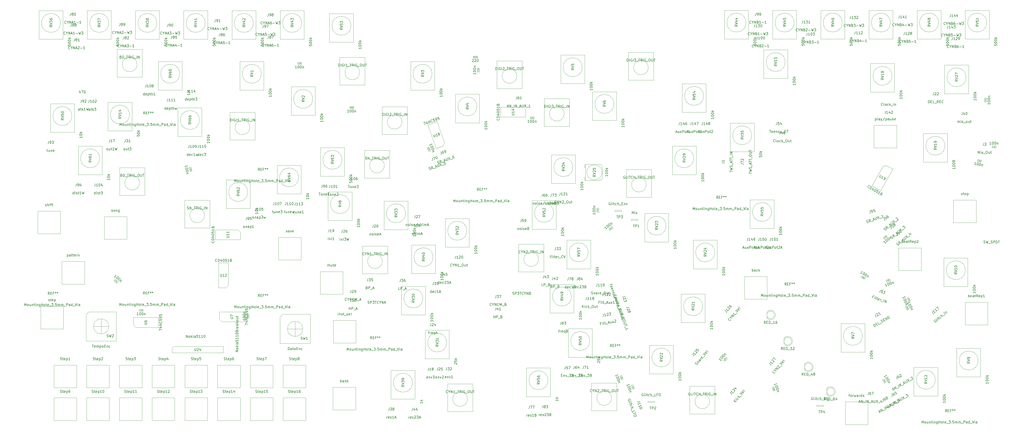
<source format=gbr>
G04 #@! TF.GenerationSoftware,KiCad,Pcbnew,(5.1.2-1)-1*
G04 #@! TF.CreationDate,2023-01-11T17:46:34-05:00*
G04 #@! TF.ProjectId,DrumMachineControlBoard,4472756d-4d61-4636-9869-6e65436f6e74,rev?*
G04 #@! TF.SameCoordinates,Original*
G04 #@! TF.FileFunction,Other,Fab,Top*
%FSLAX46Y46*%
G04 Gerber Fmt 4.6, Leading zero omitted, Abs format (unit mm)*
G04 Created by KiCad (PCBNEW (5.1.2-1)-1) date 2023-01-11 17:46:34*
%MOMM*%
%LPD*%
G04 APERTURE LIST*
%ADD10C,0.100000*%
%ADD11C,0.120000*%
%ADD12C,0.150000*%
%ADD13C,0.060000*%
G04 APERTURE END LIST*
D10*
X121060000Y-19390000D02*
X119460000Y-19390000D01*
X121060000Y-18590000D02*
X121060000Y-19390000D01*
X119460000Y-18590000D02*
X121060000Y-18590000D01*
X119460000Y-19390000D02*
X119460000Y-18590000D01*
X141740000Y-36920000D02*
X140140000Y-36920000D01*
X141740000Y-36120000D02*
X141740000Y-36920000D01*
X140140000Y-36120000D02*
X141740000Y-36120000D01*
X140140000Y-36920000D02*
X140140000Y-36120000D01*
X307630000Y-78020000D02*
G75*
G03X307630000Y-78020000I-3750000J0D01*
G01*
X308630000Y-84520000D02*
X299130000Y-84520000D01*
X308630000Y-73170000D02*
X299130000Y-73170000D01*
X299130000Y-84520000D02*
X299130000Y-73170000D01*
X308630000Y-84520000D02*
X308630000Y-73170000D01*
X280650000Y-31900000D02*
G75*
G03X280650000Y-31900000I-3750000J0D01*
G01*
X281650000Y-38400000D02*
X272150000Y-38400000D01*
X281650000Y-27050000D02*
X272150000Y-27050000D01*
X272150000Y-38400000D02*
X272150000Y-27050000D01*
X281650000Y-38400000D02*
X281650000Y-27050000D01*
X140650000Y-4030000D02*
G75*
G03X140650000Y-4030000I-3750000J0D01*
G01*
X141650000Y-10530000D02*
X132150000Y-10530000D01*
X141650000Y820000D02*
X132150000Y820000D01*
X132150000Y-10530000D02*
X132150000Y820000D01*
X141650000Y-10530000D02*
X141650000Y820000D01*
X190850000Y-16870000D02*
X189250000Y-16870000D01*
X190850000Y-16070000D02*
X190850000Y-16870000D01*
X189250000Y-16070000D02*
X190850000Y-16070000D01*
X189250000Y-16870000D02*
X189250000Y-16070000D01*
X392980000Y-32770000D02*
X392980000Y-34370000D01*
X392180000Y-32770000D02*
X392980000Y-32770000D01*
X392180000Y-34370000D02*
X392180000Y-32770000D01*
X392980000Y-34370000D02*
X392180000Y-34370000D01*
X395155000Y-51740002D02*
X396755000Y-51740002D01*
X395155000Y-52540002D02*
X395155000Y-51740002D01*
X396755000Y-52540002D02*
X395155000Y-52540002D01*
X396755000Y-51740002D02*
X396755000Y-52540002D01*
X390888387Y-58212842D02*
X389312695Y-57935005D01*
X391027305Y-57424995D02*
X390888387Y-58212842D01*
X389451613Y-57147158D02*
X391027305Y-57424995D01*
X389312695Y-57935005D02*
X389451613Y-57147158D01*
X354868562Y-105342261D02*
X353365054Y-105889493D01*
X354594946Y-104590507D02*
X354868562Y-105342261D01*
X353091438Y-105137739D02*
X354594946Y-104590507D01*
X353365054Y-105889493D02*
X353091438Y-105137739D01*
X343467180Y-103323590D02*
X344852820Y-104123590D01*
X343067180Y-104016410D02*
X343467180Y-103323590D01*
X344452820Y-104816410D02*
X343067180Y-104016410D01*
X344852820Y-104123590D02*
X344452820Y-104816410D01*
X361997739Y-113738562D02*
X361450507Y-112235054D01*
X362749493Y-113464946D02*
X361997739Y-113738562D01*
X362202261Y-111961438D02*
X362749493Y-113464946D01*
X361450507Y-112235054D02*
X362202261Y-111961438D01*
X361399089Y-115269140D02*
X362199089Y-116654780D01*
X360706269Y-115669140D02*
X361399089Y-115269140D01*
X361506269Y-117054780D02*
X360706269Y-115669140D01*
X362199089Y-116654780D02*
X361506269Y-117054780D01*
X308522261Y-147481438D02*
X309069493Y-148984946D01*
X307770507Y-147755054D02*
X308522261Y-147481438D01*
X308317739Y-149258562D02*
X307770507Y-147755054D01*
X309069493Y-148984946D02*
X308317739Y-149258562D01*
X288459352Y-136895721D02*
X289487812Y-135670049D01*
X289072188Y-137409951D02*
X288459352Y-136895721D01*
X290100648Y-136184279D02*
X289072188Y-137409951D01*
X289487812Y-135670049D02*
X290100648Y-136184279D01*
X238240000Y-78080000D02*
X238240000Y-76480000D01*
X239040000Y-78080000D02*
X238240000Y-78080000D01*
X239040000Y-76480000D02*
X239040000Y-78080000D01*
X238240000Y-76480000D02*
X239040000Y-76480000D01*
X242985241Y-84758954D02*
X244210913Y-83730494D01*
X243499471Y-85371790D02*
X242985241Y-84758954D01*
X244725143Y-84343330D02*
X243499471Y-85371790D01*
X244210913Y-83730494D02*
X244725143Y-84343330D01*
X247927739Y-144688562D02*
X247380507Y-143185054D01*
X248679493Y-144414946D02*
X247927739Y-144688562D01*
X248132261Y-142911438D02*
X248679493Y-144414946D01*
X247380507Y-143185054D02*
X248132261Y-142911438D01*
X252417739Y-148488562D02*
X251870507Y-146985054D01*
X253169493Y-148214946D02*
X252417739Y-148488562D01*
X252622261Y-146711438D02*
X253169493Y-148214946D01*
X251870507Y-146985054D02*
X252622261Y-146711438D01*
X213380000Y-41010000D02*
X211780000Y-41010000D01*
X213380000Y-40210000D02*
X213380000Y-41010000D01*
X211780000Y-40210000D02*
X213380000Y-40210000D01*
X211780000Y-41010000D02*
X211780000Y-40210000D01*
X46944279Y-104739352D02*
X48169951Y-105767812D01*
X46430049Y-105352188D02*
X46944279Y-104739352D01*
X47655721Y-106380648D02*
X46430049Y-105352188D01*
X48169951Y-105767812D02*
X47655721Y-106380648D01*
X352336410Y-144307180D02*
X353136410Y-145692820D01*
X351643590Y-144707180D02*
X352336410Y-144307180D01*
X352443590Y-146092820D02*
X351643590Y-144707180D01*
X353136410Y-145692820D02*
X352443590Y-146092820D01*
X353654754Y-87841043D02*
X352429082Y-88869503D01*
X353140524Y-87228207D02*
X353654754Y-87841043D01*
X351914852Y-88256667D02*
X353140524Y-87228207D01*
X352429082Y-88869503D02*
X351914852Y-88256667D01*
X171672261Y-52191438D02*
X172219493Y-53694946D01*
X170920507Y-52465054D02*
X171672261Y-52191438D01*
X171467739Y-53968562D02*
X170920507Y-52465054D01*
X172219493Y-53694946D02*
X171467739Y-53968562D01*
X76694995Y-61867305D02*
X76417158Y-60291613D01*
X77482842Y-61728387D02*
X76694995Y-61867305D01*
X77205005Y-60152695D02*
X77482842Y-61728387D01*
X76417158Y-60291613D02*
X77205005Y-60152695D01*
X190826676Y-22421694D02*
X190826676Y-20821694D01*
X191626676Y-22421694D02*
X190826676Y-22421694D01*
X191626676Y-20821694D02*
X191626676Y-22421694D01*
X190826676Y-20821694D02*
X191626676Y-20821694D01*
X99300000Y-120210000D02*
X99300000Y-118610000D01*
X100100000Y-120210000D02*
X99300000Y-120210000D01*
X100100000Y-118610000D02*
X100100000Y-120210000D01*
X99300000Y-118610000D02*
X100100000Y-118610000D01*
X58170000Y-117490000D02*
X56570000Y-117490000D01*
X58170000Y-116690000D02*
X58170000Y-117490000D01*
X56570000Y-116690000D02*
X58170000Y-116690000D01*
X56570000Y-117490000D02*
X56570000Y-116690000D01*
D11*
X328220000Y-154830000D02*
X325620000Y-154830000D01*
X328220000Y-155230000D02*
X328220000Y-154830000D01*
X325620000Y-155230000D02*
X328220000Y-155230000D01*
X325620000Y-154830000D02*
X325620000Y-155230000D01*
X248000000Y-77360000D02*
X245400000Y-77360000D01*
X248000000Y-77760000D02*
X248000000Y-77360000D01*
X245400000Y-77760000D02*
X248000000Y-77760000D01*
X245400000Y-77360000D02*
X245400000Y-77760000D01*
X261160000Y-153310000D02*
X258560000Y-153310000D01*
X261160000Y-153710000D02*
X261160000Y-153310000D01*
X258560000Y-153710000D02*
X261160000Y-153710000D01*
X258560000Y-153310000D02*
X258560000Y-153710000D01*
X254530000Y-80930000D02*
X251930000Y-80930000D01*
X254530000Y-81330000D02*
X254530000Y-80930000D01*
X251930000Y-81330000D02*
X254530000Y-81330000D01*
X251930000Y-80930000D02*
X251930000Y-81330000D01*
D10*
X393056096Y-2760000D02*
G75*
G03X393056096Y-2760000I-3750000J0D01*
G01*
X394056096Y-9260000D02*
X384556096Y-9260000D01*
X394056096Y2090000D02*
X384556096Y2090000D01*
X384556096Y-9260000D02*
X384556096Y2090000D01*
X394056096Y-9260000D02*
X394056096Y2090000D01*
X373936328Y-2760000D02*
G75*
G03X373936328Y-2760000I-3750000J0D01*
G01*
X374936328Y-9260000D02*
X365436328Y-9260000D01*
X374936328Y2090000D02*
X365436328Y2090000D01*
X365436328Y-9260000D02*
X365436328Y2090000D01*
X374936328Y-9260000D02*
X374936328Y2090000D01*
X354816560Y-2760000D02*
G75*
G03X354816560Y-2760000I-3750000J0D01*
G01*
X355816560Y-9260000D02*
X346316560Y-9260000D01*
X355816560Y2090000D02*
X346316560Y2090000D01*
X346316560Y-9260000D02*
X346316560Y2090000D01*
X355816560Y-9260000D02*
X355816560Y2090000D01*
X335696792Y-2760000D02*
G75*
G03X335696792Y-2760000I-3750000J0D01*
G01*
X336696792Y-9260000D02*
X327196792Y-9260000D01*
X336696792Y2090000D02*
X327196792Y2090000D01*
X327196792Y-9260000D02*
X327196792Y2090000D01*
X336696792Y-9260000D02*
X336696792Y2090000D01*
X316577024Y-2760000D02*
G75*
G03X316577024Y-2760000I-3750000J0D01*
G01*
X317577024Y-9260000D02*
X308077024Y-9260000D01*
X317577024Y2090000D02*
X308077024Y2090000D01*
X308077024Y-9260000D02*
X308077024Y2090000D01*
X317577024Y-9260000D02*
X317577024Y2090000D01*
X297457256Y-2760000D02*
G75*
G03X297457256Y-2760000I-3750000J0D01*
G01*
X298457256Y-9260000D02*
X288957256Y-9260000D01*
X298457256Y2090000D02*
X288957256Y2090000D01*
X288957256Y-9260000D02*
X288957256Y2090000D01*
X298457256Y-9260000D02*
X298457256Y2090000D01*
X121058000Y-2904000D02*
G75*
G03X121058000Y-2904000I-3750000J0D01*
G01*
X122058000Y-9404000D02*
X112558000Y-9404000D01*
X122058000Y1946000D02*
X112558000Y1946000D01*
X112558000Y-9404000D02*
X112558000Y1946000D01*
X122058000Y-9404000D02*
X122058000Y1946000D01*
X101906400Y-2904000D02*
G75*
G03X101906400Y-2904000I-3750000J0D01*
G01*
X102906400Y-9404000D02*
X93406400Y-9404000D01*
X102906400Y1946000D02*
X93406400Y1946000D01*
X93406400Y-9404000D02*
X93406400Y1946000D01*
X102906400Y-9404000D02*
X102906400Y1946000D01*
X82754800Y-2904000D02*
G75*
G03X82754800Y-2904000I-3750000J0D01*
G01*
X83754800Y-9404000D02*
X74254800Y-9404000D01*
X83754800Y1946000D02*
X74254800Y1946000D01*
X74254800Y-9404000D02*
X74254800Y1946000D01*
X83754800Y-9404000D02*
X83754800Y1946000D01*
X63603200Y-2904000D02*
G75*
G03X63603200Y-2904000I-3750000J0D01*
G01*
X64603200Y-9404000D02*
X55103200Y-9404000D01*
X64603200Y1946000D02*
X55103200Y1946000D01*
X55103200Y-9404000D02*
X55103200Y1946000D01*
X64603200Y-9404000D02*
X64603200Y1946000D01*
X44451600Y-2904000D02*
G75*
G03X44451600Y-2904000I-3750000J0D01*
G01*
X45451600Y-9404000D02*
X35951600Y-9404000D01*
X45451600Y1946000D02*
X35951600Y1946000D01*
X35951600Y-9404000D02*
X35951600Y1946000D01*
X45451600Y-9404000D02*
X45451600Y1946000D01*
X25300000Y-2904000D02*
G75*
G03X25300000Y-2904000I-3750000J0D01*
G01*
X26300000Y-9404000D02*
X16800000Y-9404000D01*
X26300000Y1946000D02*
X16800000Y1946000D01*
X16800000Y-9404000D02*
X16800000Y1946000D01*
X26300000Y-9404000D02*
X26300000Y1946000D01*
X299750000Y-47550000D02*
G75*
G03X299750000Y-47550000I-3750000J0D01*
G01*
X300750000Y-54050000D02*
X291250000Y-54050000D01*
X300750000Y-42700000D02*
X291250000Y-42700000D01*
X291250000Y-54050000D02*
X291250000Y-42700000D01*
X300750000Y-54050000D02*
X300750000Y-42700000D01*
X228760000Y-60200000D02*
G75*
G03X228760000Y-60200000I-3750000J0D01*
G01*
X229760000Y-66700000D02*
X220260000Y-66700000D01*
X229760000Y-55350000D02*
X220260000Y-55350000D01*
X220260000Y-66700000D02*
X220260000Y-55350000D01*
X229760000Y-66700000D02*
X229760000Y-55350000D01*
X186620000Y-85490000D02*
G75*
G03X186620000Y-85490000I-3750000J0D01*
G01*
X187620000Y-91990000D02*
X178120000Y-91990000D01*
X187620000Y-80640000D02*
X178120000Y-80640000D01*
X178120000Y-91990000D02*
X178120000Y-80640000D01*
X187620000Y-91990000D02*
X187620000Y-80640000D01*
X276730000Y-56700000D02*
G75*
G03X276730000Y-56700000I-3750000J0D01*
G01*
X277730000Y-63200000D02*
X268230000Y-63200000D01*
X277730000Y-51850000D02*
X268230000Y-51850000D01*
X268230000Y-63200000D02*
X268230000Y-51850000D01*
X277730000Y-63200000D02*
X277730000Y-51850000D01*
X384840000Y-24500000D02*
G75*
G03X384840000Y-24500000I-3750000J0D01*
G01*
X385840000Y-31000000D02*
X376340000Y-31000000D01*
X385840000Y-19650000D02*
X376340000Y-19650000D01*
X376340000Y-31000000D02*
X376340000Y-19650000D01*
X385840000Y-31000000D02*
X385840000Y-19650000D01*
X240500000Y-64300000D02*
X240500000Y-60300000D01*
X239300000Y-59100000D02*
X233700000Y-59100000D01*
X239300000Y-65500000D02*
X233700000Y-65500000D01*
X233700000Y-65400000D02*
X233500000Y-65400000D01*
X233500000Y-65400000D02*
X233500000Y-64200000D01*
X233500000Y-64200000D02*
X233700000Y-64200000D01*
X233700000Y-59200000D02*
X233500000Y-59200000D01*
X233500000Y-59200000D02*
X233500000Y-60390000D01*
X233500000Y-60400000D02*
X233700000Y-60400000D01*
X233700000Y-59100000D02*
X233700000Y-65500000D01*
X240300000Y-62300000D02*
G75*
G03X240300000Y-62300000I-3000000J0D01*
G01*
X239300000Y-59100000D02*
G75*
G02X240500000Y-60300000I0J-1200000D01*
G01*
X240500000Y-64300000D02*
G75*
G02X239300000Y-65500000I-1200000J0D01*
G01*
X52690000Y-39300000D02*
G75*
G03X52690000Y-39300000I-3750000J0D01*
G01*
X53690000Y-45800000D02*
X44190000Y-45800000D01*
X53690000Y-34450000D02*
X44190000Y-34450000D01*
X44190000Y-45800000D02*
X44190000Y-34450000D01*
X53690000Y-45800000D02*
X53690000Y-34450000D01*
X140070000Y-74900000D02*
G75*
G03X140070000Y-74900000I-3750000J0D01*
G01*
X141070000Y-81400000D02*
X131570000Y-81400000D01*
X141070000Y-70050000D02*
X131570000Y-70050000D01*
X131570000Y-81400000D02*
X131570000Y-70050000D01*
X141070000Y-81400000D02*
X141070000Y-70050000D01*
D11*
X51700000Y-79900000D02*
X47200000Y-79900000D01*
X51700000Y-88900000D02*
X51700000Y-79900000D01*
X42700000Y-88900000D02*
X51700000Y-88900000D01*
X42700000Y-79900000D02*
X42700000Y-88900000D01*
X47200000Y-79900000D02*
X42700000Y-79900000D01*
D10*
X69660000Y-134030000D02*
X69660000Y-132125000D01*
X69660000Y-132125000D02*
X70295000Y-131490000D01*
X70295000Y-131490000D02*
X89980000Y-131490000D01*
X89980000Y-131490000D02*
X89980000Y-134030000D01*
X89980000Y-134030000D02*
X69660000Y-134030000D01*
X351948750Y-59922549D02*
X353280625Y-59565674D01*
X347486250Y-67651826D02*
X351948750Y-59922549D01*
X350863750Y-69601826D02*
X347486250Y-67651826D01*
X355813750Y-61028174D02*
X350863750Y-69601826D01*
X353280625Y-59565674D02*
X355813750Y-61028174D01*
X55215000Y-123880000D02*
X54240000Y-122905000D01*
X64140000Y-123880000D02*
X55215000Y-123880000D01*
X64140000Y-119980000D02*
X64140000Y-123880000D01*
X54240000Y-119980000D02*
X64140000Y-119980000D01*
X54240000Y-122905000D02*
X54240000Y-119980000D01*
X92010000Y-107205000D02*
X91035000Y-108180000D01*
X92010000Y-98280000D02*
X92010000Y-107205000D01*
X88110000Y-98280000D02*
X92010000Y-98280000D01*
X88110000Y-108180000D02*
X88110000Y-98280000D01*
X91035000Y-108180000D02*
X88110000Y-108180000D01*
X89385000Y-121660000D02*
X88410000Y-120685000D01*
X98310000Y-121660000D02*
X89385000Y-121660000D01*
X98310000Y-117760000D02*
X98310000Y-121660000D01*
X88410000Y-117760000D02*
X98310000Y-117760000D01*
X88410000Y-120685000D02*
X88410000Y-117760000D01*
X95775000Y-85110000D02*
X96750000Y-86085000D01*
X86850000Y-85110000D02*
X95775000Y-85110000D01*
X86850000Y-89010000D02*
X86850000Y-85110000D01*
X96750000Y-89010000D02*
X86850000Y-89010000D01*
X96750000Y-86085000D02*
X96750000Y-89010000D01*
D11*
X122700000Y-151900000D02*
X118200000Y-151900000D01*
X122700000Y-160900000D02*
X122700000Y-151900000D01*
X113700000Y-160900000D02*
X122700000Y-160900000D01*
X113700000Y-151900000D02*
X113700000Y-160900000D01*
X118200000Y-151900000D02*
X113700000Y-151900000D01*
D10*
X80450000Y-41500000D02*
G75*
G03X80450000Y-41500000I-3750000J0D01*
G01*
X81450000Y-48000000D02*
X71950000Y-48000000D01*
X81450000Y-36650000D02*
X71950000Y-36650000D01*
X71950000Y-48000000D02*
X71950000Y-36650000D01*
X81450000Y-48000000D02*
X81450000Y-36650000D01*
X72650000Y-23100000D02*
G75*
G03X72650000Y-23100000I-3750000J0D01*
G01*
X73650000Y-29600000D02*
X64150000Y-29600000D01*
X73650000Y-18250000D02*
X64150000Y-18250000D01*
X64150000Y-29600000D02*
X64150000Y-18250000D01*
X73650000Y-29600000D02*
X73650000Y-18250000D01*
X119850000Y-64300000D02*
G75*
G03X119850000Y-64300000I-3750000J0D01*
G01*
X120850000Y-70800000D02*
X111350000Y-70800000D01*
X120850000Y-59450000D02*
X111350000Y-59450000D01*
X111350000Y-70800000D02*
X111350000Y-59450000D01*
X120850000Y-70800000D02*
X120850000Y-59450000D01*
X137050000Y-57300000D02*
G75*
G03X137050000Y-57300000I-3750000J0D01*
G01*
X138050000Y-63800000D02*
X128550000Y-63800000D01*
X138050000Y-52450000D02*
X128550000Y-52450000D01*
X128550000Y-63800000D02*
X128550000Y-52450000D01*
X138050000Y-63800000D02*
X138050000Y-52450000D01*
X99650000Y-70100000D02*
G75*
G03X99650000Y-70100000I-3750000J0D01*
G01*
X100650000Y-76600000D02*
X91150000Y-76600000D01*
X100650000Y-65250000D02*
X91150000Y-65250000D01*
X91150000Y-76600000D02*
X91150000Y-65250000D01*
X100650000Y-76600000D02*
X100650000Y-65250000D01*
X40850000Y-56700000D02*
G75*
G03X40850000Y-56700000I-3750000J0D01*
G01*
X41850000Y-63200000D02*
X32350000Y-63200000D01*
X41850000Y-51850000D02*
X32350000Y-51850000D01*
X32350000Y-63200000D02*
X32350000Y-51850000D01*
X41850000Y-63200000D02*
X41850000Y-51850000D01*
X29850000Y-39900000D02*
G75*
G03X29850000Y-39900000I-3750000J0D01*
G01*
X30850000Y-46400000D02*
X21350000Y-46400000D01*
X30850000Y-35050000D02*
X21350000Y-35050000D01*
X21350000Y-46400000D02*
X21350000Y-35050000D01*
X30850000Y-46400000D02*
X30850000Y-35050000D01*
X234850000Y-94100000D02*
G75*
G03X234850000Y-94100000I-3750000J0D01*
G01*
X235850000Y-100600000D02*
X226350000Y-100600000D01*
X235850000Y-89250000D02*
X226350000Y-89250000D01*
X226350000Y-100600000D02*
X226350000Y-89250000D01*
X235850000Y-100600000D02*
X235850000Y-89250000D01*
X218850000Y-144900000D02*
G75*
G03X218850000Y-144900000I-3750000J0D01*
G01*
X219850000Y-151400000D02*
X210350000Y-151400000D01*
X219850000Y-140050000D02*
X210350000Y-140050000D01*
X210350000Y-151400000D02*
X210350000Y-140050000D01*
X219850000Y-151400000D02*
X219850000Y-140050000D01*
X221090000Y-78380000D02*
G75*
G03X221090000Y-78380000I-3750000J0D01*
G01*
X222090000Y-84880000D02*
X212590000Y-84880000D01*
X222090000Y-73530000D02*
X212590000Y-73530000D01*
X212590000Y-84880000D02*
X212590000Y-73530000D01*
X222090000Y-84880000D02*
X222090000Y-73530000D01*
X235450000Y-129300000D02*
G75*
G03X235450000Y-129300000I-3750000J0D01*
G01*
X236450000Y-135800000D02*
X226950000Y-135800000D01*
X236450000Y-124450000D02*
X226950000Y-124450000D01*
X226950000Y-135800000D02*
X226950000Y-124450000D01*
X236450000Y-135800000D02*
X236450000Y-124450000D01*
X228180000Y-111630000D02*
G75*
G03X228180000Y-111630000I-3750000J0D01*
G01*
X229180000Y-118130000D02*
X219680000Y-118130000D01*
X229180000Y-106780000D02*
X219680000Y-106780000D01*
X219680000Y-118130000D02*
X219680000Y-106780000D01*
X229180000Y-118130000D02*
X229180000Y-106780000D01*
X173200000Y-96000000D02*
G75*
G03X173200000Y-96000000I-3750000J0D01*
G01*
X174200000Y-102500000D02*
X164700000Y-102500000D01*
X174200000Y-91150000D02*
X164700000Y-91150000D01*
X164700000Y-102500000D02*
X164700000Y-91150000D01*
X174200000Y-102500000D02*
X174200000Y-91150000D01*
X165050000Y-145900000D02*
G75*
G03X165050000Y-145900000I-3750000J0D01*
G01*
X166050000Y-152400000D02*
X156550000Y-152400000D01*
X166050000Y-141050000D02*
X156550000Y-141050000D01*
X156550000Y-152400000D02*
X156550000Y-141050000D01*
X166050000Y-152400000D02*
X166050000Y-141050000D01*
X162310000Y-78560000D02*
G75*
G03X162310000Y-78560000I-3750000J0D01*
G01*
X163310000Y-85060000D02*
X153810000Y-85060000D01*
X163310000Y-73710000D02*
X153810000Y-73710000D01*
X153810000Y-85060000D02*
X153810000Y-73710000D01*
X163310000Y-85060000D02*
X163310000Y-73710000D01*
X178650000Y-129900000D02*
G75*
G03X178650000Y-129900000I-3750000J0D01*
G01*
X179650000Y-136400000D02*
X170150000Y-136400000D01*
X179650000Y-125050000D02*
X170150000Y-125050000D01*
X170150000Y-136400000D02*
X170150000Y-125050000D01*
X179650000Y-136400000D02*
X179650000Y-125050000D01*
X169190000Y-112390000D02*
G75*
G03X169190000Y-112390000I-3750000J0D01*
G01*
X170190000Y-118890000D02*
X160690000Y-118890000D01*
X170190000Y-107540000D02*
X160690000Y-107540000D01*
X160690000Y-118890000D02*
X160690000Y-107540000D01*
X170190000Y-118890000D02*
X170190000Y-107540000D01*
X285050000Y-94100000D02*
G75*
G03X285050000Y-94100000I-3750000J0D01*
G01*
X286050000Y-100600000D02*
X276550000Y-100600000D01*
X286050000Y-89250000D02*
X276550000Y-89250000D01*
X276550000Y-100600000D02*
X276550000Y-89250000D01*
X286050000Y-100600000D02*
X286050000Y-89250000D01*
X265740000Y-83510000D02*
G75*
G03X265740000Y-83510000I-3750000J0D01*
G01*
X266740000Y-90010000D02*
X257240000Y-90010000D01*
X266740000Y-78660000D02*
X257240000Y-78660000D01*
X257240000Y-90010000D02*
X257240000Y-78660000D01*
X266740000Y-90010000D02*
X266740000Y-78660000D01*
X267650000Y-135900000D02*
G75*
G03X267650000Y-135900000I-3750000J0D01*
G01*
X268650000Y-142400000D02*
X259150000Y-142400000D01*
X268650000Y-131050000D02*
X259150000Y-131050000D01*
X259150000Y-142400000D02*
X259150000Y-131050000D01*
X268650000Y-142400000D02*
X268650000Y-131050000D01*
X280250000Y-115500000D02*
G75*
G03X280250000Y-115500000I-3750000J0D01*
G01*
X281250000Y-122000000D02*
X271750000Y-122000000D01*
X281250000Y-110650000D02*
X271750000Y-110650000D01*
X271750000Y-122000000D02*
X271750000Y-110650000D01*
X281250000Y-122000000D02*
X281250000Y-110650000D01*
X376450000Y-51700000D02*
G75*
G03X376450000Y-51700000I-3750000J0D01*
G01*
X377450000Y-58200000D02*
X367950000Y-58200000D01*
X377450000Y-46850000D02*
X367950000Y-46850000D01*
X367950000Y-58200000D02*
X367950000Y-46850000D01*
X377450000Y-58200000D02*
X377450000Y-46850000D01*
X355450000Y-23900000D02*
G75*
G03X355450000Y-23900000I-3750000J0D01*
G01*
X356450000Y-30400000D02*
X346950000Y-30400000D01*
X356450000Y-19050000D02*
X346950000Y-19050000D01*
X346950000Y-30400000D02*
X346950000Y-19050000D01*
X356450000Y-30400000D02*
X356450000Y-19050000D01*
X313040000Y-18440000D02*
G75*
G03X313040000Y-18440000I-3750000J0D01*
G01*
X314040000Y-24940000D02*
X304540000Y-24940000D01*
X314040000Y-13590000D02*
X304540000Y-13590000D01*
X304540000Y-24940000D02*
X304540000Y-13590000D01*
X314040000Y-24940000D02*
X314040000Y-13590000D01*
X372650000Y-144700000D02*
G75*
G03X372650000Y-144700000I-3750000J0D01*
G01*
X373650000Y-151200000D02*
X364150000Y-151200000D01*
X373650000Y-139850000D02*
X364150000Y-139850000D01*
X364150000Y-151200000D02*
X364150000Y-139850000D01*
X373650000Y-151200000D02*
X373650000Y-139850000D01*
X384560000Y-101160000D02*
G75*
G03X384560000Y-101160000I-3750000J0D01*
G01*
X385560000Y-107660000D02*
X376060000Y-107660000D01*
X385560000Y-96310000D02*
X376060000Y-96310000D01*
X376060000Y-107660000D02*
X376060000Y-96310000D01*
X385560000Y-107660000D02*
X385560000Y-96310000D01*
X389650000Y-137100000D02*
G75*
G03X389650000Y-137100000I-3750000J0D01*
G01*
X390650000Y-143600000D02*
X381150000Y-143600000D01*
X390650000Y-132250000D02*
X381150000Y-132250000D01*
X381150000Y-143600000D02*
X381150000Y-132250000D01*
X390650000Y-143600000D02*
X390650000Y-132250000D01*
X343710000Y-127260000D02*
G75*
G03X343710000Y-127260000I-3750000J0D01*
G01*
X344710000Y-133760000D02*
X335210000Y-133760000D01*
X344710000Y-122410000D02*
X335210000Y-122410000D01*
X335210000Y-133760000D02*
X335210000Y-122410000D01*
X344710000Y-133760000D02*
X344710000Y-122410000D01*
X245050000Y-35100000D02*
G75*
G03X245050000Y-35100000I-3750000J0D01*
G01*
X246050000Y-41600000D02*
X236550000Y-41600000D01*
X246050000Y-30250000D02*
X236550000Y-30250000D01*
X236550000Y-41600000D02*
X236550000Y-30250000D01*
X246050000Y-41600000D02*
X246050000Y-30250000D01*
X232450000Y-20500000D02*
G75*
G03X232450000Y-20500000I-3750000J0D01*
G01*
X233450000Y-27000000D02*
X223950000Y-27000000D01*
X233450000Y-15650000D02*
X223950000Y-15650000D01*
X223950000Y-27000000D02*
X223950000Y-15650000D01*
X233450000Y-27000000D02*
X233450000Y-15650000D01*
X190650000Y-36100000D02*
G75*
G03X190650000Y-36100000I-3750000J0D01*
G01*
X191650000Y-42600000D02*
X182150000Y-42600000D01*
X191650000Y-31250000D02*
X182150000Y-31250000D01*
X182150000Y-42600000D02*
X182150000Y-31250000D01*
X191650000Y-42600000D02*
X191650000Y-31250000D01*
X172850000Y-23100000D02*
G75*
G03X172850000Y-23100000I-3750000J0D01*
G01*
X173850000Y-29600000D02*
X164350000Y-29600000D01*
X173850000Y-18250000D02*
X164350000Y-18250000D01*
X164350000Y-29600000D02*
X164350000Y-18250000D01*
X173850000Y-29600000D02*
X173850000Y-18250000D01*
X125450000Y-33100000D02*
G75*
G03X125450000Y-33100000I-3750000J0D01*
G01*
X126450000Y-39600000D02*
X116950000Y-39600000D01*
X126450000Y-28250000D02*
X116950000Y-28250000D01*
X116950000Y-39600000D02*
X116950000Y-28250000D01*
X126450000Y-39600000D02*
X126450000Y-28250000D01*
X105050000Y-23100000D02*
G75*
G03X105050000Y-23100000I-3750000J0D01*
G01*
X106050000Y-29600000D02*
X96550000Y-29600000D01*
X106050000Y-18250000D02*
X96550000Y-18250000D01*
X96550000Y-29600000D02*
X96550000Y-18250000D01*
X106050000Y-29600000D02*
X106050000Y-18250000D01*
D11*
X367100000Y-92300000D02*
X362600000Y-92300000D01*
X367100000Y-101300000D02*
X367100000Y-92300000D01*
X358100000Y-101300000D02*
X367100000Y-101300000D01*
X358100000Y-92300000D02*
X358100000Y-101300000D01*
X362600000Y-92300000D02*
X358100000Y-92300000D01*
X393500000Y-113900000D02*
X389000000Y-113900000D01*
X393500000Y-122900000D02*
X393500000Y-113900000D01*
X384500000Y-122900000D02*
X393500000Y-122900000D01*
X384500000Y-113900000D02*
X384500000Y-122900000D01*
X389000000Y-113900000D02*
X384500000Y-113900000D01*
X26500000Y-115500000D02*
X22000000Y-115500000D01*
X26500000Y-124500000D02*
X26500000Y-115500000D01*
X17500000Y-124500000D02*
X26500000Y-124500000D01*
X17500000Y-115500000D02*
X17500000Y-124500000D01*
X22000000Y-115500000D02*
X17500000Y-115500000D01*
X137500000Y-101700000D02*
X133000000Y-101700000D01*
X137500000Y-110700000D02*
X137500000Y-101700000D01*
X128500000Y-110700000D02*
X137500000Y-110700000D01*
X128500000Y-101700000D02*
X128500000Y-110700000D01*
X133000000Y-101700000D02*
X128500000Y-101700000D01*
X345900000Y-153500000D02*
X341400000Y-153500000D01*
X345900000Y-162500000D02*
X345900000Y-153500000D01*
X336900000Y-162500000D02*
X345900000Y-162500000D01*
X336900000Y-153500000D02*
X336900000Y-162500000D01*
X341400000Y-153500000D02*
X336900000Y-153500000D01*
X305900000Y-103700000D02*
X301400000Y-103700000D01*
X305900000Y-112700000D02*
X305900000Y-103700000D01*
X296900000Y-112700000D02*
X305900000Y-112700000D01*
X296900000Y-103700000D02*
X296900000Y-112700000D01*
X301400000Y-103700000D02*
X296900000Y-103700000D01*
X109700000Y-151900000D02*
X105200000Y-151900000D01*
X109700000Y-160900000D02*
X109700000Y-151900000D01*
X100700000Y-160900000D02*
X109700000Y-160900000D01*
X100700000Y-151900000D02*
X100700000Y-160900000D01*
X105200000Y-151900000D02*
X100700000Y-151900000D01*
X96700000Y-151900000D02*
X92200000Y-151900000D01*
X96700000Y-160900000D02*
X96700000Y-151900000D01*
X87700000Y-160900000D02*
X96700000Y-160900000D01*
X87700000Y-151900000D02*
X87700000Y-160900000D01*
X92200000Y-151900000D02*
X87700000Y-151900000D01*
X83700000Y-151900000D02*
X79200000Y-151900000D01*
X83700000Y-160900000D02*
X83700000Y-151900000D01*
X74700000Y-160900000D02*
X83700000Y-160900000D01*
X74700000Y-151900000D02*
X74700000Y-160900000D01*
X79200000Y-151900000D02*
X74700000Y-151900000D01*
X70700000Y-151900000D02*
X66200000Y-151900000D01*
X70700000Y-160900000D02*
X70700000Y-151900000D01*
X61700000Y-160900000D02*
X70700000Y-160900000D01*
X61700000Y-151900000D02*
X61700000Y-160900000D01*
X66200000Y-151900000D02*
X61700000Y-151900000D01*
X57700000Y-151900000D02*
X53200000Y-151900000D01*
X57700000Y-160900000D02*
X57700000Y-151900000D01*
X48700000Y-160900000D02*
X57700000Y-160900000D01*
X48700000Y-151900000D02*
X48700000Y-160900000D01*
X53200000Y-151900000D02*
X48700000Y-151900000D01*
X44700000Y-151900000D02*
X40200000Y-151900000D01*
X44700000Y-160900000D02*
X44700000Y-151900000D01*
X35700000Y-160900000D02*
X44700000Y-160900000D01*
X35700000Y-151900000D02*
X35700000Y-160900000D01*
X40200000Y-151900000D02*
X35700000Y-151900000D01*
X31700000Y-151900000D02*
X27200000Y-151900000D01*
X31700000Y-160900000D02*
X31700000Y-151900000D01*
X22700000Y-160900000D02*
X31700000Y-160900000D01*
X22700000Y-151900000D02*
X22700000Y-160900000D01*
X27200000Y-151900000D02*
X22700000Y-151900000D01*
X388900000Y-73300000D02*
X384400000Y-73300000D01*
X388900000Y-82300000D02*
X388900000Y-73300000D01*
X379900000Y-82300000D02*
X388900000Y-82300000D01*
X379900000Y-73300000D02*
X379900000Y-82300000D01*
X384400000Y-73300000D02*
X379900000Y-73300000D01*
X357310000Y-43580000D02*
X352810000Y-43580000D01*
X357310000Y-52580000D02*
X357310000Y-43580000D01*
X348310000Y-52580000D02*
X357310000Y-52580000D01*
X348310000Y-43580000D02*
X348310000Y-52580000D01*
X352810000Y-43580000D02*
X348310000Y-43580000D01*
X142500000Y-147700000D02*
X138000000Y-147700000D01*
X142500000Y-156700000D02*
X142500000Y-147700000D01*
X133500000Y-156700000D02*
X142500000Y-156700000D01*
X133500000Y-147700000D02*
X133500000Y-156700000D01*
X138000000Y-147700000D02*
X133500000Y-147700000D01*
X34900000Y-97700000D02*
X30400000Y-97700000D01*
X34900000Y-106700000D02*
X34900000Y-97700000D01*
X25900000Y-106700000D02*
X34900000Y-106700000D01*
X25900000Y-97700000D02*
X25900000Y-106700000D01*
X30400000Y-97700000D02*
X25900000Y-97700000D01*
X25300000Y-77700000D02*
X20800000Y-77700000D01*
X25300000Y-86700000D02*
X25300000Y-77700000D01*
X16300000Y-86700000D02*
X25300000Y-86700000D01*
X16300000Y-77700000D02*
X16300000Y-86700000D01*
X20800000Y-77700000D02*
X16300000Y-77700000D01*
X120900000Y-88100000D02*
X116400000Y-88100000D01*
X120900000Y-97100000D02*
X120900000Y-88100000D01*
X111900000Y-97100000D02*
X120900000Y-97100000D01*
X111900000Y-88100000D02*
X111900000Y-97100000D01*
X116400000Y-88100000D02*
X111900000Y-88100000D01*
X142650000Y-121100000D02*
X138150000Y-121100000D01*
X142650000Y-130100000D02*
X142650000Y-121100000D01*
X133650000Y-130100000D02*
X142650000Y-130100000D01*
X133650000Y-121100000D02*
X133650000Y-130100000D01*
X138150000Y-121100000D02*
X133650000Y-121100000D01*
X122700000Y-138900000D02*
X118200000Y-138900000D01*
X122700000Y-147900000D02*
X122700000Y-138900000D01*
X113700000Y-147900000D02*
X122700000Y-147900000D01*
X113700000Y-138900000D02*
X113700000Y-147900000D01*
X118200000Y-138900000D02*
X113700000Y-138900000D01*
X109700000Y-138900000D02*
X105200000Y-138900000D01*
X109700000Y-147900000D02*
X109700000Y-138900000D01*
X100700000Y-147900000D02*
X109700000Y-147900000D01*
X100700000Y-138900000D02*
X100700000Y-147900000D01*
X105200000Y-138900000D02*
X100700000Y-138900000D01*
X96700000Y-138900000D02*
X92200000Y-138900000D01*
X96700000Y-147900000D02*
X96700000Y-138900000D01*
X87700000Y-147900000D02*
X96700000Y-147900000D01*
X87700000Y-138900000D02*
X87700000Y-147900000D01*
X92200000Y-138900000D02*
X87700000Y-138900000D01*
X83700000Y-138900000D02*
X79200000Y-138900000D01*
X83700000Y-147900000D02*
X83700000Y-138900000D01*
X74700000Y-147900000D02*
X83700000Y-147900000D01*
X74700000Y-138900000D02*
X74700000Y-147900000D01*
X79200000Y-138900000D02*
X74700000Y-138900000D01*
X70700000Y-138900000D02*
X66200000Y-138900000D01*
X70700000Y-147900000D02*
X70700000Y-138900000D01*
X61700000Y-147900000D02*
X70700000Y-147900000D01*
X61700000Y-138900000D02*
X61700000Y-147900000D01*
X66200000Y-138900000D02*
X61700000Y-138900000D01*
X57700000Y-138900000D02*
X53200000Y-138900000D01*
X57700000Y-147900000D02*
X57700000Y-138900000D01*
X48700000Y-147900000D02*
X57700000Y-147900000D01*
X48700000Y-138900000D02*
X48700000Y-147900000D01*
X53200000Y-138900000D02*
X48700000Y-138900000D01*
X44700000Y-138900000D02*
X40200000Y-138900000D01*
X44700000Y-147900000D02*
X44700000Y-138900000D01*
X35700000Y-147900000D02*
X44700000Y-147900000D01*
X35700000Y-138900000D02*
X35700000Y-147900000D01*
X40200000Y-138900000D02*
X35700000Y-138900000D01*
X31700000Y-138900000D02*
X27200000Y-138900000D01*
X31700000Y-147900000D02*
X31700000Y-138900000D01*
X22700000Y-147900000D02*
X31700000Y-147900000D01*
X22700000Y-138900000D02*
X22700000Y-147900000D01*
X27200000Y-138900000D02*
X22700000Y-138900000D01*
D10*
X209015000Y-36390000D02*
X209990000Y-37365000D01*
X200090000Y-36390000D02*
X209015000Y-36390000D01*
X200090000Y-40290000D02*
X200090000Y-36390000D01*
X209990000Y-40290000D02*
X200090000Y-40290000D01*
X209990000Y-37365000D02*
X209990000Y-40290000D01*
D11*
X258700000Y-20600000D02*
G75*
G03X258700000Y-20600000I-2900000J0D01*
G01*
X250800000Y-25600000D02*
X250800000Y-14600000D01*
X260800000Y-25600000D02*
X250800000Y-25600000D01*
X260800000Y-14600000D02*
X260800000Y-25600000D01*
X250800000Y-14600000D02*
X260800000Y-14600000D01*
X206500000Y-24000000D02*
G75*
G03X206500000Y-24000000I-2900000J0D01*
G01*
X198600000Y-29000000D02*
X198600000Y-18000000D01*
X208600000Y-29000000D02*
X198600000Y-29000000D01*
X208600000Y-18000000D02*
X208600000Y-29000000D01*
X198600000Y-18000000D02*
X208600000Y-18000000D01*
X144100000Y-22600000D02*
G75*
G03X144100000Y-22600000I-2900000J0D01*
G01*
X136200000Y-27600000D02*
X136200000Y-16600000D01*
X146200000Y-27600000D02*
X136200000Y-27600000D01*
X146200000Y-16600000D02*
X146200000Y-27600000D01*
X136200000Y-16600000D02*
X146200000Y-16600000D01*
X257900000Y-67200000D02*
G75*
G03X257900000Y-67200000I-2900000J0D01*
G01*
X250000000Y-72200000D02*
X250000000Y-61200000D01*
X260000000Y-72200000D02*
X250000000Y-72200000D01*
X260000000Y-61200000D02*
X260000000Y-72200000D01*
X250000000Y-61200000D02*
X260000000Y-61200000D01*
X244100000Y-152000000D02*
G75*
G03X244100000Y-152000000I-2900000J0D01*
G01*
X236200000Y-157000000D02*
X236200000Y-146000000D01*
X246200000Y-157000000D02*
X236200000Y-157000000D01*
X246200000Y-146000000D02*
X246200000Y-157000000D01*
X236200000Y-146000000D02*
X246200000Y-146000000D01*
X186900000Y-152400000D02*
G75*
G03X186900000Y-152400000I-2900000J0D01*
G01*
X179000000Y-157400000D02*
X179000000Y-146400000D01*
X189000000Y-157400000D02*
X179000000Y-157400000D01*
X189000000Y-146400000D02*
X189000000Y-157400000D01*
X179000000Y-146400000D02*
X189000000Y-146400000D01*
X153900000Y-59600000D02*
G75*
G03X153900000Y-59600000I-2900000J0D01*
G01*
X146000000Y-64600000D02*
X146000000Y-53600000D01*
X156000000Y-64600000D02*
X146000000Y-64600000D01*
X156000000Y-53600000D02*
X156000000Y-64600000D01*
X146000000Y-53600000D02*
X156000000Y-53600000D01*
X56700000Y-66400000D02*
G75*
G03X56700000Y-66400000I-2900000J0D01*
G01*
X48800000Y-71400000D02*
X48800000Y-60400000D01*
X58800000Y-71400000D02*
X48800000Y-71400000D01*
X58800000Y-60400000D02*
X58800000Y-71400000D01*
X48800000Y-60400000D02*
X58800000Y-60400000D01*
X225300000Y-39000000D02*
G75*
G03X225300000Y-39000000I-2900000J0D01*
G01*
X217400000Y-44000000D02*
X217400000Y-33000000D01*
X227400000Y-44000000D02*
X217400000Y-44000000D01*
X227400000Y-33000000D02*
X227400000Y-44000000D01*
X217400000Y-33000000D02*
X227400000Y-33000000D01*
X160900000Y-42200000D02*
G75*
G03X160900000Y-42200000I-2900000J0D01*
G01*
X153000000Y-47200000D02*
X153000000Y-36200000D01*
X163000000Y-47200000D02*
X153000000Y-47200000D01*
X163000000Y-36200000D02*
X163000000Y-47200000D01*
X153000000Y-36200000D02*
X163000000Y-36200000D01*
X100500000Y-44400000D02*
G75*
G03X100500000Y-44400000I-2900000J0D01*
G01*
X92600000Y-49400000D02*
X92600000Y-38400000D01*
X102600000Y-49400000D02*
X92600000Y-49400000D01*
X102600000Y-38400000D02*
X102600000Y-49400000D01*
X92600000Y-38400000D02*
X102600000Y-38400000D01*
X283060000Y-153320000D02*
G75*
G03X283060000Y-153320000I-2900000J0D01*
G01*
X275160000Y-158320000D02*
X275160000Y-147320000D01*
X285160000Y-158320000D02*
X275160000Y-158320000D01*
X285160000Y-147320000D02*
X285160000Y-158320000D01*
X275160000Y-147320000D02*
X285160000Y-147320000D01*
X215100000Y-96800000D02*
G75*
G03X215100000Y-96800000I-2900000J0D01*
G01*
X207200000Y-101800000D02*
X207200000Y-90800000D01*
X217200000Y-101800000D02*
X207200000Y-101800000D01*
X217200000Y-90800000D02*
X217200000Y-101800000D01*
X207200000Y-90800000D02*
X217200000Y-90800000D01*
X153100000Y-97600000D02*
G75*
G03X153100000Y-97600000I-2900000J0D01*
G01*
X145200000Y-102600000D02*
X145200000Y-91600000D01*
X155200000Y-102600000D02*
X145200000Y-102600000D01*
X155200000Y-91600000D02*
X155200000Y-102600000D01*
X145200000Y-91600000D02*
X155200000Y-91600000D01*
X82500000Y-79400000D02*
G75*
G03X82500000Y-79400000I-2900000J0D01*
G01*
X74600000Y-84400000D02*
X74600000Y-73400000D01*
X84600000Y-84400000D02*
X74600000Y-84400000D01*
X84600000Y-73400000D02*
X84600000Y-84400000D01*
X74600000Y-73400000D02*
X84600000Y-73400000D01*
X55700000Y-19400000D02*
G75*
G03X55700000Y-19400000I-2900000J0D01*
G01*
X47800000Y-24400000D02*
X47800000Y-13400000D01*
X57800000Y-24400000D02*
X47800000Y-24400000D01*
X57800000Y-13400000D02*
X57800000Y-24400000D01*
X47800000Y-13400000D02*
X57800000Y-13400000D01*
D10*
X329570000Y-148233810D02*
X329570000Y-150566190D01*
X332570000Y-149400000D02*
G75*
G03X332570000Y-149400000I-1500000J0D01*
G01*
X329569445Y-150565476D02*
G75*
G03X329570000Y-148233810I1500555J1165476D01*
G01*
X320770000Y-138433810D02*
X320770000Y-140766190D01*
X323770000Y-139600000D02*
G75*
G03X323770000Y-139600000I-1500000J0D01*
G01*
X320769445Y-140765476D02*
G75*
G03X320770000Y-138433810I1500555J1165476D01*
G01*
X312570000Y-128233810D02*
X312570000Y-130566190D01*
X315570000Y-129400000D02*
G75*
G03X315570000Y-129400000I-1500000J0D01*
G01*
X312569445Y-130565476D02*
G75*
G03X312570000Y-128233810I1500555J1165476D01*
G01*
X305770000Y-117833810D02*
X305770000Y-120166190D01*
X308770000Y-119000000D02*
G75*
G03X308770000Y-119000000I-1500000J0D01*
G01*
X305769445Y-120165476D02*
G75*
G03X305770000Y-117833810I1500555J1165476D01*
G01*
D11*
X44500000Y-123500000D02*
G75*
G03X44500000Y-123500000I-3000000J0D01*
G01*
X36500000Y-117700000D02*
X47500000Y-117700000D01*
X47500000Y-117700000D02*
X47500000Y-129300000D01*
X47500000Y-129300000D02*
X35500000Y-129300000D01*
X35500000Y-129300000D02*
X35500000Y-118800000D01*
X35500000Y-118800000D02*
X36500000Y-117700000D01*
X41500000Y-120500000D02*
X41500000Y-126500000D01*
X38500000Y-123500000D02*
X44500000Y-123500000D01*
X121500000Y-124500000D02*
G75*
G03X121500000Y-124500000I-3000000J0D01*
G01*
X113500000Y-118700000D02*
X124500000Y-118700000D01*
X124500000Y-118700000D02*
X124500000Y-130300000D01*
X124500000Y-130300000D02*
X112500000Y-130300000D01*
X112500000Y-130300000D02*
X112500000Y-119800000D01*
X112500000Y-119800000D02*
X113500000Y-118700000D01*
X118500000Y-121500000D02*
X118500000Y-127500000D01*
X115500000Y-124500000D02*
X121500000Y-124500000D01*
D10*
X177871931Y-50538339D02*
X177289200Y-51788009D01*
X174819401Y-42151582D02*
X177871931Y-50538339D01*
X171154600Y-43485461D02*
X174819401Y-42151582D01*
X174540599Y-52788418D02*
X171154600Y-43485461D01*
X177289200Y-51788009D02*
X174540599Y-52788418D01*
D12*
X119140952Y-20872380D02*
X118569523Y-20872380D01*
X118855238Y-20872380D02*
X118855238Y-19872380D01*
X118760000Y-20015238D01*
X118664761Y-20110476D01*
X118569523Y-20158095D01*
X119760000Y-19872380D02*
X119855238Y-19872380D01*
X119950476Y-19920000D01*
X119998095Y-19967619D01*
X120045714Y-20062857D01*
X120093333Y-20253333D01*
X120093333Y-20491428D01*
X120045714Y-20681904D01*
X119998095Y-20777142D01*
X119950476Y-20824761D01*
X119855238Y-20872380D01*
X119760000Y-20872380D01*
X119664761Y-20824761D01*
X119617142Y-20777142D01*
X119569523Y-20681904D01*
X119521904Y-20491428D01*
X119521904Y-20253333D01*
X119569523Y-20062857D01*
X119617142Y-19967619D01*
X119664761Y-19920000D01*
X119760000Y-19872380D01*
X120712380Y-19872380D02*
X120807619Y-19872380D01*
X120902857Y-19920000D01*
X120950476Y-19967619D01*
X120998095Y-20062857D01*
X121045714Y-20253333D01*
X121045714Y-20491428D01*
X120998095Y-20681904D01*
X120950476Y-20777142D01*
X120902857Y-20824761D01*
X120807619Y-20872380D01*
X120712380Y-20872380D01*
X120617142Y-20824761D01*
X120569523Y-20777142D01*
X120521904Y-20681904D01*
X120474285Y-20491428D01*
X120474285Y-20253333D01*
X120521904Y-20062857D01*
X120569523Y-19967619D01*
X120617142Y-19920000D01*
X120712380Y-19872380D01*
X121474285Y-20205714D02*
X121474285Y-20872380D01*
X121474285Y-20300952D02*
X121521904Y-20253333D01*
X121617142Y-20205714D01*
X121760000Y-20205714D01*
X121855238Y-20253333D01*
X121902857Y-20348571D01*
X121902857Y-20872380D01*
D13*
X120002857Y-19132857D02*
X119983809Y-19151904D01*
X119926666Y-19170952D01*
X119888571Y-19170952D01*
X119831428Y-19151904D01*
X119793333Y-19113809D01*
X119774285Y-19075714D01*
X119755238Y-18999523D01*
X119755238Y-18942380D01*
X119774285Y-18866190D01*
X119793333Y-18828095D01*
X119831428Y-18790000D01*
X119888571Y-18770952D01*
X119926666Y-18770952D01*
X119983809Y-18790000D01*
X120002857Y-18809047D01*
X120136190Y-18770952D02*
X120402857Y-18770952D01*
X120231428Y-19170952D01*
X120631428Y-18770952D02*
X120669523Y-18770952D01*
X120707619Y-18790000D01*
X120726666Y-18809047D01*
X120745714Y-18847142D01*
X120764761Y-18923333D01*
X120764761Y-19018571D01*
X120745714Y-19094761D01*
X120726666Y-19132857D01*
X120707619Y-19151904D01*
X120669523Y-19170952D01*
X120631428Y-19170952D01*
X120593333Y-19151904D01*
X120574285Y-19132857D01*
X120555238Y-19094761D01*
X120536190Y-19018571D01*
X120536190Y-18923333D01*
X120555238Y-18847142D01*
X120574285Y-18809047D01*
X120593333Y-18790000D01*
X120631428Y-18770952D01*
D12*
X139820952Y-38402380D02*
X139249523Y-38402380D01*
X139535238Y-38402380D02*
X139535238Y-37402380D01*
X139440000Y-37545238D01*
X139344761Y-37640476D01*
X139249523Y-37688095D01*
X140440000Y-37402380D02*
X140535238Y-37402380D01*
X140630476Y-37450000D01*
X140678095Y-37497619D01*
X140725714Y-37592857D01*
X140773333Y-37783333D01*
X140773333Y-38021428D01*
X140725714Y-38211904D01*
X140678095Y-38307142D01*
X140630476Y-38354761D01*
X140535238Y-38402380D01*
X140440000Y-38402380D01*
X140344761Y-38354761D01*
X140297142Y-38307142D01*
X140249523Y-38211904D01*
X140201904Y-38021428D01*
X140201904Y-37783333D01*
X140249523Y-37592857D01*
X140297142Y-37497619D01*
X140344761Y-37450000D01*
X140440000Y-37402380D01*
X141392380Y-37402380D02*
X141487619Y-37402380D01*
X141582857Y-37450000D01*
X141630476Y-37497619D01*
X141678095Y-37592857D01*
X141725714Y-37783333D01*
X141725714Y-38021428D01*
X141678095Y-38211904D01*
X141630476Y-38307142D01*
X141582857Y-38354761D01*
X141487619Y-38402380D01*
X141392380Y-38402380D01*
X141297142Y-38354761D01*
X141249523Y-38307142D01*
X141201904Y-38211904D01*
X141154285Y-38021428D01*
X141154285Y-37783333D01*
X141201904Y-37592857D01*
X141249523Y-37497619D01*
X141297142Y-37450000D01*
X141392380Y-37402380D01*
X142154285Y-37735714D02*
X142154285Y-38402380D01*
X142154285Y-37830952D02*
X142201904Y-37783333D01*
X142297142Y-37735714D01*
X142440000Y-37735714D01*
X142535238Y-37783333D01*
X142582857Y-37878571D01*
X142582857Y-38402380D01*
D13*
X140682857Y-36662857D02*
X140663809Y-36681904D01*
X140606666Y-36700952D01*
X140568571Y-36700952D01*
X140511428Y-36681904D01*
X140473333Y-36643809D01*
X140454285Y-36605714D01*
X140435238Y-36529523D01*
X140435238Y-36472380D01*
X140454285Y-36396190D01*
X140473333Y-36358095D01*
X140511428Y-36320000D01*
X140568571Y-36300952D01*
X140606666Y-36300952D01*
X140663809Y-36320000D01*
X140682857Y-36339047D01*
X141025714Y-36300952D02*
X140949523Y-36300952D01*
X140911428Y-36320000D01*
X140892380Y-36339047D01*
X140854285Y-36396190D01*
X140835238Y-36472380D01*
X140835238Y-36624761D01*
X140854285Y-36662857D01*
X140873333Y-36681904D01*
X140911428Y-36700952D01*
X140987619Y-36700952D01*
X141025714Y-36681904D01*
X141044761Y-36662857D01*
X141063809Y-36624761D01*
X141063809Y-36529523D01*
X141044761Y-36491428D01*
X141025714Y-36472380D01*
X140987619Y-36453333D01*
X140911428Y-36453333D01*
X140873333Y-36472380D01*
X140854285Y-36491428D01*
X140835238Y-36529523D01*
X141254285Y-36700952D02*
X141330476Y-36700952D01*
X141368571Y-36681904D01*
X141387619Y-36662857D01*
X141425714Y-36605714D01*
X141444761Y-36529523D01*
X141444761Y-36377142D01*
X141425714Y-36339047D01*
X141406666Y-36320000D01*
X141368571Y-36300952D01*
X141292380Y-36300952D01*
X141254285Y-36320000D01*
X141235238Y-36339047D01*
X141216190Y-36377142D01*
X141216190Y-36472380D01*
X141235238Y-36510476D01*
X141254285Y-36529523D01*
X141292380Y-36548571D01*
X141368571Y-36548571D01*
X141406666Y-36529523D01*
X141425714Y-36510476D01*
X141444761Y-36472380D01*
D12*
X311692380Y-86591428D02*
X311692380Y-87162857D01*
X311692380Y-86877142D02*
X310692380Y-86877142D01*
X310835238Y-86972380D01*
X310930476Y-87067619D01*
X310978095Y-87162857D01*
X310692380Y-85972380D02*
X310692380Y-85877142D01*
X310740000Y-85781904D01*
X310787619Y-85734285D01*
X310882857Y-85686666D01*
X311073333Y-85639047D01*
X311311428Y-85639047D01*
X311501904Y-85686666D01*
X311597142Y-85734285D01*
X311644761Y-85781904D01*
X311692380Y-85877142D01*
X311692380Y-85972380D01*
X311644761Y-86067619D01*
X311597142Y-86115238D01*
X311501904Y-86162857D01*
X311311428Y-86210476D01*
X311073333Y-86210476D01*
X310882857Y-86162857D01*
X310787619Y-86115238D01*
X310740000Y-86067619D01*
X310692380Y-85972380D01*
X310692380Y-85020000D02*
X310692380Y-84924761D01*
X310740000Y-84829523D01*
X310787619Y-84781904D01*
X310882857Y-84734285D01*
X311073333Y-84686666D01*
X311311428Y-84686666D01*
X311501904Y-84734285D01*
X311597142Y-84781904D01*
X311644761Y-84829523D01*
X311692380Y-84924761D01*
X311692380Y-85020000D01*
X311644761Y-85115238D01*
X311597142Y-85162857D01*
X311501904Y-85210476D01*
X311311428Y-85258095D01*
X311073333Y-85258095D01*
X310882857Y-85210476D01*
X310787619Y-85162857D01*
X310740000Y-85115238D01*
X310692380Y-85020000D01*
X311692380Y-84258095D02*
X310692380Y-84258095D01*
X311311428Y-84162857D02*
X311692380Y-83877142D01*
X311025714Y-83877142D02*
X311406666Y-84258095D01*
X304372380Y-78971428D02*
X303896190Y-79304761D01*
X304372380Y-79542857D02*
X303372380Y-79542857D01*
X303372380Y-79161904D01*
X303420000Y-79066666D01*
X303467619Y-79019047D01*
X303562857Y-78971428D01*
X303705714Y-78971428D01*
X303800952Y-79019047D01*
X303848571Y-79066666D01*
X303896190Y-79161904D01*
X303896190Y-79542857D01*
X303372380Y-78685714D02*
X304372380Y-78352380D01*
X303372380Y-78019047D01*
X303372380Y-77209523D02*
X303372380Y-77685714D01*
X303848571Y-77733333D01*
X303800952Y-77685714D01*
X303753333Y-77590476D01*
X303753333Y-77352380D01*
X303800952Y-77257142D01*
X303848571Y-77209523D01*
X303943809Y-77161904D01*
X304181904Y-77161904D01*
X304277142Y-77209523D01*
X304324761Y-77257142D01*
X304372380Y-77352380D01*
X304372380Y-77590476D01*
X304324761Y-77685714D01*
X304277142Y-77733333D01*
X303372380Y-76257142D02*
X303372380Y-76733333D01*
X303848571Y-76780952D01*
X303800952Y-76733333D01*
X303753333Y-76638095D01*
X303753333Y-76400000D01*
X303800952Y-76304761D01*
X303848571Y-76257142D01*
X303943809Y-76209523D01*
X304181904Y-76209523D01*
X304277142Y-76257142D01*
X304324761Y-76304761D01*
X304372380Y-76400000D01*
X304372380Y-76638095D01*
X304324761Y-76733333D01*
X304277142Y-76780952D01*
X284712380Y-40471428D02*
X284712380Y-41042857D01*
X284712380Y-40757142D02*
X283712380Y-40757142D01*
X283855238Y-40852380D01*
X283950476Y-40947619D01*
X283998095Y-41042857D01*
X283712380Y-39852380D02*
X283712380Y-39757142D01*
X283760000Y-39661904D01*
X283807619Y-39614285D01*
X283902857Y-39566666D01*
X284093333Y-39519047D01*
X284331428Y-39519047D01*
X284521904Y-39566666D01*
X284617142Y-39614285D01*
X284664761Y-39661904D01*
X284712380Y-39757142D01*
X284712380Y-39852380D01*
X284664761Y-39947619D01*
X284617142Y-39995238D01*
X284521904Y-40042857D01*
X284331428Y-40090476D01*
X284093333Y-40090476D01*
X283902857Y-40042857D01*
X283807619Y-39995238D01*
X283760000Y-39947619D01*
X283712380Y-39852380D01*
X283712380Y-38900000D02*
X283712380Y-38804761D01*
X283760000Y-38709523D01*
X283807619Y-38661904D01*
X283902857Y-38614285D01*
X284093333Y-38566666D01*
X284331428Y-38566666D01*
X284521904Y-38614285D01*
X284617142Y-38661904D01*
X284664761Y-38709523D01*
X284712380Y-38804761D01*
X284712380Y-38900000D01*
X284664761Y-38995238D01*
X284617142Y-39042857D01*
X284521904Y-39090476D01*
X284331428Y-39138095D01*
X284093333Y-39138095D01*
X283902857Y-39090476D01*
X283807619Y-39042857D01*
X283760000Y-38995238D01*
X283712380Y-38900000D01*
X284712380Y-38138095D02*
X283712380Y-38138095D01*
X284331428Y-38042857D02*
X284712380Y-37757142D01*
X284045714Y-37757142D02*
X284426666Y-38138095D01*
X277392380Y-32851428D02*
X276916190Y-33184761D01*
X277392380Y-33422857D02*
X276392380Y-33422857D01*
X276392380Y-33041904D01*
X276440000Y-32946666D01*
X276487619Y-32899047D01*
X276582857Y-32851428D01*
X276725714Y-32851428D01*
X276820952Y-32899047D01*
X276868571Y-32946666D01*
X276916190Y-33041904D01*
X276916190Y-33422857D01*
X276392380Y-32565714D02*
X277392380Y-32232380D01*
X276392380Y-31899047D01*
X276392380Y-31089523D02*
X276392380Y-31565714D01*
X276868571Y-31613333D01*
X276820952Y-31565714D01*
X276773333Y-31470476D01*
X276773333Y-31232380D01*
X276820952Y-31137142D01*
X276868571Y-31089523D01*
X276963809Y-31041904D01*
X277201904Y-31041904D01*
X277297142Y-31089523D01*
X277344761Y-31137142D01*
X277392380Y-31232380D01*
X277392380Y-31470476D01*
X277344761Y-31565714D01*
X277297142Y-31613333D01*
X276725714Y-30184761D02*
X277392380Y-30184761D01*
X276344761Y-30422857D02*
X277059047Y-30660952D01*
X277059047Y-30041904D01*
X305321904Y-92281666D02*
X305798095Y-92281666D01*
X305226666Y-92567380D02*
X305560000Y-91567380D01*
X305893333Y-92567380D01*
X306655238Y-91900714D02*
X306655238Y-92567380D01*
X306226666Y-91900714D02*
X306226666Y-92424523D01*
X306274285Y-92519761D01*
X306369523Y-92567380D01*
X306512380Y-92567380D01*
X306607619Y-92519761D01*
X306655238Y-92472142D01*
X307036190Y-92567380D02*
X307560000Y-91900714D01*
X307036190Y-91900714D02*
X307560000Y-92567380D01*
X307940952Y-92567380D02*
X307940952Y-91567380D01*
X308321904Y-91567380D01*
X308417142Y-91615000D01*
X308464761Y-91662619D01*
X308512380Y-91757857D01*
X308512380Y-91900714D01*
X308464761Y-91995952D01*
X308417142Y-92043571D01*
X308321904Y-92091190D01*
X307940952Y-92091190D01*
X309083809Y-92567380D02*
X308988571Y-92519761D01*
X308940952Y-92472142D01*
X308893333Y-92376904D01*
X308893333Y-92091190D01*
X308940952Y-91995952D01*
X308988571Y-91948333D01*
X309083809Y-91900714D01*
X309226666Y-91900714D01*
X309321904Y-91948333D01*
X309369523Y-91995952D01*
X309417142Y-92091190D01*
X309417142Y-92376904D01*
X309369523Y-92472142D01*
X309321904Y-92519761D01*
X309226666Y-92567380D01*
X309083809Y-92567380D01*
X309702857Y-91900714D02*
X310083809Y-91900714D01*
X309845714Y-91567380D02*
X309845714Y-92424523D01*
X309893333Y-92519761D01*
X309988571Y-92567380D01*
X310083809Y-92567380D01*
X310369523Y-91662619D02*
X310417142Y-91615000D01*
X310512380Y-91567380D01*
X310750476Y-91567380D01*
X310845714Y-91615000D01*
X310893333Y-91662619D01*
X310940952Y-91757857D01*
X310940952Y-91853095D01*
X310893333Y-91995952D01*
X310321904Y-92567380D01*
X310940952Y-92567380D01*
X311321904Y-92281666D02*
X311798095Y-92281666D01*
X311226666Y-92567380D02*
X311560000Y-91567380D01*
X311893333Y-92567380D01*
X307274285Y-88392380D02*
X307274285Y-89106666D01*
X307226666Y-89249523D01*
X307131428Y-89344761D01*
X306988571Y-89392380D01*
X306893333Y-89392380D01*
X308274285Y-89392380D02*
X307702857Y-89392380D01*
X307988571Y-89392380D02*
X307988571Y-88392380D01*
X307893333Y-88535238D01*
X307798095Y-88630476D01*
X307702857Y-88678095D01*
X309179047Y-88392380D02*
X308702857Y-88392380D01*
X308655238Y-88868571D01*
X308702857Y-88820952D01*
X308798095Y-88773333D01*
X309036190Y-88773333D01*
X309131428Y-88820952D01*
X309179047Y-88868571D01*
X309226666Y-88963809D01*
X309226666Y-89201904D01*
X309179047Y-89297142D01*
X309131428Y-89344761D01*
X309036190Y-89392380D01*
X308798095Y-89392380D01*
X308702857Y-89344761D01*
X308655238Y-89297142D01*
X310179047Y-89392380D02*
X309607619Y-89392380D01*
X309893333Y-89392380D02*
X309893333Y-88392380D01*
X309798095Y-88535238D01*
X309702857Y-88630476D01*
X309607619Y-88678095D01*
X300771904Y-92281666D02*
X301248095Y-92281666D01*
X300676666Y-92567380D02*
X301010000Y-91567380D01*
X301343333Y-92567380D01*
X302105238Y-91900714D02*
X302105238Y-92567380D01*
X301676666Y-91900714D02*
X301676666Y-92424523D01*
X301724285Y-92519761D01*
X301819523Y-92567380D01*
X301962380Y-92567380D01*
X302057619Y-92519761D01*
X302105238Y-92472142D01*
X302486190Y-92567380D02*
X303010000Y-91900714D01*
X302486190Y-91900714D02*
X303010000Y-92567380D01*
X303390952Y-92567380D02*
X303390952Y-91567380D01*
X303771904Y-91567380D01*
X303867142Y-91615000D01*
X303914761Y-91662619D01*
X303962380Y-91757857D01*
X303962380Y-91900714D01*
X303914761Y-91995952D01*
X303867142Y-92043571D01*
X303771904Y-92091190D01*
X303390952Y-92091190D01*
X304533809Y-92567380D02*
X304438571Y-92519761D01*
X304390952Y-92472142D01*
X304343333Y-92376904D01*
X304343333Y-92091190D01*
X304390952Y-91995952D01*
X304438571Y-91948333D01*
X304533809Y-91900714D01*
X304676666Y-91900714D01*
X304771904Y-91948333D01*
X304819523Y-91995952D01*
X304867142Y-92091190D01*
X304867142Y-92376904D01*
X304819523Y-92472142D01*
X304771904Y-92519761D01*
X304676666Y-92567380D01*
X304533809Y-92567380D01*
X305152857Y-91900714D02*
X305533809Y-91900714D01*
X305295714Y-91567380D02*
X305295714Y-92424523D01*
X305343333Y-92519761D01*
X305438571Y-92567380D01*
X305533809Y-92567380D01*
X305819523Y-91662619D02*
X305867142Y-91615000D01*
X305962380Y-91567380D01*
X306200476Y-91567380D01*
X306295714Y-91615000D01*
X306343333Y-91662619D01*
X306390952Y-91757857D01*
X306390952Y-91853095D01*
X306343333Y-91995952D01*
X305771904Y-92567380D01*
X306390952Y-92567380D01*
X306771904Y-92281666D02*
X307248095Y-92281666D01*
X306676666Y-92567380D02*
X307010000Y-91567380D01*
X307343333Y-92567380D01*
X302724285Y-88392380D02*
X302724285Y-89106666D01*
X302676666Y-89249523D01*
X302581428Y-89344761D01*
X302438571Y-89392380D01*
X302343333Y-89392380D01*
X303724285Y-89392380D02*
X303152857Y-89392380D01*
X303438571Y-89392380D02*
X303438571Y-88392380D01*
X303343333Y-88535238D01*
X303248095Y-88630476D01*
X303152857Y-88678095D01*
X304629047Y-88392380D02*
X304152857Y-88392380D01*
X304105238Y-88868571D01*
X304152857Y-88820952D01*
X304248095Y-88773333D01*
X304486190Y-88773333D01*
X304581428Y-88820952D01*
X304629047Y-88868571D01*
X304676666Y-88963809D01*
X304676666Y-89201904D01*
X304629047Y-89297142D01*
X304581428Y-89344761D01*
X304486190Y-89392380D01*
X304248095Y-89392380D01*
X304152857Y-89344761D01*
X304105238Y-89297142D01*
X305295714Y-88392380D02*
X305390952Y-88392380D01*
X305486190Y-88440000D01*
X305533809Y-88487619D01*
X305581428Y-88582857D01*
X305629047Y-88773333D01*
X305629047Y-89011428D01*
X305581428Y-89201904D01*
X305533809Y-89297142D01*
X305486190Y-89344761D01*
X305390952Y-89392380D01*
X305295714Y-89392380D01*
X305200476Y-89344761D01*
X305152857Y-89297142D01*
X305105238Y-89201904D01*
X305057619Y-89011428D01*
X305057619Y-88773333D01*
X305105238Y-88582857D01*
X305152857Y-88487619D01*
X305200476Y-88440000D01*
X305295714Y-88392380D01*
X296221904Y-92281666D02*
X296698095Y-92281666D01*
X296126666Y-92567380D02*
X296460000Y-91567380D01*
X296793333Y-92567380D01*
X297555238Y-91900714D02*
X297555238Y-92567380D01*
X297126666Y-91900714D02*
X297126666Y-92424523D01*
X297174285Y-92519761D01*
X297269523Y-92567380D01*
X297412380Y-92567380D01*
X297507619Y-92519761D01*
X297555238Y-92472142D01*
X297936190Y-92567380D02*
X298460000Y-91900714D01*
X297936190Y-91900714D02*
X298460000Y-92567380D01*
X298840952Y-92567380D02*
X298840952Y-91567380D01*
X299221904Y-91567380D01*
X299317142Y-91615000D01*
X299364761Y-91662619D01*
X299412380Y-91757857D01*
X299412380Y-91900714D01*
X299364761Y-91995952D01*
X299317142Y-92043571D01*
X299221904Y-92091190D01*
X298840952Y-92091190D01*
X299983809Y-92567380D02*
X299888571Y-92519761D01*
X299840952Y-92472142D01*
X299793333Y-92376904D01*
X299793333Y-92091190D01*
X299840952Y-91995952D01*
X299888571Y-91948333D01*
X299983809Y-91900714D01*
X300126666Y-91900714D01*
X300221904Y-91948333D01*
X300269523Y-91995952D01*
X300317142Y-92091190D01*
X300317142Y-92376904D01*
X300269523Y-92472142D01*
X300221904Y-92519761D01*
X300126666Y-92567380D01*
X299983809Y-92567380D01*
X300602857Y-91900714D02*
X300983809Y-91900714D01*
X300745714Y-91567380D02*
X300745714Y-92424523D01*
X300793333Y-92519761D01*
X300888571Y-92567380D01*
X300983809Y-92567380D01*
X301840952Y-92567380D02*
X301269523Y-92567380D01*
X301555238Y-92567380D02*
X301555238Y-91567380D01*
X301460000Y-91710238D01*
X301364761Y-91805476D01*
X301269523Y-91853095D01*
X302221904Y-92281666D02*
X302698095Y-92281666D01*
X302126666Y-92567380D02*
X302460000Y-91567380D01*
X302793333Y-92567380D01*
X298174285Y-88392380D02*
X298174285Y-89106666D01*
X298126666Y-89249523D01*
X298031428Y-89344761D01*
X297888571Y-89392380D01*
X297793333Y-89392380D01*
X299174285Y-89392380D02*
X298602857Y-89392380D01*
X298888571Y-89392380D02*
X298888571Y-88392380D01*
X298793333Y-88535238D01*
X298698095Y-88630476D01*
X298602857Y-88678095D01*
X300031428Y-88725714D02*
X300031428Y-89392380D01*
X299793333Y-88344761D02*
X299555238Y-89059047D01*
X300174285Y-89059047D01*
X300602857Y-89392380D02*
X300793333Y-89392380D01*
X300888571Y-89344761D01*
X300936190Y-89297142D01*
X301031428Y-89154285D01*
X301079047Y-88963809D01*
X301079047Y-88582857D01*
X301031428Y-88487619D01*
X300983809Y-88440000D01*
X300888571Y-88392380D01*
X300698095Y-88392380D01*
X300602857Y-88440000D01*
X300555238Y-88487619D01*
X300507619Y-88582857D01*
X300507619Y-88820952D01*
X300555238Y-88916190D01*
X300602857Y-88963809D01*
X300698095Y-89011428D01*
X300888571Y-89011428D01*
X300983809Y-88963809D01*
X301031428Y-88916190D01*
X301079047Y-88820952D01*
X278710476Y-46281666D02*
X279186666Y-46281666D01*
X278615238Y-46567380D02*
X278948571Y-45567380D01*
X279281904Y-46567380D01*
X280043809Y-45900714D02*
X280043809Y-46567380D01*
X279615238Y-45900714D02*
X279615238Y-46424523D01*
X279662857Y-46519761D01*
X279758095Y-46567380D01*
X279900952Y-46567380D01*
X279996190Y-46519761D01*
X280043809Y-46472142D01*
X280424761Y-46567380D02*
X280948571Y-45900714D01*
X280424761Y-45900714D02*
X280948571Y-46567380D01*
X281329523Y-46567380D02*
X281329523Y-45567380D01*
X281710476Y-45567380D01*
X281805714Y-45615000D01*
X281853333Y-45662619D01*
X281900952Y-45757857D01*
X281900952Y-45900714D01*
X281853333Y-45995952D01*
X281805714Y-46043571D01*
X281710476Y-46091190D01*
X281329523Y-46091190D01*
X282472380Y-46567380D02*
X282377142Y-46519761D01*
X282329523Y-46472142D01*
X282281904Y-46376904D01*
X282281904Y-46091190D01*
X282329523Y-45995952D01*
X282377142Y-45948333D01*
X282472380Y-45900714D01*
X282615238Y-45900714D01*
X282710476Y-45948333D01*
X282758095Y-45995952D01*
X282805714Y-46091190D01*
X282805714Y-46376904D01*
X282758095Y-46472142D01*
X282710476Y-46519761D01*
X282615238Y-46567380D01*
X282472380Y-46567380D01*
X283091428Y-45900714D02*
X283472380Y-45900714D01*
X283234285Y-45567380D02*
X283234285Y-46424523D01*
X283281904Y-46519761D01*
X283377142Y-46567380D01*
X283472380Y-46567380D01*
X283758095Y-45662619D02*
X283805714Y-45615000D01*
X283900952Y-45567380D01*
X284139047Y-45567380D01*
X284234285Y-45615000D01*
X284281904Y-45662619D01*
X284329523Y-45757857D01*
X284329523Y-45853095D01*
X284281904Y-45995952D01*
X283710476Y-46567380D01*
X284329523Y-46567380D01*
X280234285Y-42392380D02*
X280234285Y-43106666D01*
X280186666Y-43249523D01*
X280091428Y-43344761D01*
X279948571Y-43392380D01*
X279853333Y-43392380D01*
X281234285Y-43392380D02*
X280662857Y-43392380D01*
X280948571Y-43392380D02*
X280948571Y-42392380D01*
X280853333Y-42535238D01*
X280758095Y-42630476D01*
X280662857Y-42678095D01*
X282091428Y-42725714D02*
X282091428Y-43392380D01*
X281853333Y-42344761D02*
X281615238Y-43059047D01*
X282234285Y-43059047D01*
X282758095Y-42820952D02*
X282662857Y-42773333D01*
X282615238Y-42725714D01*
X282567619Y-42630476D01*
X282567619Y-42582857D01*
X282615238Y-42487619D01*
X282662857Y-42440000D01*
X282758095Y-42392380D01*
X282948571Y-42392380D01*
X283043809Y-42440000D01*
X283091428Y-42487619D01*
X283139047Y-42582857D01*
X283139047Y-42630476D01*
X283091428Y-42725714D01*
X283043809Y-42773333D01*
X282948571Y-42820952D01*
X282758095Y-42820952D01*
X282662857Y-42868571D01*
X282615238Y-42916190D01*
X282567619Y-43011428D01*
X282567619Y-43201904D01*
X282615238Y-43297142D01*
X282662857Y-43344761D01*
X282758095Y-43392380D01*
X282948571Y-43392380D01*
X283043809Y-43344761D01*
X283091428Y-43297142D01*
X283139047Y-43201904D01*
X283139047Y-43011428D01*
X283091428Y-42916190D01*
X283043809Y-42868571D01*
X282948571Y-42820952D01*
X274160476Y-46281666D02*
X274636666Y-46281666D01*
X274065238Y-46567380D02*
X274398571Y-45567380D01*
X274731904Y-46567380D01*
X275493809Y-45900714D02*
X275493809Y-46567380D01*
X275065238Y-45900714D02*
X275065238Y-46424523D01*
X275112857Y-46519761D01*
X275208095Y-46567380D01*
X275350952Y-46567380D01*
X275446190Y-46519761D01*
X275493809Y-46472142D01*
X275874761Y-46567380D02*
X276398571Y-45900714D01*
X275874761Y-45900714D02*
X276398571Y-46567380D01*
X276779523Y-46567380D02*
X276779523Y-45567380D01*
X277160476Y-45567380D01*
X277255714Y-45615000D01*
X277303333Y-45662619D01*
X277350952Y-45757857D01*
X277350952Y-45900714D01*
X277303333Y-45995952D01*
X277255714Y-46043571D01*
X277160476Y-46091190D01*
X276779523Y-46091190D01*
X277922380Y-46567380D02*
X277827142Y-46519761D01*
X277779523Y-46472142D01*
X277731904Y-46376904D01*
X277731904Y-46091190D01*
X277779523Y-45995952D01*
X277827142Y-45948333D01*
X277922380Y-45900714D01*
X278065238Y-45900714D01*
X278160476Y-45948333D01*
X278208095Y-45995952D01*
X278255714Y-46091190D01*
X278255714Y-46376904D01*
X278208095Y-46472142D01*
X278160476Y-46519761D01*
X278065238Y-46567380D01*
X277922380Y-46567380D01*
X278541428Y-45900714D02*
X278922380Y-45900714D01*
X278684285Y-45567380D02*
X278684285Y-46424523D01*
X278731904Y-46519761D01*
X278827142Y-46567380D01*
X278922380Y-46567380D01*
X279208095Y-45662619D02*
X279255714Y-45615000D01*
X279350952Y-45567380D01*
X279589047Y-45567380D01*
X279684285Y-45615000D01*
X279731904Y-45662619D01*
X279779523Y-45757857D01*
X279779523Y-45853095D01*
X279731904Y-45995952D01*
X279160476Y-46567380D01*
X279779523Y-46567380D01*
X275684285Y-42392380D02*
X275684285Y-43106666D01*
X275636666Y-43249523D01*
X275541428Y-43344761D01*
X275398571Y-43392380D01*
X275303333Y-43392380D01*
X276684285Y-43392380D02*
X276112857Y-43392380D01*
X276398571Y-43392380D02*
X276398571Y-42392380D01*
X276303333Y-42535238D01*
X276208095Y-42630476D01*
X276112857Y-42678095D01*
X277541428Y-42725714D02*
X277541428Y-43392380D01*
X277303333Y-42344761D02*
X277065238Y-43059047D01*
X277684285Y-43059047D01*
X277970000Y-42392380D02*
X278636666Y-42392380D01*
X278208095Y-43392380D01*
X269610476Y-46281666D02*
X270086666Y-46281666D01*
X269515238Y-46567380D02*
X269848571Y-45567380D01*
X270181904Y-46567380D01*
X270943809Y-45900714D02*
X270943809Y-46567380D01*
X270515238Y-45900714D02*
X270515238Y-46424523D01*
X270562857Y-46519761D01*
X270658095Y-46567380D01*
X270800952Y-46567380D01*
X270896190Y-46519761D01*
X270943809Y-46472142D01*
X271324761Y-46567380D02*
X271848571Y-45900714D01*
X271324761Y-45900714D02*
X271848571Y-46567380D01*
X272229523Y-46567380D02*
X272229523Y-45567380D01*
X272610476Y-45567380D01*
X272705714Y-45615000D01*
X272753333Y-45662619D01*
X272800952Y-45757857D01*
X272800952Y-45900714D01*
X272753333Y-45995952D01*
X272705714Y-46043571D01*
X272610476Y-46091190D01*
X272229523Y-46091190D01*
X273372380Y-46567380D02*
X273277142Y-46519761D01*
X273229523Y-46472142D01*
X273181904Y-46376904D01*
X273181904Y-46091190D01*
X273229523Y-45995952D01*
X273277142Y-45948333D01*
X273372380Y-45900714D01*
X273515238Y-45900714D01*
X273610476Y-45948333D01*
X273658095Y-45995952D01*
X273705714Y-46091190D01*
X273705714Y-46376904D01*
X273658095Y-46472142D01*
X273610476Y-46519761D01*
X273515238Y-46567380D01*
X273372380Y-46567380D01*
X273991428Y-45900714D02*
X274372380Y-45900714D01*
X274134285Y-45567380D02*
X274134285Y-46424523D01*
X274181904Y-46519761D01*
X274277142Y-46567380D01*
X274372380Y-46567380D01*
X275229523Y-46567380D02*
X274658095Y-46567380D01*
X274943809Y-46567380D02*
X274943809Y-45567380D01*
X274848571Y-45710238D01*
X274753333Y-45805476D01*
X274658095Y-45853095D01*
X271134285Y-42392380D02*
X271134285Y-43106666D01*
X271086666Y-43249523D01*
X270991428Y-43344761D01*
X270848571Y-43392380D01*
X270753333Y-43392380D01*
X272134285Y-43392380D02*
X271562857Y-43392380D01*
X271848571Y-43392380D02*
X271848571Y-42392380D01*
X271753333Y-42535238D01*
X271658095Y-42630476D01*
X271562857Y-42678095D01*
X272991428Y-42725714D02*
X272991428Y-43392380D01*
X272753333Y-42344761D02*
X272515238Y-43059047D01*
X273134285Y-43059047D01*
X273943809Y-42392380D02*
X273753333Y-42392380D01*
X273658095Y-42440000D01*
X273610476Y-42487619D01*
X273515238Y-42630476D01*
X273467619Y-42820952D01*
X273467619Y-43201904D01*
X273515238Y-43297142D01*
X273562857Y-43344761D01*
X273658095Y-43392380D01*
X273848571Y-43392380D01*
X273943809Y-43344761D01*
X273991428Y-43297142D01*
X274039047Y-43201904D01*
X274039047Y-42963809D01*
X273991428Y-42868571D01*
X273943809Y-42820952D01*
X273848571Y-42773333D01*
X273658095Y-42773333D01*
X273562857Y-42820952D01*
X273515238Y-42868571D01*
X273467619Y-42963809D01*
X144712380Y-12601428D02*
X144712380Y-13172857D01*
X144712380Y-12887142D02*
X143712380Y-12887142D01*
X143855238Y-12982380D01*
X143950476Y-13077619D01*
X143998095Y-13172857D01*
X143712380Y-11982380D02*
X143712380Y-11887142D01*
X143760000Y-11791904D01*
X143807619Y-11744285D01*
X143902857Y-11696666D01*
X144093333Y-11649047D01*
X144331428Y-11649047D01*
X144521904Y-11696666D01*
X144617142Y-11744285D01*
X144664761Y-11791904D01*
X144712380Y-11887142D01*
X144712380Y-11982380D01*
X144664761Y-12077619D01*
X144617142Y-12125238D01*
X144521904Y-12172857D01*
X144331428Y-12220476D01*
X144093333Y-12220476D01*
X143902857Y-12172857D01*
X143807619Y-12125238D01*
X143760000Y-12077619D01*
X143712380Y-11982380D01*
X143712380Y-11030000D02*
X143712380Y-10934761D01*
X143760000Y-10839523D01*
X143807619Y-10791904D01*
X143902857Y-10744285D01*
X144093333Y-10696666D01*
X144331428Y-10696666D01*
X144521904Y-10744285D01*
X144617142Y-10791904D01*
X144664761Y-10839523D01*
X144712380Y-10934761D01*
X144712380Y-11030000D01*
X144664761Y-11125238D01*
X144617142Y-11172857D01*
X144521904Y-11220476D01*
X144331428Y-11268095D01*
X144093333Y-11268095D01*
X143902857Y-11220476D01*
X143807619Y-11172857D01*
X143760000Y-11125238D01*
X143712380Y-11030000D01*
X144712380Y-10268095D02*
X143712380Y-10268095D01*
X144331428Y-10172857D02*
X144712380Y-9887142D01*
X144045714Y-9887142D02*
X144426666Y-10268095D01*
X137392380Y-4981428D02*
X136916190Y-5314761D01*
X137392380Y-5552857D02*
X136392380Y-5552857D01*
X136392380Y-5171904D01*
X136440000Y-5076666D01*
X136487619Y-5029047D01*
X136582857Y-4981428D01*
X136725714Y-4981428D01*
X136820952Y-5029047D01*
X136868571Y-5076666D01*
X136916190Y-5171904D01*
X136916190Y-5552857D01*
X136392380Y-4695714D02*
X137392380Y-4362380D01*
X136392380Y-4029047D01*
X136392380Y-3219523D02*
X136392380Y-3695714D01*
X136868571Y-3743333D01*
X136820952Y-3695714D01*
X136773333Y-3600476D01*
X136773333Y-3362380D01*
X136820952Y-3267142D01*
X136868571Y-3219523D01*
X136963809Y-3171904D01*
X137201904Y-3171904D01*
X137297142Y-3219523D01*
X137344761Y-3267142D01*
X137392380Y-3362380D01*
X137392380Y-3600476D01*
X137344761Y-3695714D01*
X137297142Y-3743333D01*
X136392380Y-2838571D02*
X136392380Y-2219523D01*
X136773333Y-2552857D01*
X136773333Y-2410000D01*
X136820952Y-2314761D01*
X136868571Y-2267142D01*
X136963809Y-2219523D01*
X137201904Y-2219523D01*
X137297142Y-2267142D01*
X137344761Y-2314761D01*
X137392380Y-2410000D01*
X137392380Y-2695714D01*
X137344761Y-2790952D01*
X137297142Y-2838571D01*
X33208095Y-30135714D02*
X33208095Y-30802380D01*
X32970000Y-29754761D02*
X32731904Y-30469047D01*
X33350952Y-30469047D01*
X33636666Y-29802380D02*
X34303333Y-29802380D01*
X33874761Y-30802380D01*
X34874761Y-29802380D02*
X34970000Y-29802380D01*
X35065238Y-29850000D01*
X35112857Y-29897619D01*
X35160476Y-29992857D01*
X35208095Y-30183333D01*
X35208095Y-30421428D01*
X35160476Y-30611904D01*
X35112857Y-30707142D01*
X35065238Y-30754761D01*
X34970000Y-30802380D01*
X34874761Y-30802380D01*
X34779523Y-30754761D01*
X34731904Y-30707142D01*
X34684285Y-30611904D01*
X34636666Y-30421428D01*
X34636666Y-30183333D01*
X34684285Y-29992857D01*
X34731904Y-29897619D01*
X34779523Y-29850000D01*
X34874761Y-29802380D01*
X188811904Y-17447619D02*
X188859523Y-17400000D01*
X188954761Y-17352380D01*
X189192857Y-17352380D01*
X189288095Y-17400000D01*
X189335714Y-17447619D01*
X189383333Y-17542857D01*
X189383333Y-17638095D01*
X189335714Y-17780952D01*
X188764285Y-18352380D01*
X189383333Y-18352380D01*
X189764285Y-17447619D02*
X189811904Y-17400000D01*
X189907142Y-17352380D01*
X190145238Y-17352380D01*
X190240476Y-17400000D01*
X190288095Y-17447619D01*
X190335714Y-17542857D01*
X190335714Y-17638095D01*
X190288095Y-17780952D01*
X189716666Y-18352380D01*
X190335714Y-18352380D01*
X190954761Y-17352380D02*
X191050000Y-17352380D01*
X191145238Y-17400000D01*
X191192857Y-17447619D01*
X191240476Y-17542857D01*
X191288095Y-17733333D01*
X191288095Y-17971428D01*
X191240476Y-18161904D01*
X191192857Y-18257142D01*
X191145238Y-18304761D01*
X191050000Y-18352380D01*
X190954761Y-18352380D01*
X190859523Y-18304761D01*
X190811904Y-18257142D01*
X190764285Y-18161904D01*
X190716666Y-17971428D01*
X190716666Y-17733333D01*
X190764285Y-17542857D01*
X190811904Y-17447619D01*
X190859523Y-17400000D01*
X190954761Y-17352380D01*
D13*
X189602380Y-16650952D02*
X189469047Y-16460476D01*
X189373809Y-16650952D02*
X189373809Y-16250952D01*
X189526190Y-16250952D01*
X189564285Y-16270000D01*
X189583333Y-16289047D01*
X189602380Y-16327142D01*
X189602380Y-16384285D01*
X189583333Y-16422380D01*
X189564285Y-16441428D01*
X189526190Y-16460476D01*
X189373809Y-16460476D01*
X189983333Y-16650952D02*
X189754761Y-16650952D01*
X189869047Y-16650952D02*
X189869047Y-16250952D01*
X189830952Y-16308095D01*
X189792857Y-16346190D01*
X189754761Y-16365238D01*
X190345238Y-16250952D02*
X190154761Y-16250952D01*
X190135714Y-16441428D01*
X190154761Y-16422380D01*
X190192857Y-16403333D01*
X190288095Y-16403333D01*
X190326190Y-16422380D01*
X190345238Y-16441428D01*
X190364285Y-16479523D01*
X190364285Y-16574761D01*
X190345238Y-16612857D01*
X190326190Y-16631904D01*
X190288095Y-16650952D01*
X190192857Y-16650952D01*
X190154761Y-16631904D01*
X190135714Y-16612857D01*
X190554761Y-16650952D02*
X190630952Y-16650952D01*
X190669047Y-16631904D01*
X190688095Y-16612857D01*
X190726190Y-16555714D01*
X190745238Y-16479523D01*
X190745238Y-16327142D01*
X190726190Y-16289047D01*
X190707142Y-16270000D01*
X190669047Y-16250952D01*
X190592857Y-16250952D01*
X190554761Y-16270000D01*
X190535714Y-16289047D01*
X190516666Y-16327142D01*
X190516666Y-16422380D01*
X190535714Y-16460476D01*
X190554761Y-16479523D01*
X190592857Y-16498571D01*
X190669047Y-16498571D01*
X190707142Y-16479523D01*
X190726190Y-16460476D01*
X190745238Y-16422380D01*
D12*
X394462380Y-34689047D02*
X394462380Y-35260476D01*
X394462380Y-34974761D02*
X393462380Y-34974761D01*
X393605238Y-35070000D01*
X393700476Y-35165238D01*
X393748095Y-35260476D01*
X393462380Y-34070000D02*
X393462380Y-33974761D01*
X393510000Y-33879523D01*
X393557619Y-33831904D01*
X393652857Y-33784285D01*
X393843333Y-33736666D01*
X394081428Y-33736666D01*
X394271904Y-33784285D01*
X394367142Y-33831904D01*
X394414761Y-33879523D01*
X394462380Y-33974761D01*
X394462380Y-34070000D01*
X394414761Y-34165238D01*
X394367142Y-34212857D01*
X394271904Y-34260476D01*
X394081428Y-34308095D01*
X393843333Y-34308095D01*
X393652857Y-34260476D01*
X393557619Y-34212857D01*
X393510000Y-34165238D01*
X393462380Y-34070000D01*
X393462380Y-33117619D02*
X393462380Y-33022380D01*
X393510000Y-32927142D01*
X393557619Y-32879523D01*
X393652857Y-32831904D01*
X393843333Y-32784285D01*
X394081428Y-32784285D01*
X394271904Y-32831904D01*
X394367142Y-32879523D01*
X394414761Y-32927142D01*
X394462380Y-33022380D01*
X394462380Y-33117619D01*
X394414761Y-33212857D01*
X394367142Y-33260476D01*
X394271904Y-33308095D01*
X394081428Y-33355714D01*
X393843333Y-33355714D01*
X393652857Y-33308095D01*
X393557619Y-33260476D01*
X393510000Y-33212857D01*
X393462380Y-33117619D01*
X393795714Y-32355714D02*
X394462380Y-32355714D01*
X393890952Y-32355714D02*
X393843333Y-32308095D01*
X393795714Y-32212857D01*
X393795714Y-32070000D01*
X393843333Y-31974761D01*
X393938571Y-31927142D01*
X394462380Y-31927142D01*
D13*
X392722857Y-33827142D02*
X392741904Y-33846190D01*
X392760952Y-33903333D01*
X392760952Y-33941428D01*
X392741904Y-33998571D01*
X392703809Y-34036666D01*
X392665714Y-34055714D01*
X392589523Y-34074761D01*
X392532380Y-34074761D01*
X392456190Y-34055714D01*
X392418095Y-34036666D01*
X392380000Y-33998571D01*
X392360952Y-33941428D01*
X392360952Y-33903333D01*
X392380000Y-33846190D01*
X392399047Y-33827142D01*
X392360952Y-33484285D02*
X392360952Y-33560476D01*
X392380000Y-33598571D01*
X392399047Y-33617619D01*
X392456190Y-33655714D01*
X392532380Y-33674761D01*
X392684761Y-33674761D01*
X392722857Y-33655714D01*
X392741904Y-33636666D01*
X392760952Y-33598571D01*
X392760952Y-33522380D01*
X392741904Y-33484285D01*
X392722857Y-33465238D01*
X392684761Y-33446190D01*
X392589523Y-33446190D01*
X392551428Y-33465238D01*
X392532380Y-33484285D01*
X392513333Y-33522380D01*
X392513333Y-33598571D01*
X392532380Y-33636666D01*
X392551428Y-33655714D01*
X392589523Y-33674761D01*
X392399047Y-33293809D02*
X392380000Y-33274761D01*
X392360952Y-33236666D01*
X392360952Y-33141428D01*
X392380000Y-33103333D01*
X392399047Y-33084285D01*
X392437142Y-33065238D01*
X392475238Y-33065238D01*
X392532380Y-33084285D01*
X392760952Y-33312857D01*
X392760952Y-33065238D01*
D12*
X394835952Y-51162382D02*
X394264523Y-51162382D01*
X394550238Y-51162382D02*
X394550238Y-50162382D01*
X394455000Y-50305240D01*
X394359761Y-50400478D01*
X394264523Y-50448097D01*
X395455000Y-50162382D02*
X395550238Y-50162382D01*
X395645476Y-50210002D01*
X395693095Y-50257621D01*
X395740714Y-50352859D01*
X395788333Y-50543335D01*
X395788333Y-50781430D01*
X395740714Y-50971906D01*
X395693095Y-51067144D01*
X395645476Y-51114763D01*
X395550238Y-51162382D01*
X395455000Y-51162382D01*
X395359761Y-51114763D01*
X395312142Y-51067144D01*
X395264523Y-50971906D01*
X395216904Y-50781430D01*
X395216904Y-50543335D01*
X395264523Y-50352859D01*
X395312142Y-50257621D01*
X395359761Y-50210002D01*
X395455000Y-50162382D01*
X396407380Y-50162382D02*
X396502619Y-50162382D01*
X396597857Y-50210002D01*
X396645476Y-50257621D01*
X396693095Y-50352859D01*
X396740714Y-50543335D01*
X396740714Y-50781430D01*
X396693095Y-50971906D01*
X396645476Y-51067144D01*
X396597857Y-51114763D01*
X396502619Y-51162382D01*
X396407380Y-51162382D01*
X396312142Y-51114763D01*
X396264523Y-51067144D01*
X396216904Y-50971906D01*
X396169285Y-50781430D01*
X396169285Y-50543335D01*
X396216904Y-50352859D01*
X396264523Y-50257621D01*
X396312142Y-50210002D01*
X396407380Y-50162382D01*
X397169285Y-50495716D02*
X397169285Y-51162382D01*
X397169285Y-50590954D02*
X397216904Y-50543335D01*
X397312142Y-50495716D01*
X397455000Y-50495716D01*
X397550238Y-50543335D01*
X397597857Y-50638573D01*
X397597857Y-51162382D01*
D13*
X395697857Y-52282859D02*
X395678809Y-52301906D01*
X395621666Y-52320954D01*
X395583571Y-52320954D01*
X395526428Y-52301906D01*
X395488333Y-52263811D01*
X395469285Y-52225716D01*
X395450238Y-52149525D01*
X395450238Y-52092382D01*
X395469285Y-52016192D01*
X395488333Y-51978097D01*
X395526428Y-51940002D01*
X395583571Y-51920954D01*
X395621666Y-51920954D01*
X395678809Y-51940002D01*
X395697857Y-51959049D01*
X396040714Y-51920954D02*
X395964523Y-51920954D01*
X395926428Y-51940002D01*
X395907380Y-51959049D01*
X395869285Y-52016192D01*
X395850238Y-52092382D01*
X395850238Y-52244763D01*
X395869285Y-52282859D01*
X395888333Y-52301906D01*
X395926428Y-52320954D01*
X396002619Y-52320954D01*
X396040714Y-52301906D01*
X396059761Y-52282859D01*
X396078809Y-52244763D01*
X396078809Y-52149525D01*
X396059761Y-52111430D01*
X396040714Y-52092382D01*
X396002619Y-52073335D01*
X395926428Y-52073335D01*
X395888333Y-52092382D01*
X395869285Y-52111430D01*
X395850238Y-52149525D01*
X396459761Y-52320954D02*
X396231190Y-52320954D01*
X396345476Y-52320954D02*
X396345476Y-51920954D01*
X396307380Y-51978097D01*
X396269285Y-52016192D01*
X396231190Y-52035240D01*
D12*
X388741081Y-59339462D02*
X388178333Y-59240235D01*
X388459707Y-59289848D02*
X388633355Y-58305041D01*
X388514757Y-58429190D01*
X388404428Y-58506443D01*
X388302368Y-58536801D01*
X389524372Y-58462151D02*
X389618163Y-58478689D01*
X389703685Y-58542122D01*
X389742312Y-58597287D01*
X389772669Y-58699347D01*
X389786489Y-58895199D01*
X389745144Y-59129677D01*
X389665173Y-59308990D01*
X389601739Y-59394512D01*
X389546575Y-59433139D01*
X389444515Y-59463497D01*
X389350723Y-59446959D01*
X389265201Y-59383525D01*
X389226575Y-59328361D01*
X389196217Y-59226300D01*
X389182397Y-59030449D01*
X389223742Y-58795971D01*
X389303713Y-58616658D01*
X389367147Y-58531135D01*
X389422311Y-58492509D01*
X389524372Y-58462151D01*
X390462284Y-58627530D02*
X390556075Y-58644068D01*
X390641597Y-58707502D01*
X390680224Y-58762666D01*
X390710582Y-58864726D01*
X390724401Y-59060578D01*
X390683057Y-59295056D01*
X390603085Y-59474369D01*
X390539652Y-59559891D01*
X390484487Y-59598518D01*
X390382427Y-59628876D01*
X390288636Y-59612338D01*
X390203113Y-59548904D01*
X390164487Y-59493740D01*
X390134129Y-59391680D01*
X390120309Y-59195828D01*
X390161654Y-58961350D01*
X390241626Y-58782037D01*
X390305059Y-58696514D01*
X390360224Y-58657888D01*
X390462284Y-58627530D01*
X391154731Y-59088103D02*
X391038965Y-59744641D01*
X391138193Y-59181894D02*
X391193357Y-59143267D01*
X391295418Y-59112910D01*
X391436104Y-59137717D01*
X391521627Y-59201150D01*
X391551984Y-59303210D01*
X391461026Y-59819062D01*
D13*
X389891956Y-57776034D02*
X389869891Y-57791485D01*
X389810308Y-57800320D01*
X389772792Y-57793705D01*
X389719825Y-57765024D01*
X389688923Y-57720892D01*
X389676780Y-57680068D01*
X389671252Y-57601728D01*
X389681175Y-57545453D01*
X389713164Y-57473728D01*
X389738537Y-57439519D01*
X389782669Y-57408617D01*
X389842251Y-57399782D01*
X389879767Y-57406397D01*
X389932735Y-57435078D01*
X389948185Y-57457144D01*
X390292449Y-57479164D02*
X390217416Y-57465933D01*
X390176592Y-57478077D01*
X390154526Y-57493527D01*
X390107087Y-57543187D01*
X390075098Y-57614912D01*
X390048637Y-57764978D01*
X390060781Y-57805802D01*
X390076231Y-57827868D01*
X390110440Y-57853241D01*
X390185473Y-57866472D01*
X390226297Y-57854329D01*
X390248363Y-57838878D01*
X390273736Y-57804669D01*
X390290274Y-57710878D01*
X390278131Y-57670054D01*
X390262681Y-57647988D01*
X390228472Y-57622615D01*
X390153439Y-57609384D01*
X390112615Y-57621527D01*
X390090549Y-57636978D01*
X390065175Y-57671187D01*
X390573822Y-57528778D02*
X390611339Y-57535393D01*
X390645548Y-57560766D01*
X390660999Y-57582832D01*
X390673142Y-57623656D01*
X390678669Y-57701997D01*
X390662132Y-57795788D01*
X390630143Y-57867513D01*
X390604770Y-57901722D01*
X390582704Y-57917173D01*
X390541880Y-57929316D01*
X390504363Y-57922701D01*
X390470154Y-57897327D01*
X390454704Y-57875261D01*
X390442561Y-57834437D01*
X390437033Y-57756097D01*
X390453571Y-57662306D01*
X390485559Y-57590580D01*
X390510933Y-57556371D01*
X390532998Y-57540921D01*
X390573822Y-57528778D01*
D12*
X353572251Y-107391595D02*
X353035284Y-107587035D01*
X353303768Y-107489315D02*
X352961747Y-106549623D01*
X352921113Y-106716438D01*
X352864192Y-106838506D01*
X352790984Y-106915826D01*
X353811945Y-106240176D02*
X353901440Y-106207603D01*
X354007221Y-106219777D01*
X354068255Y-106248237D01*
X354145576Y-106321445D01*
X354255470Y-106484147D01*
X354336903Y-106707884D01*
X354357302Y-106903160D01*
X354345129Y-107008941D01*
X354316668Y-107069975D01*
X354243460Y-107147295D01*
X354153966Y-107179869D01*
X354048184Y-107167695D01*
X353987150Y-107139234D01*
X353909830Y-107066026D01*
X353799936Y-106903324D01*
X353718502Y-106679588D01*
X353698103Y-106484312D01*
X353710277Y-106378531D01*
X353738738Y-106317497D01*
X353811945Y-106240176D01*
X354706891Y-105914443D02*
X354796385Y-105881869D01*
X354902167Y-105894043D01*
X354963200Y-105922504D01*
X355040521Y-105995712D01*
X355150415Y-106158414D01*
X355231848Y-106382150D01*
X355252248Y-106577426D01*
X355240074Y-106683207D01*
X355211613Y-106744241D01*
X355138405Y-106821562D01*
X355048911Y-106854135D01*
X354943130Y-106841961D01*
X354882096Y-106813501D01*
X354804775Y-106740293D01*
X354694881Y-106577590D01*
X354613448Y-106353854D01*
X354593048Y-106158578D01*
X354605222Y-106052797D01*
X354633683Y-105991763D01*
X354706891Y-105914443D01*
X355536854Y-105967087D02*
X355764867Y-106593548D01*
X355569427Y-106056581D02*
X355597888Y-105995547D01*
X355671096Y-105918227D01*
X355805337Y-105869367D01*
X355911119Y-105881541D01*
X355988439Y-105954748D01*
X356167593Y-106446968D01*
D13*
X353787224Y-105462189D02*
X353775840Y-105486603D01*
X353728658Y-105524046D01*
X353692860Y-105537075D01*
X353632649Y-105538720D01*
X353583822Y-105515952D01*
X353552893Y-105486669D01*
X353508936Y-105421588D01*
X353489392Y-105367891D01*
X353481232Y-105289781D01*
X353486102Y-105247468D01*
X353508870Y-105198641D01*
X353556052Y-105161198D01*
X353591850Y-105148169D01*
X353652061Y-105146524D01*
X353676475Y-105157908D01*
X354003525Y-104998331D02*
X353824536Y-105063478D01*
X353871784Y-105248982D01*
X353883168Y-105224568D01*
X353912451Y-105193640D01*
X354001945Y-105161067D01*
X354044258Y-105165936D01*
X354068671Y-105177320D01*
X354099600Y-105206604D01*
X354132173Y-105296098D01*
X354127304Y-105338411D01*
X354115919Y-105362824D01*
X354086636Y-105393752D01*
X353997142Y-105426326D01*
X353954829Y-105421456D01*
X353930416Y-105410072D01*
X354337221Y-105302547D02*
X354408816Y-105276488D01*
X354438100Y-105245560D01*
X354449484Y-105221147D01*
X354465738Y-105154421D01*
X354457578Y-105076310D01*
X354405461Y-104933119D01*
X354374532Y-104903836D01*
X354350119Y-104892452D01*
X354307806Y-104887582D01*
X354236211Y-104913641D01*
X354206927Y-104944569D01*
X354195543Y-104968983D01*
X354190674Y-105011295D01*
X354223247Y-105100790D01*
X354254175Y-105130073D01*
X354278589Y-105141457D01*
X354320901Y-105146326D01*
X354392497Y-105120268D01*
X354421780Y-105089340D01*
X354433164Y-105064926D01*
X354438034Y-105022613D01*
D12*
X343479685Y-102663833D02*
X342984814Y-102378119D01*
X343232250Y-102520976D02*
X343732250Y-101654951D01*
X343578342Y-101731049D01*
X343448245Y-101765909D01*
X343341957Y-101759529D01*
X344515796Y-102107331D02*
X344598275Y-102154951D01*
X344656944Y-102243809D01*
X344674374Y-102308858D01*
X344667994Y-102415146D01*
X344613995Y-102603913D01*
X344494948Y-102810109D01*
X344358470Y-102951257D01*
X344269612Y-103009926D01*
X344204563Y-103027356D01*
X344098275Y-103020976D01*
X344015796Y-102973357D01*
X343957127Y-102884499D01*
X343939697Y-102819450D01*
X343946077Y-102713162D01*
X344000076Y-102524395D01*
X344119124Y-102318198D01*
X344255601Y-102177051D01*
X344344459Y-102118382D01*
X344409508Y-102100952D01*
X344515796Y-102107331D01*
X345340582Y-102583522D02*
X345423061Y-102631141D01*
X345481730Y-102719999D01*
X345499160Y-102785048D01*
X345492780Y-102891336D01*
X345438781Y-103080103D01*
X345319734Y-103286300D01*
X345183256Y-103427447D01*
X345094398Y-103486116D01*
X345029349Y-103503546D01*
X344923061Y-103497166D01*
X344840582Y-103449547D01*
X344781913Y-103360689D01*
X344764484Y-103295640D01*
X344770863Y-103189352D01*
X344824862Y-103000585D01*
X344943910Y-102794389D01*
X345080387Y-102653241D01*
X345169245Y-102594572D01*
X345234294Y-102577142D01*
X345340582Y-102583522D01*
X345833745Y-103253149D02*
X345500411Y-103830500D01*
X345786126Y-103335628D02*
X345851174Y-103318198D01*
X345957463Y-103324578D01*
X346081180Y-103396007D01*
X346139850Y-103484865D01*
X346133470Y-103591153D01*
X345871565Y-104044785D01*
D13*
X343665879Y-104065146D02*
X343639859Y-104072118D01*
X343580848Y-104060042D01*
X343547857Y-104040995D01*
X343507893Y-103995927D01*
X343493950Y-103943888D01*
X343496501Y-103901373D01*
X343518101Y-103825866D01*
X343546672Y-103776379D01*
X343601263Y-103719920D01*
X343636807Y-103696453D01*
X343688846Y-103682509D01*
X343747857Y-103694584D01*
X343780848Y-103713632D01*
X343820812Y-103758699D01*
X343827783Y-103784719D01*
X344160250Y-103932680D02*
X343995293Y-103837442D01*
X343883559Y-103992875D01*
X343909578Y-103985903D01*
X343952094Y-103988455D01*
X344034572Y-104036074D01*
X344058040Y-104071617D01*
X344065012Y-104097637D01*
X344062460Y-104140152D01*
X344014841Y-104222631D01*
X343979297Y-104246098D01*
X343953278Y-104253070D01*
X343910763Y-104250518D01*
X343828284Y-104202899D01*
X343804816Y-104167356D01*
X343797844Y-104141336D01*
X344288980Y-104204951D02*
X344265512Y-104169407D01*
X344258540Y-104143388D01*
X344261092Y-104100873D01*
X344270616Y-104084377D01*
X344306159Y-104060909D01*
X344332179Y-104053937D01*
X344374694Y-104056489D01*
X344440677Y-104094584D01*
X344464145Y-104130128D01*
X344471117Y-104156147D01*
X344468565Y-104198663D01*
X344459041Y-104215158D01*
X344423498Y-104238626D01*
X344397478Y-104245598D01*
X344354963Y-104243046D01*
X344288980Y-104204951D01*
X344246465Y-104202399D01*
X344220445Y-104209371D01*
X344184902Y-104232838D01*
X344146807Y-104298821D01*
X344144255Y-104341336D01*
X344151227Y-104367356D01*
X344174694Y-104402899D01*
X344240677Y-104440995D01*
X344283192Y-104443546D01*
X344309212Y-104436575D01*
X344344755Y-104413107D01*
X344382850Y-104347124D01*
X344385402Y-104304609D01*
X344378430Y-104278589D01*
X344354963Y-104243046D01*
D12*
X359948404Y-112442251D02*
X359752964Y-111905284D01*
X359850684Y-112173768D02*
X360790376Y-111831747D01*
X360623561Y-111791113D01*
X360501493Y-111734192D01*
X360424173Y-111660984D01*
X361099823Y-112681945D02*
X361132396Y-112771440D01*
X361120222Y-112877221D01*
X361091762Y-112938255D01*
X361018554Y-113015576D01*
X360855852Y-113125470D01*
X360632115Y-113206903D01*
X360436839Y-113227302D01*
X360331058Y-113215129D01*
X360270024Y-113186668D01*
X360192704Y-113113460D01*
X360160130Y-113023966D01*
X360172304Y-112918184D01*
X360200765Y-112857150D01*
X360273973Y-112779830D01*
X360436675Y-112669936D01*
X360660411Y-112588502D01*
X360855687Y-112568103D01*
X360961468Y-112580277D01*
X361022502Y-112608738D01*
X361099823Y-112681945D01*
X361425556Y-113576891D02*
X361458130Y-113666385D01*
X361445956Y-113772167D01*
X361417495Y-113833200D01*
X361344287Y-113910521D01*
X361181585Y-114020415D01*
X360957849Y-114101848D01*
X360762573Y-114122248D01*
X360656792Y-114110074D01*
X360595758Y-114081613D01*
X360518437Y-114008405D01*
X360485864Y-113918911D01*
X360498038Y-113813130D01*
X360526498Y-113752096D01*
X360599706Y-113674775D01*
X360762409Y-113564881D01*
X360986145Y-113483448D01*
X361181421Y-113463048D01*
X361287202Y-113475222D01*
X361348236Y-113503683D01*
X361425556Y-113576891D01*
X361372912Y-114406854D02*
X360746451Y-114634867D01*
X361283418Y-114439427D02*
X361344452Y-114467888D01*
X361421772Y-114541096D01*
X361470632Y-114675337D01*
X361458458Y-114781119D01*
X361385251Y-114858439D01*
X360893031Y-115037593D01*
D13*
X361877810Y-112657224D02*
X361853396Y-112645840D01*
X361815953Y-112598658D01*
X361802924Y-112562860D01*
X361801279Y-112502649D01*
X361824047Y-112453822D01*
X361853330Y-112422893D01*
X361918411Y-112378936D01*
X361972108Y-112359392D01*
X362050218Y-112351232D01*
X362092531Y-112356102D01*
X362141358Y-112378870D01*
X362178801Y-112426052D01*
X362191830Y-112461850D01*
X362193475Y-112522061D01*
X362182091Y-112546475D01*
X362341668Y-112873525D02*
X362276521Y-112694536D01*
X362091017Y-112741784D01*
X362115431Y-112753168D01*
X362146359Y-112782451D01*
X362178932Y-112871945D01*
X362174063Y-112914258D01*
X362162679Y-112938671D01*
X362133395Y-112969600D01*
X362043901Y-113002173D01*
X362001588Y-112997304D01*
X361977175Y-112985919D01*
X361946247Y-112956636D01*
X361913673Y-112867142D01*
X361918543Y-112824829D01*
X361929927Y-112800416D01*
X362393785Y-113016716D02*
X362484990Y-113267301D01*
X362050481Y-113243019D01*
D12*
X361739797Y-114704026D02*
X361454083Y-114209155D01*
X361596940Y-114456590D02*
X362462966Y-113956590D01*
X362291629Y-113945540D01*
X362161531Y-113910681D01*
X362072673Y-113852012D01*
X362915347Y-114740137D02*
X362962966Y-114822616D01*
X362969345Y-114928904D01*
X362951916Y-114993953D01*
X362893246Y-115082811D01*
X362752099Y-115219289D01*
X362545902Y-115338336D01*
X362357135Y-115392335D01*
X362250847Y-115398715D01*
X362185799Y-115381285D01*
X362096940Y-115322616D01*
X362049321Y-115240137D01*
X362042941Y-115133849D01*
X362060371Y-115068800D01*
X362119040Y-114979942D01*
X362260188Y-114843465D01*
X362466384Y-114724417D01*
X362655151Y-114670418D01*
X362761439Y-114664038D01*
X362826488Y-114681468D01*
X362915347Y-114740137D01*
X363391537Y-115564923D02*
X363439156Y-115647402D01*
X363445536Y-115753690D01*
X363428106Y-115818739D01*
X363369437Y-115907597D01*
X363228289Y-116044075D01*
X363022093Y-116163122D01*
X362833326Y-116217121D01*
X362727038Y-116223501D01*
X362661989Y-116206071D01*
X362573131Y-116147402D01*
X362525512Y-116064923D01*
X362519132Y-115958635D01*
X362536562Y-115893586D01*
X362595231Y-115804728D01*
X362736378Y-115668251D01*
X362942575Y-115549203D01*
X363131342Y-115495204D01*
X363237630Y-115488825D01*
X363302679Y-115506254D01*
X363391537Y-115564923D01*
X363483814Y-116391419D02*
X362906464Y-116724752D01*
X363401336Y-116439038D02*
X363466384Y-116456468D01*
X363555243Y-116515137D01*
X363626671Y-116638855D01*
X363633051Y-116745143D01*
X363574382Y-116834001D01*
X363120750Y-117095906D01*
D13*
X361200389Y-116010696D02*
X361174370Y-116003724D01*
X361129302Y-115963761D01*
X361110255Y-115930769D01*
X361098179Y-115871758D01*
X361112123Y-115819719D01*
X361135591Y-115784176D01*
X361192050Y-115729585D01*
X361241537Y-115701013D01*
X361317044Y-115679414D01*
X361359559Y-115676862D01*
X361411598Y-115690806D01*
X361456665Y-115730769D01*
X361475713Y-115763761D01*
X361487788Y-115822772D01*
X361480816Y-115848791D01*
X361694760Y-116143162D02*
X361599522Y-115978205D01*
X361425041Y-116056947D01*
X361451061Y-116063919D01*
X361486604Y-116087387D01*
X361534223Y-116169865D01*
X361536775Y-116212381D01*
X361529803Y-116238400D01*
X361506335Y-116273944D01*
X361423857Y-116321563D01*
X361381342Y-116324115D01*
X361355322Y-116317143D01*
X361319779Y-116293675D01*
X361272160Y-116211196D01*
X361269608Y-116168681D01*
X361276580Y-116142662D01*
X361875713Y-116456581D02*
X361837617Y-116390598D01*
X361802074Y-116367130D01*
X361776055Y-116360158D01*
X361707520Y-116355738D01*
X361632013Y-116377338D01*
X361500047Y-116453528D01*
X361476580Y-116489072D01*
X361469608Y-116515091D01*
X361472160Y-116557607D01*
X361510255Y-116623589D01*
X361545798Y-116647057D01*
X361571818Y-116654029D01*
X361614333Y-116651477D01*
X361696812Y-116603858D01*
X361720279Y-116568315D01*
X361727251Y-116542295D01*
X361724699Y-116499780D01*
X361686604Y-116433797D01*
X361651061Y-116410329D01*
X361625041Y-116403357D01*
X361582526Y-116405909D01*
D12*
X308955924Y-146984073D02*
X308760484Y-146447106D01*
X308858204Y-146715590D02*
X309797896Y-146373569D01*
X309631081Y-146332935D01*
X309509013Y-146276014D01*
X309431693Y-146202806D01*
X310107343Y-147223767D02*
X310139916Y-147313262D01*
X310127742Y-147419043D01*
X310099282Y-147480077D01*
X310026074Y-147557398D01*
X309863372Y-147667292D01*
X309639635Y-147748725D01*
X309444359Y-147769124D01*
X309338578Y-147756951D01*
X309277544Y-147728490D01*
X309200224Y-147655282D01*
X309167650Y-147565788D01*
X309179824Y-147460006D01*
X309208285Y-147398972D01*
X309281493Y-147321652D01*
X309444195Y-147211758D01*
X309667931Y-147130324D01*
X309863207Y-147109925D01*
X309968988Y-147122099D01*
X310030022Y-147150560D01*
X310107343Y-147223767D01*
X310433076Y-148118713D02*
X310465650Y-148208207D01*
X310453476Y-148313989D01*
X310425015Y-148375022D01*
X310351807Y-148452343D01*
X310189105Y-148562237D01*
X309965369Y-148643670D01*
X309770093Y-148664070D01*
X309664312Y-148651896D01*
X309603278Y-148623435D01*
X309525957Y-148550227D01*
X309493384Y-148460733D01*
X309505558Y-148354952D01*
X309534018Y-148293918D01*
X309607226Y-148216597D01*
X309769929Y-148106703D01*
X309993665Y-148025270D01*
X310188941Y-148004870D01*
X310294722Y-148017044D01*
X310355756Y-148045505D01*
X310433076Y-148118713D01*
X310380432Y-148948676D02*
X309753971Y-149176689D01*
X310290938Y-148981249D02*
X310351972Y-149009710D01*
X310429292Y-149082918D01*
X310478152Y-149217159D01*
X310465978Y-149322941D01*
X310392771Y-149400261D01*
X309900551Y-149579415D01*
D13*
X308197810Y-148177224D02*
X308173396Y-148165840D01*
X308135953Y-148118658D01*
X308122924Y-148082860D01*
X308121279Y-148022649D01*
X308144047Y-147973822D01*
X308173330Y-147942893D01*
X308238411Y-147898936D01*
X308292108Y-147879392D01*
X308370218Y-147871232D01*
X308412531Y-147876102D01*
X308461358Y-147898870D01*
X308498801Y-147946052D01*
X308511830Y-147981850D01*
X308513475Y-148042061D01*
X308502091Y-148066475D01*
X308661668Y-148393525D02*
X308596521Y-148214536D01*
X308411017Y-148261784D01*
X308435431Y-148273168D01*
X308466359Y-148302451D01*
X308498932Y-148391945D01*
X308494063Y-148434258D01*
X308482679Y-148458671D01*
X308453395Y-148489600D01*
X308363901Y-148522173D01*
X308321588Y-148517304D01*
X308297175Y-148505919D01*
X308266247Y-148476636D01*
X308233673Y-148387142D01*
X308238543Y-148344829D01*
X308249927Y-148320416D01*
X308791961Y-148751503D02*
X308726814Y-148572514D01*
X308541311Y-148619762D01*
X308565724Y-148631146D01*
X308596652Y-148660429D01*
X308629226Y-148749924D01*
X308624356Y-148792236D01*
X308612972Y-148816650D01*
X308583689Y-148847578D01*
X308494194Y-148880151D01*
X308451882Y-148875282D01*
X308427468Y-148863897D01*
X308396540Y-148834614D01*
X308363967Y-148745120D01*
X308368836Y-148702807D01*
X308380220Y-148678394D01*
D12*
X287811789Y-136768839D02*
X287444482Y-137206578D01*
X287628136Y-136987708D02*
X286862091Y-136344921D01*
X286910308Y-136509704D01*
X286922047Y-136643879D01*
X286897308Y-136747444D01*
X287443661Y-135651833D02*
X287504879Y-135578876D01*
X287602575Y-135536529D01*
X287669662Y-135530659D01*
X287773228Y-135555399D01*
X287949750Y-135641356D01*
X288132142Y-135794401D01*
X288247446Y-135953315D01*
X288289794Y-136051011D01*
X288295663Y-136118098D01*
X288270923Y-136221664D01*
X288209706Y-136294621D01*
X288112009Y-136336968D01*
X288044922Y-136342838D01*
X287941357Y-136318098D01*
X287764834Y-136232141D01*
X287582443Y-136079096D01*
X287467139Y-135920182D01*
X287424791Y-135822486D01*
X287418922Y-135755399D01*
X287443661Y-135651833D01*
X288055840Y-134922267D02*
X288117058Y-134849310D01*
X288214754Y-134806963D01*
X288281841Y-134801093D01*
X288385407Y-134825833D01*
X288561929Y-134911790D01*
X288744320Y-135064835D01*
X288859625Y-135223749D01*
X288901972Y-135321445D01*
X288907842Y-135388532D01*
X288883102Y-135492098D01*
X288821884Y-135565054D01*
X288724188Y-135607402D01*
X288657101Y-135613272D01*
X288553535Y-135588532D01*
X288377013Y-135502575D01*
X288194622Y-135349530D01*
X288079317Y-135190616D01*
X288036970Y-135092920D01*
X288031100Y-135025832D01*
X288055840Y-134922267D01*
X288800931Y-134552876D02*
X289311627Y-134981402D01*
X288873888Y-134614094D02*
X288868018Y-134547007D01*
X288892758Y-134443442D01*
X288984585Y-134334007D01*
X289082281Y-134291659D01*
X289185846Y-134316399D01*
X289587108Y-134653097D01*
D13*
X289224146Y-136828809D02*
X289226494Y-136855644D01*
X289204355Y-136911662D01*
X289179867Y-136940844D01*
X289128545Y-136972375D01*
X289074876Y-136977070D01*
X289033449Y-136967174D01*
X288962840Y-136932791D01*
X288919066Y-136896061D01*
X288872945Y-136832495D01*
X288856006Y-136793417D01*
X288851310Y-136739747D01*
X288873450Y-136683729D01*
X288897937Y-136654547D01*
X288949259Y-136623016D01*
X288976094Y-136620668D01*
X289179539Y-136318946D02*
X289057103Y-136464859D01*
X289190773Y-136601886D01*
X289188425Y-136575052D01*
X289198321Y-136533625D01*
X289259539Y-136460669D01*
X289298617Y-136443730D01*
X289325452Y-136441382D01*
X289366878Y-136451278D01*
X289439835Y-136512496D01*
X289456774Y-136551574D01*
X289459122Y-136578409D01*
X289449226Y-136619835D01*
X289388008Y-136692792D01*
X289348930Y-136709731D01*
X289322095Y-136712079D01*
X289514306Y-136127416D02*
X289718585Y-136298826D01*
X289336358Y-136102424D02*
X289494010Y-136359034D01*
X289653176Y-136169347D01*
D12*
X237662380Y-78399047D02*
X237662380Y-78970476D01*
X237662380Y-78684761D02*
X236662380Y-78684761D01*
X236805238Y-78780000D01*
X236900476Y-78875238D01*
X236948095Y-78970476D01*
X236662380Y-77780000D02*
X236662380Y-77684761D01*
X236710000Y-77589523D01*
X236757619Y-77541904D01*
X236852857Y-77494285D01*
X237043333Y-77446666D01*
X237281428Y-77446666D01*
X237471904Y-77494285D01*
X237567142Y-77541904D01*
X237614761Y-77589523D01*
X237662380Y-77684761D01*
X237662380Y-77780000D01*
X237614761Y-77875238D01*
X237567142Y-77922857D01*
X237471904Y-77970476D01*
X237281428Y-78018095D01*
X237043333Y-78018095D01*
X236852857Y-77970476D01*
X236757619Y-77922857D01*
X236710000Y-77875238D01*
X236662380Y-77780000D01*
X236662380Y-76827619D02*
X236662380Y-76732380D01*
X236710000Y-76637142D01*
X236757619Y-76589523D01*
X236852857Y-76541904D01*
X237043333Y-76494285D01*
X237281428Y-76494285D01*
X237471904Y-76541904D01*
X237567142Y-76589523D01*
X237614761Y-76637142D01*
X237662380Y-76732380D01*
X237662380Y-76827619D01*
X237614761Y-76922857D01*
X237567142Y-76970476D01*
X237471904Y-77018095D01*
X237281428Y-77065714D01*
X237043333Y-77065714D01*
X236852857Y-77018095D01*
X236757619Y-76970476D01*
X236710000Y-76922857D01*
X236662380Y-76827619D01*
X236995714Y-76065714D02*
X237662380Y-76065714D01*
X237090952Y-76065714D02*
X237043333Y-76018095D01*
X236995714Y-75922857D01*
X236995714Y-75780000D01*
X237043333Y-75684761D01*
X237138571Y-75637142D01*
X237662380Y-75637142D01*
D13*
X238782857Y-77537142D02*
X238801904Y-77556190D01*
X238820952Y-77613333D01*
X238820952Y-77651428D01*
X238801904Y-77708571D01*
X238763809Y-77746666D01*
X238725714Y-77765714D01*
X238649523Y-77784761D01*
X238592380Y-77784761D01*
X238516190Y-77765714D01*
X238478095Y-77746666D01*
X238440000Y-77708571D01*
X238420952Y-77651428D01*
X238420952Y-77613333D01*
X238440000Y-77556190D01*
X238459047Y-77537142D01*
X238420952Y-77175238D02*
X238420952Y-77365714D01*
X238611428Y-77384761D01*
X238592380Y-77365714D01*
X238573333Y-77327619D01*
X238573333Y-77232380D01*
X238592380Y-77194285D01*
X238611428Y-77175238D01*
X238649523Y-77156190D01*
X238744761Y-77156190D01*
X238782857Y-77175238D01*
X238801904Y-77194285D01*
X238820952Y-77232380D01*
X238820952Y-77327619D01*
X238801904Y-77365714D01*
X238782857Y-77384761D01*
X238459047Y-77003809D02*
X238440000Y-76984761D01*
X238420952Y-76946666D01*
X238420952Y-76851428D01*
X238440000Y-76813333D01*
X238459047Y-76794285D01*
X238497142Y-76775238D01*
X238535238Y-76775238D01*
X238592380Y-76794285D01*
X238820952Y-77022857D01*
X238820952Y-76775238D01*
D12*
X242369550Y-84521551D02*
X241931810Y-84888859D01*
X242150680Y-84705205D02*
X241507893Y-83939161D01*
X241526763Y-84109813D01*
X241515024Y-84243988D01*
X241472676Y-84341684D01*
X242200981Y-83357591D02*
X242273937Y-83296373D01*
X242377503Y-83271633D01*
X242444590Y-83277503D01*
X242542286Y-83319850D01*
X242701200Y-83435155D01*
X242854245Y-83617546D01*
X242940202Y-83794068D01*
X242964942Y-83897634D01*
X242959072Y-83964721D01*
X242916725Y-84062417D01*
X242843768Y-84123635D01*
X242740203Y-84148375D01*
X242673115Y-84142505D01*
X242575419Y-84100158D01*
X242416505Y-83984853D01*
X242263460Y-83802462D01*
X242177503Y-83625940D01*
X242152763Y-83522374D01*
X242158633Y-83455287D01*
X242200981Y-83357591D01*
X242930547Y-82745412D02*
X243003503Y-82684194D01*
X243107069Y-82659455D01*
X243174156Y-82665324D01*
X243271852Y-82707672D01*
X243430766Y-82822976D01*
X243583811Y-83005368D01*
X243669768Y-83181890D01*
X243694508Y-83285455D01*
X243688639Y-83352543D01*
X243646291Y-83450239D01*
X243573334Y-83511457D01*
X243469769Y-83536196D01*
X243402681Y-83530327D01*
X243304985Y-83487979D01*
X243146071Y-83372675D01*
X242993027Y-83190283D01*
X242907069Y-83013761D01*
X242882330Y-82910196D01*
X242888199Y-82843108D01*
X242930547Y-82745412D01*
X243728462Y-82511017D02*
X244156987Y-83021714D01*
X243789680Y-82583974D02*
X243795549Y-82516887D01*
X243837897Y-82419191D01*
X243947332Y-82327364D01*
X244050898Y-82302624D01*
X244148594Y-82344972D01*
X244485292Y-82746233D01*
D13*
X243750035Y-84825865D02*
X243747688Y-84852700D01*
X243716157Y-84904022D01*
X243686975Y-84928509D01*
X243630957Y-84950648D01*
X243577287Y-84945953D01*
X243538209Y-84929014D01*
X243474643Y-84882892D01*
X243437913Y-84839118D01*
X243403530Y-84768509D01*
X243393634Y-84727083D01*
X243398329Y-84673413D01*
X243429860Y-84622091D01*
X243459042Y-84597604D01*
X243515060Y-84575464D01*
X243541895Y-84577812D01*
X243794643Y-84316002D02*
X243648729Y-84438437D01*
X243756574Y-84596594D01*
X243758922Y-84569759D01*
X243775861Y-84530681D01*
X243848817Y-84469463D01*
X243890244Y-84459567D01*
X243917078Y-84461915D01*
X243956157Y-84478854D01*
X244017375Y-84551811D01*
X244027271Y-84593237D01*
X244024923Y-84620072D01*
X244007984Y-84659150D01*
X243935027Y-84720368D01*
X243893601Y-84730264D01*
X243866766Y-84727916D01*
X244358176Y-84365304D02*
X244183080Y-84512227D01*
X244270628Y-84438766D02*
X244013513Y-84132348D01*
X244021061Y-84200609D01*
X244016365Y-84254279D01*
X243999426Y-84293357D01*
D12*
X245878404Y-143392251D02*
X245682964Y-142855284D01*
X245780684Y-143123768D02*
X246720376Y-142781747D01*
X246553561Y-142741113D01*
X246431493Y-142684192D01*
X246354173Y-142610984D01*
X247029823Y-143631945D02*
X247062396Y-143721440D01*
X247050222Y-143827221D01*
X247021762Y-143888255D01*
X246948554Y-143965576D01*
X246785852Y-144075470D01*
X246562115Y-144156903D01*
X246366839Y-144177302D01*
X246261058Y-144165129D01*
X246200024Y-144136668D01*
X246122704Y-144063460D01*
X246090130Y-143973966D01*
X246102304Y-143868184D01*
X246130765Y-143807150D01*
X246203973Y-143729830D01*
X246366675Y-143619936D01*
X246590411Y-143538502D01*
X246785687Y-143518103D01*
X246891468Y-143530277D01*
X246952502Y-143558738D01*
X247029823Y-143631945D01*
X247355556Y-144526891D02*
X247388130Y-144616385D01*
X247375956Y-144722167D01*
X247347495Y-144783200D01*
X247274287Y-144860521D01*
X247111585Y-144970415D01*
X246887849Y-145051848D01*
X246692573Y-145072248D01*
X246586792Y-145060074D01*
X246525758Y-145031613D01*
X246448437Y-144958405D01*
X246415864Y-144868911D01*
X246428038Y-144763130D01*
X246456498Y-144702096D01*
X246529706Y-144624775D01*
X246692409Y-144514881D01*
X246916145Y-144433448D01*
X247111421Y-144413048D01*
X247217202Y-144425222D01*
X247278236Y-144453683D01*
X247355556Y-144526891D01*
X247302912Y-145356854D02*
X246676451Y-145584867D01*
X247213418Y-145389427D02*
X247274452Y-145417888D01*
X247351772Y-145491096D01*
X247400632Y-145625337D01*
X247388458Y-145731119D01*
X247315251Y-145808439D01*
X246823031Y-145987593D01*
D13*
X247807810Y-143607224D02*
X247783396Y-143595840D01*
X247745953Y-143548658D01*
X247732924Y-143512860D01*
X247731279Y-143452649D01*
X247754047Y-143403822D01*
X247783330Y-143372893D01*
X247848411Y-143328936D01*
X247902108Y-143309392D01*
X247980218Y-143301232D01*
X248022531Y-143306102D01*
X248071358Y-143328870D01*
X248108801Y-143376052D01*
X248121830Y-143411850D01*
X248123475Y-143472061D01*
X248112091Y-143496475D01*
X248271668Y-143823525D02*
X248206521Y-143644536D01*
X248021017Y-143691784D01*
X248045431Y-143703168D01*
X248076359Y-143732451D01*
X248108932Y-143821945D01*
X248104063Y-143864258D01*
X248092679Y-143888671D01*
X248063395Y-143919600D01*
X247973901Y-143952173D01*
X247931588Y-143947304D01*
X247907175Y-143935919D01*
X247876247Y-143906636D01*
X247843673Y-143817142D01*
X247848543Y-143774829D01*
X247859927Y-143750416D01*
X248362873Y-144074109D02*
X248375902Y-144109907D01*
X248371033Y-144152220D01*
X248359649Y-144176633D01*
X248330365Y-144207562D01*
X248265284Y-144251519D01*
X248175790Y-144284093D01*
X248097680Y-144292252D01*
X248055367Y-144287383D01*
X248030954Y-144275999D01*
X248000025Y-144246715D01*
X247986996Y-144210918D01*
X247991866Y-144168605D01*
X248003250Y-144144191D01*
X248032533Y-144113263D01*
X248097614Y-144069306D01*
X248187108Y-144036732D01*
X248265219Y-144028573D01*
X248307531Y-144033442D01*
X248331945Y-144044826D01*
X248362873Y-144074109D01*
D12*
X250368404Y-147192251D02*
X250172964Y-146655284D01*
X250270684Y-146923768D02*
X251210376Y-146581747D01*
X251043561Y-146541113D01*
X250921493Y-146484192D01*
X250844173Y-146410984D01*
X251519823Y-147431945D02*
X251552396Y-147521440D01*
X251540222Y-147627221D01*
X251511762Y-147688255D01*
X251438554Y-147765576D01*
X251275852Y-147875470D01*
X251052115Y-147956903D01*
X250856839Y-147977302D01*
X250751058Y-147965129D01*
X250690024Y-147936668D01*
X250612704Y-147863460D01*
X250580130Y-147773966D01*
X250592304Y-147668184D01*
X250620765Y-147607150D01*
X250693973Y-147529830D01*
X250856675Y-147419936D01*
X251080411Y-147338502D01*
X251275687Y-147318103D01*
X251381468Y-147330277D01*
X251442502Y-147358738D01*
X251519823Y-147431945D01*
X251845556Y-148326891D02*
X251878130Y-148416385D01*
X251865956Y-148522167D01*
X251837495Y-148583200D01*
X251764287Y-148660521D01*
X251601585Y-148770415D01*
X251377849Y-148851848D01*
X251182573Y-148872248D01*
X251076792Y-148860074D01*
X251015758Y-148831613D01*
X250938437Y-148758405D01*
X250905864Y-148668911D01*
X250918038Y-148563130D01*
X250946498Y-148502096D01*
X251019706Y-148424775D01*
X251182409Y-148314881D01*
X251406145Y-148233448D01*
X251601421Y-148213048D01*
X251707202Y-148225222D01*
X251768236Y-148253683D01*
X251845556Y-148326891D01*
X251792912Y-149156854D02*
X251166451Y-149384867D01*
X251703418Y-149189427D02*
X251764452Y-149217888D01*
X251841772Y-149291096D01*
X251890632Y-149425337D01*
X251878458Y-149531119D01*
X251805251Y-149608439D01*
X251313031Y-149787593D01*
D13*
X252297810Y-147407224D02*
X252273396Y-147395840D01*
X252235953Y-147348658D01*
X252222924Y-147312860D01*
X252221279Y-147252649D01*
X252244047Y-147203822D01*
X252273330Y-147172893D01*
X252338411Y-147128936D01*
X252392108Y-147109392D01*
X252470218Y-147101232D01*
X252512531Y-147106102D01*
X252561358Y-147128870D01*
X252598801Y-147176052D01*
X252611830Y-147211850D01*
X252613475Y-147272061D01*
X252602091Y-147296475D01*
X252629861Y-147651229D02*
X252379276Y-147742434D01*
X252740479Y-147509617D02*
X252439422Y-147517842D01*
X252524112Y-147750528D01*
X252457452Y-147957221D02*
X252483511Y-148028816D01*
X252514439Y-148058100D01*
X252538852Y-148069484D01*
X252605578Y-148085738D01*
X252683689Y-148077578D01*
X252826880Y-148025461D01*
X252856163Y-147994532D01*
X252867547Y-147970119D01*
X252872417Y-147927806D01*
X252846358Y-147856211D01*
X252815430Y-147826927D01*
X252791016Y-147815543D01*
X252748704Y-147810674D01*
X252659209Y-147843247D01*
X252629926Y-147874175D01*
X252618542Y-147898589D01*
X252613673Y-147940901D01*
X252639731Y-148012497D01*
X252670659Y-148041780D01*
X252695073Y-148053164D01*
X252737386Y-148058034D01*
D12*
X211460952Y-42492380D02*
X210889523Y-42492380D01*
X211175238Y-42492380D02*
X211175238Y-41492380D01*
X211080000Y-41635238D01*
X210984761Y-41730476D01*
X210889523Y-41778095D01*
X212080000Y-41492380D02*
X212175238Y-41492380D01*
X212270476Y-41540000D01*
X212318095Y-41587619D01*
X212365714Y-41682857D01*
X212413333Y-41873333D01*
X212413333Y-42111428D01*
X212365714Y-42301904D01*
X212318095Y-42397142D01*
X212270476Y-42444761D01*
X212175238Y-42492380D01*
X212080000Y-42492380D01*
X211984761Y-42444761D01*
X211937142Y-42397142D01*
X211889523Y-42301904D01*
X211841904Y-42111428D01*
X211841904Y-41873333D01*
X211889523Y-41682857D01*
X211937142Y-41587619D01*
X211984761Y-41540000D01*
X212080000Y-41492380D01*
X213032380Y-41492380D02*
X213127619Y-41492380D01*
X213222857Y-41540000D01*
X213270476Y-41587619D01*
X213318095Y-41682857D01*
X213365714Y-41873333D01*
X213365714Y-42111428D01*
X213318095Y-42301904D01*
X213270476Y-42397142D01*
X213222857Y-42444761D01*
X213127619Y-42492380D01*
X213032380Y-42492380D01*
X212937142Y-42444761D01*
X212889523Y-42397142D01*
X212841904Y-42301904D01*
X212794285Y-42111428D01*
X212794285Y-41873333D01*
X212841904Y-41682857D01*
X212889523Y-41587619D01*
X212937142Y-41540000D01*
X213032380Y-41492380D01*
X213794285Y-41825714D02*
X213794285Y-42492380D01*
X213794285Y-41920952D02*
X213841904Y-41873333D01*
X213937142Y-41825714D01*
X214080000Y-41825714D01*
X214175238Y-41873333D01*
X214222857Y-41968571D01*
X214222857Y-42492380D01*
D13*
X212322857Y-40752857D02*
X212303809Y-40771904D01*
X212246666Y-40790952D01*
X212208571Y-40790952D01*
X212151428Y-40771904D01*
X212113333Y-40733809D01*
X212094285Y-40695714D01*
X212075238Y-40619523D01*
X212075238Y-40562380D01*
X212094285Y-40486190D01*
X212113333Y-40448095D01*
X212151428Y-40410000D01*
X212208571Y-40390952D01*
X212246666Y-40390952D01*
X212303809Y-40410000D01*
X212322857Y-40429047D01*
X212665714Y-40524285D02*
X212665714Y-40790952D01*
X212570476Y-40371904D02*
X212475238Y-40657619D01*
X212722857Y-40657619D01*
X213046666Y-40524285D02*
X213046666Y-40790952D01*
X212951428Y-40371904D02*
X212856190Y-40657619D01*
X213103809Y-40657619D01*
D12*
X47071160Y-104091789D02*
X46633421Y-103724482D01*
X46852291Y-103908136D02*
X47495078Y-103142091D01*
X47330295Y-103190308D01*
X47196120Y-103202047D01*
X47092555Y-103177308D01*
X48188166Y-103723661D02*
X48261123Y-103784879D01*
X48303470Y-103882575D01*
X48309340Y-103949662D01*
X48284600Y-104053228D01*
X48198643Y-104229750D01*
X48045598Y-104412142D01*
X47886684Y-104527446D01*
X47788988Y-104569794D01*
X47721901Y-104575663D01*
X47618335Y-104550923D01*
X47545378Y-104489706D01*
X47503031Y-104392009D01*
X47497161Y-104324922D01*
X47521901Y-104221357D01*
X47607858Y-104044834D01*
X47760903Y-103862443D01*
X47919817Y-103747139D01*
X48017513Y-103704791D01*
X48084600Y-103698922D01*
X48188166Y-103723661D01*
X48917732Y-104335840D02*
X48990689Y-104397058D01*
X49033036Y-104494754D01*
X49038906Y-104561841D01*
X49014166Y-104665407D01*
X48928209Y-104841929D01*
X48775164Y-105024320D01*
X48616250Y-105139625D01*
X48518554Y-105181972D01*
X48451467Y-105187842D01*
X48347901Y-105163102D01*
X48274945Y-105101884D01*
X48232597Y-105004188D01*
X48226727Y-104937101D01*
X48251467Y-104833535D01*
X48337424Y-104657013D01*
X48490469Y-104474622D01*
X48649383Y-104359317D01*
X48747079Y-104316970D01*
X48814167Y-104311100D01*
X48917732Y-104335840D01*
X49287123Y-105080931D02*
X48858597Y-105591627D01*
X49225905Y-105153888D02*
X49292992Y-105148018D01*
X49396557Y-105172758D01*
X49505992Y-105264585D01*
X49548340Y-105362281D01*
X49523600Y-105465846D01*
X49186902Y-105867108D01*
D13*
X47011190Y-105504146D02*
X46984355Y-105506494D01*
X46928337Y-105484355D01*
X46899155Y-105459867D01*
X46867624Y-105408545D01*
X46862929Y-105354876D01*
X46872825Y-105313449D01*
X46907208Y-105242840D01*
X46943938Y-105199066D01*
X47007504Y-105152945D01*
X47046582Y-105136006D01*
X47100252Y-105131310D01*
X47156270Y-105153450D01*
X47185452Y-105177937D01*
X47216983Y-105229259D01*
X47219331Y-105256094D01*
X47420757Y-105549435D02*
X47249347Y-105753713D01*
X47445749Y-105371486D02*
X47189138Y-105529138D01*
X47378825Y-105688305D01*
X47627888Y-105598914D02*
X47654723Y-105596566D01*
X47696149Y-105606462D01*
X47769105Y-105667680D01*
X47786044Y-105706758D01*
X47788392Y-105733593D01*
X47778496Y-105775019D01*
X47754009Y-105804202D01*
X47702687Y-105835732D01*
X47380668Y-105863905D01*
X47570356Y-106023072D01*
D12*
X352677118Y-143742066D02*
X352391404Y-143247195D01*
X352534261Y-143494630D02*
X353400287Y-142994630D01*
X353228950Y-142983580D01*
X353098852Y-142948721D01*
X353009994Y-142890052D01*
X353852668Y-143778177D02*
X353900287Y-143860656D01*
X353906666Y-143966944D01*
X353889237Y-144031993D01*
X353830567Y-144120851D01*
X353689420Y-144257329D01*
X353483223Y-144376376D01*
X353294456Y-144430375D01*
X353188168Y-144436755D01*
X353123120Y-144419325D01*
X353034261Y-144360656D01*
X352986642Y-144278177D01*
X352980262Y-144171889D01*
X352997692Y-144106840D01*
X353056361Y-144017982D01*
X353197509Y-143881505D01*
X353403705Y-143762457D01*
X353592472Y-143708458D01*
X353698760Y-143702078D01*
X353763809Y-143719508D01*
X353852668Y-143778177D01*
X354328858Y-144602963D02*
X354376477Y-144685442D01*
X354382857Y-144791730D01*
X354365427Y-144856779D01*
X354306758Y-144945637D01*
X354165610Y-145082115D01*
X353959414Y-145201162D01*
X353770647Y-145255161D01*
X353664359Y-145261541D01*
X353599310Y-145244111D01*
X353510452Y-145185442D01*
X353462833Y-145102963D01*
X353456453Y-144996675D01*
X353473883Y-144931626D01*
X353532552Y-144842768D01*
X353673699Y-144706291D01*
X353879896Y-144587243D01*
X354068663Y-144533244D01*
X354174951Y-144526865D01*
X354240000Y-144544294D01*
X354328858Y-144602963D01*
X354421135Y-145429459D02*
X353843785Y-145762792D01*
X354338657Y-145477078D02*
X354403705Y-145494508D01*
X354492564Y-145553177D01*
X354563992Y-145676895D01*
X354570372Y-145783183D01*
X354511703Y-145872041D01*
X354058071Y-146133946D01*
D13*
X352137710Y-145048736D02*
X352111691Y-145041764D01*
X352066623Y-145001801D01*
X352047576Y-144968809D01*
X352035500Y-144909798D01*
X352049444Y-144857759D01*
X352072912Y-144822216D01*
X352129371Y-144767625D01*
X352178858Y-144739053D01*
X352254365Y-144717454D01*
X352296880Y-144714902D01*
X352348919Y-144728846D01*
X352393986Y-144768809D01*
X352413034Y-144801801D01*
X352425109Y-144860812D01*
X352418137Y-144886831D01*
X352507087Y-145231373D02*
X352276147Y-145364706D01*
X352591434Y-145072704D02*
X352296379Y-145133083D01*
X352420189Y-145347527D01*
X352485671Y-145727612D02*
X352371385Y-145529664D01*
X352428528Y-145628638D02*
X352774938Y-145428638D01*
X352706404Y-145424218D01*
X352654365Y-145410274D01*
X352618821Y-145386807D01*
D12*
X353137533Y-90210152D02*
X352699793Y-90577460D01*
X352918663Y-90393806D02*
X352275876Y-89627762D01*
X352294746Y-89798414D01*
X352283007Y-89932589D01*
X352240659Y-90030285D01*
X352968964Y-89046192D02*
X353041920Y-88984974D01*
X353145486Y-88960234D01*
X353212573Y-88966104D01*
X353310269Y-89008451D01*
X353469183Y-89123756D01*
X353622228Y-89306147D01*
X353708185Y-89482669D01*
X353732925Y-89586235D01*
X353727055Y-89653322D01*
X353684708Y-89751018D01*
X353611751Y-89812236D01*
X353508186Y-89836976D01*
X353441098Y-89831106D01*
X353343402Y-89788759D01*
X353184488Y-89673454D01*
X353031443Y-89491063D01*
X352945486Y-89314541D01*
X352920746Y-89210975D01*
X352926616Y-89143888D01*
X352968964Y-89046192D01*
X353698530Y-88434013D02*
X353771486Y-88372795D01*
X353875052Y-88348056D01*
X353942139Y-88353925D01*
X354039835Y-88396273D01*
X354198749Y-88511577D01*
X354351794Y-88693969D01*
X354437751Y-88870491D01*
X354462491Y-88974056D01*
X354456622Y-89041144D01*
X354414274Y-89138840D01*
X354341317Y-89200058D01*
X354237752Y-89224797D01*
X354170664Y-89218928D01*
X354072968Y-89176580D01*
X353914054Y-89061276D01*
X353761010Y-88878884D01*
X353675052Y-88702362D01*
X353650313Y-88598797D01*
X353656182Y-88531709D01*
X353698530Y-88434013D01*
X354496445Y-88199618D02*
X354924970Y-88710315D01*
X354557663Y-88272575D02*
X354563532Y-88205488D01*
X354605880Y-88107792D01*
X354715315Y-88015965D01*
X354818881Y-87991225D01*
X354916577Y-88033573D01*
X355253275Y-88434834D01*
D13*
X352679646Y-88323578D02*
X352677299Y-88350413D01*
X352645768Y-88401735D01*
X352616586Y-88426222D01*
X352560568Y-88448361D01*
X352506898Y-88443666D01*
X352467820Y-88426727D01*
X352404254Y-88380605D01*
X352367524Y-88336831D01*
X352333141Y-88266222D01*
X352323245Y-88224796D01*
X352327940Y-88171126D01*
X352359471Y-88119804D01*
X352388653Y-88095317D01*
X352444671Y-88073177D01*
X352471506Y-88075525D01*
X352549158Y-87960638D02*
X352738845Y-87801471D01*
X352734654Y-88003907D01*
X352778428Y-87967176D01*
X352819855Y-87957280D01*
X352846689Y-87959628D01*
X352885768Y-87976567D01*
X352946986Y-88049524D01*
X352956882Y-88090950D01*
X352954534Y-88117785D01*
X352937595Y-88156863D01*
X352850047Y-88230325D01*
X352808621Y-88240220D01*
X352781786Y-88237873D01*
X352840984Y-87715766D02*
X353030671Y-87556600D01*
X353026481Y-87759035D01*
X353070255Y-87722304D01*
X353111681Y-87712409D01*
X353138516Y-87714756D01*
X353177594Y-87731695D01*
X353238812Y-87804652D01*
X353248708Y-87846078D01*
X353246360Y-87872913D01*
X353229421Y-87911992D01*
X353141873Y-87985453D01*
X353100447Y-87995349D01*
X353073612Y-87993001D01*
D12*
X172105924Y-51694073D02*
X171910484Y-51157106D01*
X172008204Y-51425590D02*
X172947896Y-51083569D01*
X172781081Y-51042935D01*
X172659013Y-50986014D01*
X172581693Y-50912806D01*
X173257343Y-51933767D02*
X173289916Y-52023262D01*
X173277742Y-52129043D01*
X173249282Y-52190077D01*
X173176074Y-52267398D01*
X173013372Y-52377292D01*
X172789635Y-52458725D01*
X172594359Y-52479124D01*
X172488578Y-52466951D01*
X172427544Y-52438490D01*
X172350224Y-52365282D01*
X172317650Y-52275788D01*
X172329824Y-52170006D01*
X172358285Y-52108972D01*
X172431493Y-52031652D01*
X172594195Y-51921758D01*
X172817931Y-51840324D01*
X173013207Y-51819925D01*
X173118988Y-51832099D01*
X173180022Y-51860560D01*
X173257343Y-51933767D01*
X173583076Y-52828713D02*
X173615650Y-52918207D01*
X173603476Y-53023989D01*
X173575015Y-53085022D01*
X173501807Y-53162343D01*
X173339105Y-53272237D01*
X173115369Y-53353670D01*
X172920093Y-53374070D01*
X172814312Y-53361896D01*
X172753278Y-53333435D01*
X172675957Y-53260227D01*
X172643384Y-53170733D01*
X172655558Y-53064952D01*
X172684018Y-53003918D01*
X172757226Y-52926597D01*
X172919929Y-52816703D01*
X173143665Y-52735270D01*
X173338941Y-52714870D01*
X173444722Y-52727044D01*
X173505756Y-52755505D01*
X173583076Y-52828713D01*
X173530432Y-53658676D02*
X172903971Y-53886689D01*
X173440938Y-53691249D02*
X173501972Y-53719710D01*
X173579292Y-53792918D01*
X173628152Y-53927159D01*
X173615978Y-54032941D01*
X173542771Y-54110261D01*
X173050551Y-54289415D01*
D13*
X171347810Y-52887224D02*
X171323396Y-52875840D01*
X171285953Y-52828658D01*
X171272924Y-52792860D01*
X171271279Y-52732649D01*
X171294047Y-52683822D01*
X171323330Y-52652893D01*
X171388411Y-52608936D01*
X171442108Y-52589392D01*
X171520218Y-52581232D01*
X171562531Y-52586102D01*
X171611358Y-52608870D01*
X171648801Y-52656052D01*
X171661830Y-52691850D01*
X171663475Y-52752061D01*
X171652091Y-52776475D01*
X171733492Y-52888738D02*
X171818182Y-53121424D01*
X171629388Y-53048249D01*
X171648932Y-53101945D01*
X171644063Y-53144258D01*
X171632679Y-53168671D01*
X171603395Y-53199600D01*
X171513901Y-53232173D01*
X171471588Y-53227304D01*
X171447175Y-53215919D01*
X171416247Y-53186636D01*
X171377159Y-53079243D01*
X171382028Y-53036930D01*
X171393412Y-53012517D01*
X171572599Y-53616210D02*
X171494423Y-53401423D01*
X171533511Y-53508816D02*
X171909388Y-53372008D01*
X171842662Y-53355755D01*
X171793834Y-53332986D01*
X171762906Y-53303703D01*
D12*
X74901896Y-60234825D02*
X74802668Y-59672078D01*
X74852282Y-59953451D02*
X75837090Y-59779803D01*
X75679865Y-59710819D01*
X75569536Y-59633565D01*
X75506102Y-59548043D01*
X75994200Y-60670820D02*
X76010738Y-60764611D01*
X75980380Y-60866671D01*
X75941753Y-60921836D01*
X75856231Y-60985269D01*
X75676918Y-61065241D01*
X75442440Y-61106585D01*
X75246588Y-61092766D01*
X75144528Y-61062408D01*
X75089364Y-61023781D01*
X75025930Y-60938259D01*
X75009392Y-60844468D01*
X75039750Y-60742408D01*
X75078376Y-60687243D01*
X75163899Y-60623809D01*
X75343212Y-60543838D01*
X75577690Y-60502493D01*
X75773542Y-60516313D01*
X75875602Y-60546671D01*
X75930766Y-60585297D01*
X75994200Y-60670820D01*
X76159579Y-61608732D02*
X76176117Y-61702523D01*
X76145759Y-61804583D01*
X76107133Y-61859748D01*
X76021610Y-61923181D01*
X75842297Y-62003153D01*
X75607819Y-62044497D01*
X75411968Y-62030678D01*
X75309907Y-62000320D01*
X75254743Y-61961693D01*
X75191309Y-61876171D01*
X75174771Y-61782380D01*
X75205129Y-61680320D01*
X75243756Y-61625155D01*
X75329278Y-61561722D01*
X75508591Y-61481750D01*
X75743069Y-61440405D01*
X75938921Y-61454225D01*
X76040981Y-61484583D01*
X76096146Y-61523209D01*
X76159579Y-61608732D01*
X75963613Y-62416944D02*
X75307075Y-62532710D01*
X75869822Y-62433482D02*
X75924987Y-62472109D01*
X75988420Y-62557631D01*
X76013227Y-62698318D01*
X75982869Y-62800378D01*
X75897347Y-62863812D01*
X75381495Y-62954770D01*
D13*
X76764660Y-60781570D02*
X76742594Y-60766119D01*
X76713913Y-60713152D01*
X76707298Y-60675636D01*
X76716134Y-60616054D01*
X76747035Y-60571922D01*
X76781244Y-60546548D01*
X76852969Y-60514560D01*
X76909244Y-60504637D01*
X76987585Y-60510165D01*
X77028409Y-60522308D01*
X77072540Y-60553209D01*
X77101221Y-60606177D01*
X77107837Y-60643693D01*
X77099001Y-60703275D01*
X77083550Y-60725341D01*
X77110011Y-60875407D02*
X77132077Y-60890858D01*
X77157450Y-60925067D01*
X77173988Y-61018858D01*
X77161845Y-61059682D01*
X77146395Y-61081748D01*
X77112186Y-61107121D01*
X77074669Y-61113736D01*
X77015087Y-61104901D01*
X76750297Y-60919493D01*
X76793295Y-61163350D01*
X76826371Y-61350933D02*
X76839602Y-61425966D01*
X76864975Y-61460174D01*
X76887041Y-61475625D01*
X76949931Y-61503219D01*
X77028271Y-61508747D01*
X77178337Y-61482286D01*
X77212546Y-61456913D01*
X77227997Y-61434847D01*
X77240140Y-61394023D01*
X77226910Y-61318990D01*
X77201536Y-61284781D01*
X77179470Y-61269330D01*
X77138646Y-61257187D01*
X77044855Y-61273725D01*
X77010646Y-61299098D01*
X76995196Y-61321164D01*
X76983052Y-61361988D01*
X76996283Y-61437021D01*
X77021656Y-61471230D01*
X77043722Y-61486681D01*
X77084546Y-61498824D01*
D12*
X190249056Y-22740741D02*
X190249056Y-23312170D01*
X190249056Y-23026455D02*
X189249056Y-23026455D01*
X189391914Y-23121694D01*
X189487152Y-23216932D01*
X189534771Y-23312170D01*
X189249056Y-22121694D02*
X189249056Y-22026455D01*
X189296676Y-21931217D01*
X189344295Y-21883598D01*
X189439533Y-21835979D01*
X189630009Y-21788360D01*
X189868104Y-21788360D01*
X190058580Y-21835979D01*
X190153818Y-21883598D01*
X190201437Y-21931217D01*
X190249056Y-22026455D01*
X190249056Y-22121694D01*
X190201437Y-22216932D01*
X190153818Y-22264551D01*
X190058580Y-22312170D01*
X189868104Y-22359789D01*
X189630009Y-22359789D01*
X189439533Y-22312170D01*
X189344295Y-22264551D01*
X189296676Y-22216932D01*
X189249056Y-22121694D01*
X189249056Y-21169313D02*
X189249056Y-21074074D01*
X189296676Y-20978836D01*
X189344295Y-20931217D01*
X189439533Y-20883598D01*
X189630009Y-20835979D01*
X189868104Y-20835979D01*
X190058580Y-20883598D01*
X190153818Y-20931217D01*
X190201437Y-20978836D01*
X190249056Y-21074074D01*
X190249056Y-21169313D01*
X190201437Y-21264551D01*
X190153818Y-21312170D01*
X190058580Y-21359789D01*
X189868104Y-21407408D01*
X189630009Y-21407408D01*
X189439533Y-21359789D01*
X189344295Y-21312170D01*
X189296676Y-21264551D01*
X189249056Y-21169313D01*
X189582390Y-20407408D02*
X190249056Y-20407408D01*
X189677628Y-20407408D02*
X189630009Y-20359789D01*
X189582390Y-20264551D01*
X189582390Y-20121694D01*
X189630009Y-20026455D01*
X189725247Y-19978836D01*
X190249056Y-19978836D01*
D13*
X191369533Y-21878836D02*
X191388580Y-21897884D01*
X191407628Y-21955027D01*
X191407628Y-21993122D01*
X191388580Y-22050265D01*
X191350485Y-22088360D01*
X191312390Y-22107408D01*
X191236199Y-22126455D01*
X191179056Y-22126455D01*
X191102866Y-22107408D01*
X191064771Y-22088360D01*
X191026676Y-22050265D01*
X191007628Y-21993122D01*
X191007628Y-21955027D01*
X191026676Y-21897884D01*
X191045723Y-21878836D01*
X191045723Y-21726455D02*
X191026676Y-21707408D01*
X191007628Y-21669313D01*
X191007628Y-21574074D01*
X191026676Y-21535979D01*
X191045723Y-21516932D01*
X191083818Y-21497884D01*
X191121914Y-21497884D01*
X191179056Y-21516932D01*
X191407628Y-21745503D01*
X191407628Y-21497884D01*
X191179056Y-21269313D02*
X191160009Y-21307408D01*
X191140961Y-21326455D01*
X191102866Y-21345503D01*
X191083818Y-21345503D01*
X191045723Y-21326455D01*
X191026676Y-21307408D01*
X191007628Y-21269313D01*
X191007628Y-21193122D01*
X191026676Y-21155027D01*
X191045723Y-21135979D01*
X191083818Y-21116932D01*
X191102866Y-21116932D01*
X191140961Y-21135979D01*
X191160009Y-21155027D01*
X191179056Y-21193122D01*
X191179056Y-21269313D01*
X191198104Y-21307408D01*
X191217152Y-21326455D01*
X191255247Y-21345503D01*
X191331437Y-21345503D01*
X191369533Y-21326455D01*
X191388580Y-21307408D01*
X191407628Y-21269313D01*
X191407628Y-21193122D01*
X191388580Y-21155027D01*
X191369533Y-21135979D01*
X191331437Y-21116932D01*
X191255247Y-21116932D01*
X191217152Y-21135979D01*
X191198104Y-21155027D01*
X191179056Y-21193122D01*
D12*
X98722380Y-120529047D02*
X98722380Y-121100476D01*
X98722380Y-120814761D02*
X97722380Y-120814761D01*
X97865238Y-120910000D01*
X97960476Y-121005238D01*
X98008095Y-121100476D01*
X97722380Y-119910000D02*
X97722380Y-119814761D01*
X97770000Y-119719523D01*
X97817619Y-119671904D01*
X97912857Y-119624285D01*
X98103333Y-119576666D01*
X98341428Y-119576666D01*
X98531904Y-119624285D01*
X98627142Y-119671904D01*
X98674761Y-119719523D01*
X98722380Y-119814761D01*
X98722380Y-119910000D01*
X98674761Y-120005238D01*
X98627142Y-120052857D01*
X98531904Y-120100476D01*
X98341428Y-120148095D01*
X98103333Y-120148095D01*
X97912857Y-120100476D01*
X97817619Y-120052857D01*
X97770000Y-120005238D01*
X97722380Y-119910000D01*
X97722380Y-118957619D02*
X97722380Y-118862380D01*
X97770000Y-118767142D01*
X97817619Y-118719523D01*
X97912857Y-118671904D01*
X98103333Y-118624285D01*
X98341428Y-118624285D01*
X98531904Y-118671904D01*
X98627142Y-118719523D01*
X98674761Y-118767142D01*
X98722380Y-118862380D01*
X98722380Y-118957619D01*
X98674761Y-119052857D01*
X98627142Y-119100476D01*
X98531904Y-119148095D01*
X98341428Y-119195714D01*
X98103333Y-119195714D01*
X97912857Y-119148095D01*
X97817619Y-119100476D01*
X97770000Y-119052857D01*
X97722380Y-118957619D01*
X98055714Y-118195714D02*
X98722380Y-118195714D01*
X98150952Y-118195714D02*
X98103333Y-118148095D01*
X98055714Y-118052857D01*
X98055714Y-117910000D01*
X98103333Y-117814761D01*
X98198571Y-117767142D01*
X98722380Y-117767142D01*
D13*
X99842857Y-119667142D02*
X99861904Y-119686190D01*
X99880952Y-119743333D01*
X99880952Y-119781428D01*
X99861904Y-119838571D01*
X99823809Y-119876666D01*
X99785714Y-119895714D01*
X99709523Y-119914761D01*
X99652380Y-119914761D01*
X99576190Y-119895714D01*
X99538095Y-119876666D01*
X99500000Y-119838571D01*
X99480952Y-119781428D01*
X99480952Y-119743333D01*
X99500000Y-119686190D01*
X99519047Y-119667142D01*
X99519047Y-119514761D02*
X99500000Y-119495714D01*
X99480952Y-119457619D01*
X99480952Y-119362380D01*
X99500000Y-119324285D01*
X99519047Y-119305238D01*
X99557142Y-119286190D01*
X99595238Y-119286190D01*
X99652380Y-119305238D01*
X99880952Y-119533809D01*
X99880952Y-119286190D01*
X99480952Y-119152857D02*
X99480952Y-118886190D01*
X99880952Y-119057619D01*
D12*
X56250952Y-118972380D02*
X55679523Y-118972380D01*
X55965238Y-118972380D02*
X55965238Y-117972380D01*
X55870000Y-118115238D01*
X55774761Y-118210476D01*
X55679523Y-118258095D01*
X56870000Y-117972380D02*
X56965238Y-117972380D01*
X57060476Y-118020000D01*
X57108095Y-118067619D01*
X57155714Y-118162857D01*
X57203333Y-118353333D01*
X57203333Y-118591428D01*
X57155714Y-118781904D01*
X57108095Y-118877142D01*
X57060476Y-118924761D01*
X56965238Y-118972380D01*
X56870000Y-118972380D01*
X56774761Y-118924761D01*
X56727142Y-118877142D01*
X56679523Y-118781904D01*
X56631904Y-118591428D01*
X56631904Y-118353333D01*
X56679523Y-118162857D01*
X56727142Y-118067619D01*
X56774761Y-118020000D01*
X56870000Y-117972380D01*
X57822380Y-117972380D02*
X57917619Y-117972380D01*
X58012857Y-118020000D01*
X58060476Y-118067619D01*
X58108095Y-118162857D01*
X58155714Y-118353333D01*
X58155714Y-118591428D01*
X58108095Y-118781904D01*
X58060476Y-118877142D01*
X58012857Y-118924761D01*
X57917619Y-118972380D01*
X57822380Y-118972380D01*
X57727142Y-118924761D01*
X57679523Y-118877142D01*
X57631904Y-118781904D01*
X57584285Y-118591428D01*
X57584285Y-118353333D01*
X57631904Y-118162857D01*
X57679523Y-118067619D01*
X57727142Y-118020000D01*
X57822380Y-117972380D01*
X58584285Y-118305714D02*
X58584285Y-118972380D01*
X58584285Y-118400952D02*
X58631904Y-118353333D01*
X58727142Y-118305714D01*
X58870000Y-118305714D01*
X58965238Y-118353333D01*
X59012857Y-118448571D01*
X59012857Y-118972380D01*
D13*
X57112857Y-117232857D02*
X57093809Y-117251904D01*
X57036666Y-117270952D01*
X56998571Y-117270952D01*
X56941428Y-117251904D01*
X56903333Y-117213809D01*
X56884285Y-117175714D01*
X56865238Y-117099523D01*
X56865238Y-117042380D01*
X56884285Y-116966190D01*
X56903333Y-116928095D01*
X56941428Y-116890000D01*
X56998571Y-116870952D01*
X57036666Y-116870952D01*
X57093809Y-116890000D01*
X57112857Y-116909047D01*
X57265238Y-116909047D02*
X57284285Y-116890000D01*
X57322380Y-116870952D01*
X57417619Y-116870952D01*
X57455714Y-116890000D01*
X57474761Y-116909047D01*
X57493809Y-116947142D01*
X57493809Y-116985238D01*
X57474761Y-117042380D01*
X57246190Y-117270952D01*
X57493809Y-117270952D01*
X57836666Y-116870952D02*
X57760476Y-116870952D01*
X57722380Y-116890000D01*
X57703333Y-116909047D01*
X57665238Y-116966190D01*
X57646190Y-117042380D01*
X57646190Y-117194761D01*
X57665238Y-117232857D01*
X57684285Y-117251904D01*
X57722380Y-117270952D01*
X57798571Y-117270952D01*
X57836666Y-117251904D01*
X57855714Y-117232857D01*
X57874761Y-117194761D01*
X57874761Y-117099523D01*
X57855714Y-117061428D01*
X57836666Y-117042380D01*
X57798571Y-117023333D01*
X57722380Y-117023333D01*
X57684285Y-117042380D01*
X57665238Y-117061428D01*
X57646190Y-117099523D01*
D12*
X323967619Y-151730000D02*
X323872380Y-151682380D01*
X323729523Y-151682380D01*
X323586666Y-151730000D01*
X323491428Y-151825238D01*
X323443809Y-151920476D01*
X323396190Y-152110952D01*
X323396190Y-152253809D01*
X323443809Y-152444285D01*
X323491428Y-152539523D01*
X323586666Y-152634761D01*
X323729523Y-152682380D01*
X323824761Y-152682380D01*
X323967619Y-152634761D01*
X324015238Y-152587142D01*
X324015238Y-152253809D01*
X323824761Y-152253809D01*
X324586666Y-152682380D02*
X324491428Y-152634761D01*
X324443809Y-152539523D01*
X324443809Y-151682380D01*
X324967619Y-152682380D02*
X324967619Y-152015714D01*
X324967619Y-151682380D02*
X324920000Y-151730000D01*
X324967619Y-151777619D01*
X325015238Y-151730000D01*
X324967619Y-151682380D01*
X324967619Y-151777619D01*
X325300952Y-152015714D02*
X325681904Y-152015714D01*
X325443809Y-151682380D02*
X325443809Y-152539523D01*
X325491428Y-152634761D01*
X325586666Y-152682380D01*
X325681904Y-152682380D01*
X326443809Y-152634761D02*
X326348571Y-152682380D01*
X326158095Y-152682380D01*
X326062857Y-152634761D01*
X326015238Y-152587142D01*
X325967619Y-152491904D01*
X325967619Y-152206190D01*
X326015238Y-152110952D01*
X326062857Y-152063333D01*
X326158095Y-152015714D01*
X326348571Y-152015714D01*
X326443809Y-152063333D01*
X326872380Y-152682380D02*
X326872380Y-151682380D01*
X327300952Y-152682380D02*
X327300952Y-152158571D01*
X327253333Y-152063333D01*
X327158095Y-152015714D01*
X327015238Y-152015714D01*
X326920000Y-152063333D01*
X326872380Y-152110952D01*
X327539047Y-152777619D02*
X328300952Y-152777619D01*
X328491428Y-152634761D02*
X328634285Y-152682380D01*
X328872380Y-152682380D01*
X328967619Y-152634761D01*
X329015238Y-152587142D01*
X329062857Y-152491904D01*
X329062857Y-152396666D01*
X329015238Y-152301428D01*
X328967619Y-152253809D01*
X328872380Y-152206190D01*
X328681904Y-152158571D01*
X328586666Y-152110952D01*
X328539047Y-152063333D01*
X328491428Y-151968095D01*
X328491428Y-151872857D01*
X328539047Y-151777619D01*
X328586666Y-151730000D01*
X328681904Y-151682380D01*
X328920000Y-151682380D01*
X329062857Y-151730000D01*
X329491428Y-152682380D02*
X329491428Y-152015714D01*
X329491428Y-151682380D02*
X329443809Y-151730000D01*
X329491428Y-151777619D01*
X329539047Y-151730000D01*
X329491428Y-151682380D01*
X329491428Y-151777619D01*
X330396190Y-152015714D02*
X330396190Y-152825238D01*
X330348571Y-152920476D01*
X330300952Y-152968095D01*
X330205714Y-153015714D01*
X330062857Y-153015714D01*
X329967619Y-152968095D01*
X330396190Y-152634761D02*
X330300952Y-152682380D01*
X330110476Y-152682380D01*
X330015238Y-152634761D01*
X329967619Y-152587142D01*
X329920000Y-152491904D01*
X329920000Y-152206190D01*
X329967619Y-152110952D01*
X330015238Y-152063333D01*
X330110476Y-152015714D01*
X330300952Y-152015714D01*
X330396190Y-152063333D01*
X326358095Y-156982380D02*
X326929523Y-156982380D01*
X326643809Y-157982380D02*
X326643809Y-156982380D01*
X327262857Y-157982380D02*
X327262857Y-156982380D01*
X327643809Y-156982380D01*
X327739047Y-157030000D01*
X327786666Y-157077619D01*
X327834285Y-157172857D01*
X327834285Y-157315714D01*
X327786666Y-157410952D01*
X327739047Y-157458571D01*
X327643809Y-157506190D01*
X327262857Y-157506190D01*
X328691428Y-157315714D02*
X328691428Y-157982380D01*
X328453333Y-156934761D02*
X328215238Y-157649047D01*
X328834285Y-157649047D01*
X243628571Y-74260000D02*
X243533333Y-74212380D01*
X243390476Y-74212380D01*
X243247619Y-74260000D01*
X243152380Y-74355238D01*
X243104761Y-74450476D01*
X243057142Y-74640952D01*
X243057142Y-74783809D01*
X243104761Y-74974285D01*
X243152380Y-75069523D01*
X243247619Y-75164761D01*
X243390476Y-75212380D01*
X243485714Y-75212380D01*
X243628571Y-75164761D01*
X243676190Y-75117142D01*
X243676190Y-74783809D01*
X243485714Y-74783809D01*
X244247619Y-75212380D02*
X244152380Y-75164761D01*
X244104761Y-75069523D01*
X244104761Y-74212380D01*
X244628571Y-75212380D02*
X244628571Y-74545714D01*
X244628571Y-74212380D02*
X244580952Y-74260000D01*
X244628571Y-74307619D01*
X244676190Y-74260000D01*
X244628571Y-74212380D01*
X244628571Y-74307619D01*
X244961904Y-74545714D02*
X245342857Y-74545714D01*
X245104761Y-74212380D02*
X245104761Y-75069523D01*
X245152380Y-75164761D01*
X245247619Y-75212380D01*
X245342857Y-75212380D01*
X246104761Y-75164761D02*
X246009523Y-75212380D01*
X245819047Y-75212380D01*
X245723809Y-75164761D01*
X245676190Y-75117142D01*
X245628571Y-75021904D01*
X245628571Y-74736190D01*
X245676190Y-74640952D01*
X245723809Y-74593333D01*
X245819047Y-74545714D01*
X246009523Y-74545714D01*
X246104761Y-74593333D01*
X246533333Y-75212380D02*
X246533333Y-74212380D01*
X246961904Y-75212380D02*
X246961904Y-74688571D01*
X246914285Y-74593333D01*
X246819047Y-74545714D01*
X246676190Y-74545714D01*
X246580952Y-74593333D01*
X246533333Y-74640952D01*
X247200000Y-75307619D02*
X247961904Y-75307619D01*
X248200000Y-74688571D02*
X248533333Y-74688571D01*
X248676190Y-75212380D02*
X248200000Y-75212380D01*
X248200000Y-74212380D01*
X248676190Y-74212380D01*
X249104761Y-74545714D02*
X249104761Y-75212380D01*
X249104761Y-74640952D02*
X249152380Y-74593333D01*
X249247619Y-74545714D01*
X249390476Y-74545714D01*
X249485714Y-74593333D01*
X249533333Y-74688571D01*
X249533333Y-75212380D01*
X249914285Y-74545714D02*
X250152380Y-75212380D01*
X250390476Y-74545714D01*
X246138095Y-79512380D02*
X246709523Y-79512380D01*
X246423809Y-80512380D02*
X246423809Y-79512380D01*
X247042857Y-80512380D02*
X247042857Y-79512380D01*
X247423809Y-79512380D01*
X247519047Y-79560000D01*
X247566666Y-79607619D01*
X247614285Y-79702857D01*
X247614285Y-79845714D01*
X247566666Y-79940952D01*
X247519047Y-79988571D01*
X247423809Y-80036190D01*
X247042857Y-80036190D01*
X247947619Y-79512380D02*
X248566666Y-79512380D01*
X248233333Y-79893333D01*
X248376190Y-79893333D01*
X248471428Y-79940952D01*
X248519047Y-79988571D01*
X248566666Y-80083809D01*
X248566666Y-80321904D01*
X248519047Y-80417142D01*
X248471428Y-80464761D01*
X248376190Y-80512380D01*
X248090476Y-80512380D01*
X247995238Y-80464761D01*
X247947619Y-80417142D01*
X256717142Y-150210000D02*
X256621904Y-150162380D01*
X256479047Y-150162380D01*
X256336190Y-150210000D01*
X256240952Y-150305238D01*
X256193333Y-150400476D01*
X256145714Y-150590952D01*
X256145714Y-150733809D01*
X256193333Y-150924285D01*
X256240952Y-151019523D01*
X256336190Y-151114761D01*
X256479047Y-151162380D01*
X256574285Y-151162380D01*
X256717142Y-151114761D01*
X256764761Y-151067142D01*
X256764761Y-150733809D01*
X256574285Y-150733809D01*
X257336190Y-151162380D02*
X257240952Y-151114761D01*
X257193333Y-151019523D01*
X257193333Y-150162380D01*
X257717142Y-151162380D02*
X257717142Y-150495714D01*
X257717142Y-150162380D02*
X257669523Y-150210000D01*
X257717142Y-150257619D01*
X257764761Y-150210000D01*
X257717142Y-150162380D01*
X257717142Y-150257619D01*
X258050476Y-150495714D02*
X258431428Y-150495714D01*
X258193333Y-150162380D02*
X258193333Y-151019523D01*
X258240952Y-151114761D01*
X258336190Y-151162380D01*
X258431428Y-151162380D01*
X259193333Y-151114761D02*
X259098095Y-151162380D01*
X258907619Y-151162380D01*
X258812380Y-151114761D01*
X258764761Y-151067142D01*
X258717142Y-150971904D01*
X258717142Y-150686190D01*
X258764761Y-150590952D01*
X258812380Y-150543333D01*
X258907619Y-150495714D01*
X259098095Y-150495714D01*
X259193333Y-150543333D01*
X259621904Y-151162380D02*
X259621904Y-150162380D01*
X260050476Y-151162380D02*
X260050476Y-150638571D01*
X260002857Y-150543333D01*
X259907619Y-150495714D01*
X259764761Y-150495714D01*
X259669523Y-150543333D01*
X259621904Y-150590952D01*
X260288571Y-151257619D02*
X261050476Y-151257619D01*
X261764761Y-151162380D02*
X261288571Y-151162380D01*
X261288571Y-150162380D01*
X262431428Y-150638571D02*
X262098095Y-150638571D01*
X262098095Y-151162380D02*
X262098095Y-150162380D01*
X262574285Y-150162380D01*
X263145714Y-150162380D02*
X263336190Y-150162380D01*
X263431428Y-150210000D01*
X263526666Y-150305238D01*
X263574285Y-150495714D01*
X263574285Y-150829047D01*
X263526666Y-151019523D01*
X263431428Y-151114761D01*
X263336190Y-151162380D01*
X263145714Y-151162380D01*
X263050476Y-151114761D01*
X262955238Y-151019523D01*
X262907619Y-150829047D01*
X262907619Y-150495714D01*
X262955238Y-150305238D01*
X263050476Y-150210000D01*
X263145714Y-150162380D01*
X259298095Y-155462380D02*
X259869523Y-155462380D01*
X259583809Y-156462380D02*
X259583809Y-155462380D01*
X260202857Y-156462380D02*
X260202857Y-155462380D01*
X260583809Y-155462380D01*
X260679047Y-155510000D01*
X260726666Y-155557619D01*
X260774285Y-155652857D01*
X260774285Y-155795714D01*
X260726666Y-155890952D01*
X260679047Y-155938571D01*
X260583809Y-155986190D01*
X260202857Y-155986190D01*
X261155238Y-155557619D02*
X261202857Y-155510000D01*
X261298095Y-155462380D01*
X261536190Y-155462380D01*
X261631428Y-155510000D01*
X261679047Y-155557619D01*
X261726666Y-155652857D01*
X261726666Y-155748095D01*
X261679047Y-155890952D01*
X261107619Y-156462380D01*
X261726666Y-156462380D01*
X252253809Y-78782380D02*
X252253809Y-77782380D01*
X252587142Y-78496666D01*
X252920476Y-77782380D01*
X252920476Y-78782380D01*
X253396666Y-78782380D02*
X253396666Y-78115714D01*
X253396666Y-77782380D02*
X253349047Y-77830000D01*
X253396666Y-77877619D01*
X253444285Y-77830000D01*
X253396666Y-77782380D01*
X253396666Y-77877619D01*
X253777619Y-78782380D02*
X254301428Y-78115714D01*
X253777619Y-78115714D02*
X254301428Y-78782380D01*
X252668095Y-83082380D02*
X253239523Y-83082380D01*
X252953809Y-84082380D02*
X252953809Y-83082380D01*
X253572857Y-84082380D02*
X253572857Y-83082380D01*
X253953809Y-83082380D01*
X254049047Y-83130000D01*
X254096666Y-83177619D01*
X254144285Y-83272857D01*
X254144285Y-83415714D01*
X254096666Y-83510952D01*
X254049047Y-83558571D01*
X253953809Y-83606190D01*
X253572857Y-83606190D01*
X255096666Y-84082380D02*
X254525238Y-84082380D01*
X254810952Y-84082380D02*
X254810952Y-83082380D01*
X254715714Y-83225238D01*
X254620476Y-83320476D01*
X254525238Y-83368095D01*
X348136910Y-111823209D02*
X347823679Y-111709202D01*
X347644526Y-112201422D02*
X347986546Y-111261730D01*
X348434019Y-111424596D01*
X348449977Y-112494582D02*
X348677990Y-111868121D01*
X348791997Y-111554890D02*
X348730963Y-111583350D01*
X348759424Y-111644384D01*
X348820458Y-111615924D01*
X348791997Y-111554890D01*
X348759424Y-111644384D01*
X349031691Y-112706309D02*
X348958483Y-112628988D01*
X348946310Y-112523207D01*
X349239470Y-111717756D01*
X349483441Y-112161281D02*
X349841419Y-112291574D01*
X349731690Y-111896910D02*
X349438530Y-112702361D01*
X349450703Y-112808142D01*
X349523911Y-112885462D01*
X349613406Y-112918036D01*
X350300902Y-113117589D02*
X350195120Y-113129763D01*
X350016131Y-113064616D01*
X349942923Y-112987295D01*
X349930749Y-112881514D01*
X350061043Y-112523536D01*
X350138363Y-112450328D01*
X350244145Y-112438154D01*
X350423134Y-112503301D01*
X350496342Y-112580621D01*
X350508516Y-112686403D01*
X350475942Y-112775897D01*
X349995896Y-112702525D01*
X350732088Y-113325203D02*
X350960101Y-112698741D01*
X350894954Y-112877730D02*
X350972275Y-112804522D01*
X351033309Y-112776061D01*
X351139090Y-112763888D01*
X351228585Y-112796461D01*
X351057492Y-113544991D02*
X351773449Y-113805577D01*
X352029758Y-113797516D02*
X352371778Y-112857824D01*
X352477231Y-113960383D02*
X352819251Y-113020690D01*
X353014198Y-114155823D01*
X353356218Y-113216130D01*
X350996593Y-108978532D02*
X350752293Y-109649741D01*
X350658685Y-109767697D01*
X350536617Y-109824618D01*
X350386089Y-109820505D01*
X350296594Y-109787932D01*
X351891538Y-109304266D02*
X351444065Y-109141399D01*
X351236451Y-109572585D01*
X351297485Y-109544125D01*
X351403267Y-109531951D01*
X351627003Y-109613384D01*
X351700211Y-109690705D01*
X351728671Y-109751739D01*
X351740845Y-109857520D01*
X351659412Y-110081256D01*
X351582091Y-110154464D01*
X351521057Y-110182925D01*
X351415276Y-110195099D01*
X351191540Y-110113665D01*
X351118332Y-110036345D01*
X351089871Y-109975311D01*
X352249516Y-109434559D02*
X352831231Y-109646286D01*
X352387706Y-109890258D01*
X352521948Y-109939118D01*
X352595156Y-110016438D01*
X352623617Y-110077472D01*
X352635791Y-110183253D01*
X352554357Y-110406990D01*
X352477037Y-110480197D01*
X352416003Y-110508658D01*
X352310221Y-110520832D01*
X352041738Y-110423112D01*
X351968530Y-110345791D01*
X351940069Y-110284757D01*
X391894761Y-90404761D02*
X392037619Y-90452380D01*
X392275714Y-90452380D01*
X392370952Y-90404761D01*
X392418571Y-90357142D01*
X392466190Y-90261904D01*
X392466190Y-90166666D01*
X392418571Y-90071428D01*
X392370952Y-90023809D01*
X392275714Y-89976190D01*
X392085238Y-89928571D01*
X391990000Y-89880952D01*
X391942380Y-89833333D01*
X391894761Y-89738095D01*
X391894761Y-89642857D01*
X391942380Y-89547619D01*
X391990000Y-89500000D01*
X392085238Y-89452380D01*
X392323333Y-89452380D01*
X392466190Y-89500000D01*
X392799523Y-89452380D02*
X393037619Y-90452380D01*
X393228095Y-89738095D01*
X393418571Y-90452380D01*
X393656666Y-89452380D01*
X393799523Y-90547619D02*
X394561428Y-90547619D01*
X394751904Y-90404761D02*
X394894761Y-90452380D01*
X395132857Y-90452380D01*
X395228095Y-90404761D01*
X395275714Y-90357142D01*
X395323333Y-90261904D01*
X395323333Y-90166666D01*
X395275714Y-90071428D01*
X395228095Y-90023809D01*
X395132857Y-89976190D01*
X394942380Y-89928571D01*
X394847142Y-89880952D01*
X394799523Y-89833333D01*
X394751904Y-89738095D01*
X394751904Y-89642857D01*
X394799523Y-89547619D01*
X394847142Y-89500000D01*
X394942380Y-89452380D01*
X395180476Y-89452380D01*
X395323333Y-89500000D01*
X395751904Y-90452380D02*
X395751904Y-89452380D01*
X396132857Y-89452380D01*
X396228095Y-89500000D01*
X396275714Y-89547619D01*
X396323333Y-89642857D01*
X396323333Y-89785714D01*
X396275714Y-89880952D01*
X396228095Y-89928571D01*
X396132857Y-89976190D01*
X395751904Y-89976190D01*
X396751904Y-90452380D02*
X396751904Y-89452380D01*
X396990000Y-89452380D01*
X397132857Y-89500000D01*
X397228095Y-89595238D01*
X397275714Y-89690476D01*
X397323333Y-89880952D01*
X397323333Y-90023809D01*
X397275714Y-90214285D01*
X397228095Y-90309523D01*
X397132857Y-90404761D01*
X396990000Y-90452380D01*
X396751904Y-90452380D01*
X397609047Y-89452380D02*
X398180476Y-89452380D01*
X397894761Y-90452380D02*
X397894761Y-89452380D01*
X396118476Y-11379047D02*
X396118476Y-11855238D01*
X396594667Y-11902857D01*
X396547048Y-11855238D01*
X396499429Y-11760000D01*
X396499429Y-11521904D01*
X396547048Y-11426666D01*
X396594667Y-11379047D01*
X396689905Y-11331428D01*
X396928000Y-11331428D01*
X397023238Y-11379047D01*
X397070857Y-11426666D01*
X397118476Y-11521904D01*
X397118476Y-11760000D01*
X397070857Y-11855238D01*
X397023238Y-11902857D01*
X396118476Y-10712380D02*
X396118476Y-10617142D01*
X396166096Y-10521904D01*
X396213715Y-10474285D01*
X396308953Y-10426666D01*
X396499429Y-10379047D01*
X396737524Y-10379047D01*
X396928000Y-10426666D01*
X397023238Y-10474285D01*
X397070857Y-10521904D01*
X397118476Y-10617142D01*
X397118476Y-10712380D01*
X397070857Y-10807619D01*
X397023238Y-10855238D01*
X396928000Y-10902857D01*
X396737524Y-10950476D01*
X396499429Y-10950476D01*
X396308953Y-10902857D01*
X396213715Y-10855238D01*
X396166096Y-10807619D01*
X396118476Y-10712380D01*
X396118476Y-9760000D02*
X396118476Y-9664761D01*
X396166096Y-9569523D01*
X396213715Y-9521904D01*
X396308953Y-9474285D01*
X396499429Y-9426666D01*
X396737524Y-9426666D01*
X396928000Y-9474285D01*
X397023238Y-9521904D01*
X397070857Y-9569523D01*
X397118476Y-9664761D01*
X397118476Y-9760000D01*
X397070857Y-9855238D01*
X397023238Y-9902857D01*
X396928000Y-9950476D01*
X396737524Y-9998095D01*
X396499429Y-9998095D01*
X396308953Y-9950476D01*
X396213715Y-9902857D01*
X396166096Y-9855238D01*
X396118476Y-9760000D01*
X397118476Y-8998095D02*
X396118476Y-8998095D01*
X396737524Y-8902857D02*
X397118476Y-8617142D01*
X396451810Y-8617142D02*
X396832762Y-8998095D01*
X389798476Y-3711428D02*
X389322286Y-4044761D01*
X389798476Y-4282857D02*
X388798476Y-4282857D01*
X388798476Y-3901904D01*
X388846096Y-3806666D01*
X388893715Y-3759047D01*
X388988953Y-3711428D01*
X389131810Y-3711428D01*
X389227048Y-3759047D01*
X389274667Y-3806666D01*
X389322286Y-3901904D01*
X389322286Y-4282857D01*
X388798476Y-3425714D02*
X389798476Y-3092380D01*
X388798476Y-2759047D01*
X388798476Y-1949523D02*
X388798476Y-2425714D01*
X389274667Y-2473333D01*
X389227048Y-2425714D01*
X389179429Y-2330476D01*
X389179429Y-2092380D01*
X389227048Y-1997142D01*
X389274667Y-1949523D01*
X389369905Y-1901904D01*
X389608000Y-1901904D01*
X389703238Y-1949523D01*
X389750857Y-1997142D01*
X389798476Y-2092380D01*
X389798476Y-2330476D01*
X389750857Y-2425714D01*
X389703238Y-2473333D01*
X389798476Y-949523D02*
X389798476Y-1520952D01*
X389798476Y-1235238D02*
X388798476Y-1235238D01*
X388941334Y-1330476D01*
X389036572Y-1425714D01*
X389084191Y-1520952D01*
X376998708Y-11379047D02*
X376998708Y-11855238D01*
X377474899Y-11902857D01*
X377427280Y-11855238D01*
X377379661Y-11760000D01*
X377379661Y-11521904D01*
X377427280Y-11426666D01*
X377474899Y-11379047D01*
X377570137Y-11331428D01*
X377808232Y-11331428D01*
X377903470Y-11379047D01*
X377951089Y-11426666D01*
X377998708Y-11521904D01*
X377998708Y-11760000D01*
X377951089Y-11855238D01*
X377903470Y-11902857D01*
X376998708Y-10712380D02*
X376998708Y-10617142D01*
X377046328Y-10521904D01*
X377093947Y-10474285D01*
X377189185Y-10426666D01*
X377379661Y-10379047D01*
X377617756Y-10379047D01*
X377808232Y-10426666D01*
X377903470Y-10474285D01*
X377951089Y-10521904D01*
X377998708Y-10617142D01*
X377998708Y-10712380D01*
X377951089Y-10807619D01*
X377903470Y-10855238D01*
X377808232Y-10902857D01*
X377617756Y-10950476D01*
X377379661Y-10950476D01*
X377189185Y-10902857D01*
X377093947Y-10855238D01*
X377046328Y-10807619D01*
X376998708Y-10712380D01*
X376998708Y-9760000D02*
X376998708Y-9664761D01*
X377046328Y-9569523D01*
X377093947Y-9521904D01*
X377189185Y-9474285D01*
X377379661Y-9426666D01*
X377617756Y-9426666D01*
X377808232Y-9474285D01*
X377903470Y-9521904D01*
X377951089Y-9569523D01*
X377998708Y-9664761D01*
X377998708Y-9760000D01*
X377951089Y-9855238D01*
X377903470Y-9902857D01*
X377808232Y-9950476D01*
X377617756Y-9998095D01*
X377379661Y-9998095D01*
X377189185Y-9950476D01*
X377093947Y-9902857D01*
X377046328Y-9855238D01*
X376998708Y-9760000D01*
X377998708Y-8998095D02*
X376998708Y-8998095D01*
X377617756Y-8902857D02*
X377998708Y-8617142D01*
X377332042Y-8617142D02*
X377712994Y-8998095D01*
X370678708Y-3711428D02*
X370202518Y-4044761D01*
X370678708Y-4282857D02*
X369678708Y-4282857D01*
X369678708Y-3901904D01*
X369726328Y-3806666D01*
X369773947Y-3759047D01*
X369869185Y-3711428D01*
X370012042Y-3711428D01*
X370107280Y-3759047D01*
X370154899Y-3806666D01*
X370202518Y-3901904D01*
X370202518Y-4282857D01*
X369678708Y-3425714D02*
X370678708Y-3092380D01*
X369678708Y-2759047D01*
X370012042Y-1997142D02*
X370678708Y-1997142D01*
X369631089Y-2235238D02*
X370345375Y-2473333D01*
X370345375Y-1854285D01*
X370107280Y-1330476D02*
X370059661Y-1425714D01*
X370012042Y-1473333D01*
X369916804Y-1520952D01*
X369869185Y-1520952D01*
X369773947Y-1473333D01*
X369726328Y-1425714D01*
X369678708Y-1330476D01*
X369678708Y-1140000D01*
X369726328Y-1044761D01*
X369773947Y-997142D01*
X369869185Y-949523D01*
X369916804Y-949523D01*
X370012042Y-997142D01*
X370059661Y-1044761D01*
X370107280Y-1140000D01*
X370107280Y-1330476D01*
X370154899Y-1425714D01*
X370202518Y-1473333D01*
X370297756Y-1520952D01*
X370488232Y-1520952D01*
X370583470Y-1473333D01*
X370631089Y-1425714D01*
X370678708Y-1330476D01*
X370678708Y-1140000D01*
X370631089Y-1044761D01*
X370583470Y-997142D01*
X370488232Y-949523D01*
X370297756Y-949523D01*
X370202518Y-997142D01*
X370154899Y-1044761D01*
X370107280Y-1140000D01*
X357878940Y-11379047D02*
X357878940Y-11855238D01*
X358355131Y-11902857D01*
X358307512Y-11855238D01*
X358259893Y-11760000D01*
X358259893Y-11521904D01*
X358307512Y-11426666D01*
X358355131Y-11379047D01*
X358450369Y-11331428D01*
X358688464Y-11331428D01*
X358783702Y-11379047D01*
X358831321Y-11426666D01*
X358878940Y-11521904D01*
X358878940Y-11760000D01*
X358831321Y-11855238D01*
X358783702Y-11902857D01*
X357878940Y-10712380D02*
X357878940Y-10617142D01*
X357926560Y-10521904D01*
X357974179Y-10474285D01*
X358069417Y-10426666D01*
X358259893Y-10379047D01*
X358497988Y-10379047D01*
X358688464Y-10426666D01*
X358783702Y-10474285D01*
X358831321Y-10521904D01*
X358878940Y-10617142D01*
X358878940Y-10712380D01*
X358831321Y-10807619D01*
X358783702Y-10855238D01*
X358688464Y-10902857D01*
X358497988Y-10950476D01*
X358259893Y-10950476D01*
X358069417Y-10902857D01*
X357974179Y-10855238D01*
X357926560Y-10807619D01*
X357878940Y-10712380D01*
X357878940Y-9760000D02*
X357878940Y-9664761D01*
X357926560Y-9569523D01*
X357974179Y-9521904D01*
X358069417Y-9474285D01*
X358259893Y-9426666D01*
X358497988Y-9426666D01*
X358688464Y-9474285D01*
X358783702Y-9521904D01*
X358831321Y-9569523D01*
X358878940Y-9664761D01*
X358878940Y-9760000D01*
X358831321Y-9855238D01*
X358783702Y-9902857D01*
X358688464Y-9950476D01*
X358497988Y-9998095D01*
X358259893Y-9998095D01*
X358069417Y-9950476D01*
X357974179Y-9902857D01*
X357926560Y-9855238D01*
X357878940Y-9760000D01*
X358878940Y-8998095D02*
X357878940Y-8998095D01*
X358497988Y-8902857D02*
X358878940Y-8617142D01*
X358212274Y-8617142D02*
X358593226Y-8998095D01*
X351558940Y-3711428D02*
X351082750Y-4044761D01*
X351558940Y-4282857D02*
X350558940Y-4282857D01*
X350558940Y-3901904D01*
X350606560Y-3806666D01*
X350654179Y-3759047D01*
X350749417Y-3711428D01*
X350892274Y-3711428D01*
X350987512Y-3759047D01*
X351035131Y-3806666D01*
X351082750Y-3901904D01*
X351082750Y-4282857D01*
X350558940Y-3425714D02*
X351558940Y-3092380D01*
X350558940Y-2759047D01*
X350892274Y-1997142D02*
X351558940Y-1997142D01*
X350511321Y-2235238D02*
X351225607Y-2473333D01*
X351225607Y-1854285D01*
X350558940Y-1568571D02*
X350558940Y-901904D01*
X351558940Y-1330476D01*
X338759172Y-11379047D02*
X338759172Y-11855238D01*
X339235363Y-11902857D01*
X339187744Y-11855238D01*
X339140125Y-11760000D01*
X339140125Y-11521904D01*
X339187744Y-11426666D01*
X339235363Y-11379047D01*
X339330601Y-11331428D01*
X339568696Y-11331428D01*
X339663934Y-11379047D01*
X339711553Y-11426666D01*
X339759172Y-11521904D01*
X339759172Y-11760000D01*
X339711553Y-11855238D01*
X339663934Y-11902857D01*
X338759172Y-10712380D02*
X338759172Y-10617142D01*
X338806792Y-10521904D01*
X338854411Y-10474285D01*
X338949649Y-10426666D01*
X339140125Y-10379047D01*
X339378220Y-10379047D01*
X339568696Y-10426666D01*
X339663934Y-10474285D01*
X339711553Y-10521904D01*
X339759172Y-10617142D01*
X339759172Y-10712380D01*
X339711553Y-10807619D01*
X339663934Y-10855238D01*
X339568696Y-10902857D01*
X339378220Y-10950476D01*
X339140125Y-10950476D01*
X338949649Y-10902857D01*
X338854411Y-10855238D01*
X338806792Y-10807619D01*
X338759172Y-10712380D01*
X338759172Y-9760000D02*
X338759172Y-9664761D01*
X338806792Y-9569523D01*
X338854411Y-9521904D01*
X338949649Y-9474285D01*
X339140125Y-9426666D01*
X339378220Y-9426666D01*
X339568696Y-9474285D01*
X339663934Y-9521904D01*
X339711553Y-9569523D01*
X339759172Y-9664761D01*
X339759172Y-9760000D01*
X339711553Y-9855238D01*
X339663934Y-9902857D01*
X339568696Y-9950476D01*
X339378220Y-9998095D01*
X339140125Y-9998095D01*
X338949649Y-9950476D01*
X338854411Y-9902857D01*
X338806792Y-9855238D01*
X338759172Y-9760000D01*
X339759172Y-8998095D02*
X338759172Y-8998095D01*
X339378220Y-8902857D02*
X339759172Y-8617142D01*
X339092506Y-8617142D02*
X339473458Y-8998095D01*
X332439172Y-3711428D02*
X331962982Y-4044761D01*
X332439172Y-4282857D02*
X331439172Y-4282857D01*
X331439172Y-3901904D01*
X331486792Y-3806666D01*
X331534411Y-3759047D01*
X331629649Y-3711428D01*
X331772506Y-3711428D01*
X331867744Y-3759047D01*
X331915363Y-3806666D01*
X331962982Y-3901904D01*
X331962982Y-4282857D01*
X331439172Y-3425714D02*
X332439172Y-3092380D01*
X331439172Y-2759047D01*
X331772506Y-1997142D02*
X332439172Y-1997142D01*
X331391553Y-2235238D02*
X332105839Y-2473333D01*
X332105839Y-1854285D01*
X331439172Y-1044761D02*
X331439172Y-1235238D01*
X331486792Y-1330476D01*
X331534411Y-1378095D01*
X331677268Y-1473333D01*
X331867744Y-1520952D01*
X332248696Y-1520952D01*
X332343934Y-1473333D01*
X332391553Y-1425714D01*
X332439172Y-1330476D01*
X332439172Y-1140000D01*
X332391553Y-1044761D01*
X332343934Y-997142D01*
X332248696Y-949523D01*
X332010601Y-949523D01*
X331915363Y-997142D01*
X331867744Y-1044761D01*
X331820125Y-1140000D01*
X331820125Y-1330476D01*
X331867744Y-1425714D01*
X331915363Y-1473333D01*
X332010601Y-1520952D01*
X319639404Y-11379047D02*
X319639404Y-11855238D01*
X320115595Y-11902857D01*
X320067976Y-11855238D01*
X320020357Y-11760000D01*
X320020357Y-11521904D01*
X320067976Y-11426666D01*
X320115595Y-11379047D01*
X320210833Y-11331428D01*
X320448928Y-11331428D01*
X320544166Y-11379047D01*
X320591785Y-11426666D01*
X320639404Y-11521904D01*
X320639404Y-11760000D01*
X320591785Y-11855238D01*
X320544166Y-11902857D01*
X319639404Y-10712380D02*
X319639404Y-10617142D01*
X319687024Y-10521904D01*
X319734643Y-10474285D01*
X319829881Y-10426666D01*
X320020357Y-10379047D01*
X320258452Y-10379047D01*
X320448928Y-10426666D01*
X320544166Y-10474285D01*
X320591785Y-10521904D01*
X320639404Y-10617142D01*
X320639404Y-10712380D01*
X320591785Y-10807619D01*
X320544166Y-10855238D01*
X320448928Y-10902857D01*
X320258452Y-10950476D01*
X320020357Y-10950476D01*
X319829881Y-10902857D01*
X319734643Y-10855238D01*
X319687024Y-10807619D01*
X319639404Y-10712380D01*
X319639404Y-9760000D02*
X319639404Y-9664761D01*
X319687024Y-9569523D01*
X319734643Y-9521904D01*
X319829881Y-9474285D01*
X320020357Y-9426666D01*
X320258452Y-9426666D01*
X320448928Y-9474285D01*
X320544166Y-9521904D01*
X320591785Y-9569523D01*
X320639404Y-9664761D01*
X320639404Y-9760000D01*
X320591785Y-9855238D01*
X320544166Y-9902857D01*
X320448928Y-9950476D01*
X320258452Y-9998095D01*
X320020357Y-9998095D01*
X319829881Y-9950476D01*
X319734643Y-9902857D01*
X319687024Y-9855238D01*
X319639404Y-9760000D01*
X320639404Y-8998095D02*
X319639404Y-8998095D01*
X320258452Y-8902857D02*
X320639404Y-8617142D01*
X319972738Y-8617142D02*
X320353690Y-8998095D01*
X313319404Y-3711428D02*
X312843214Y-4044761D01*
X313319404Y-4282857D02*
X312319404Y-4282857D01*
X312319404Y-3901904D01*
X312367024Y-3806666D01*
X312414643Y-3759047D01*
X312509881Y-3711428D01*
X312652738Y-3711428D01*
X312747976Y-3759047D01*
X312795595Y-3806666D01*
X312843214Y-3901904D01*
X312843214Y-4282857D01*
X312319404Y-3425714D02*
X313319404Y-3092380D01*
X312319404Y-2759047D01*
X312652738Y-1997142D02*
X313319404Y-1997142D01*
X312271785Y-2235238D02*
X312986071Y-2473333D01*
X312986071Y-1854285D01*
X312319404Y-997142D02*
X312319404Y-1473333D01*
X312795595Y-1520952D01*
X312747976Y-1473333D01*
X312700357Y-1378095D01*
X312700357Y-1140000D01*
X312747976Y-1044761D01*
X312795595Y-997142D01*
X312890833Y-949523D01*
X313128928Y-949523D01*
X313224166Y-997142D01*
X313271785Y-1044761D01*
X313319404Y-1140000D01*
X313319404Y-1378095D01*
X313271785Y-1473333D01*
X313224166Y-1520952D01*
X300519636Y-11379047D02*
X300519636Y-11855238D01*
X300995827Y-11902857D01*
X300948208Y-11855238D01*
X300900589Y-11760000D01*
X300900589Y-11521904D01*
X300948208Y-11426666D01*
X300995827Y-11379047D01*
X301091065Y-11331428D01*
X301329160Y-11331428D01*
X301424398Y-11379047D01*
X301472017Y-11426666D01*
X301519636Y-11521904D01*
X301519636Y-11760000D01*
X301472017Y-11855238D01*
X301424398Y-11902857D01*
X300519636Y-10712380D02*
X300519636Y-10617142D01*
X300567256Y-10521904D01*
X300614875Y-10474285D01*
X300710113Y-10426666D01*
X300900589Y-10379047D01*
X301138684Y-10379047D01*
X301329160Y-10426666D01*
X301424398Y-10474285D01*
X301472017Y-10521904D01*
X301519636Y-10617142D01*
X301519636Y-10712380D01*
X301472017Y-10807619D01*
X301424398Y-10855238D01*
X301329160Y-10902857D01*
X301138684Y-10950476D01*
X300900589Y-10950476D01*
X300710113Y-10902857D01*
X300614875Y-10855238D01*
X300567256Y-10807619D01*
X300519636Y-10712380D01*
X300519636Y-9760000D02*
X300519636Y-9664761D01*
X300567256Y-9569523D01*
X300614875Y-9521904D01*
X300710113Y-9474285D01*
X300900589Y-9426666D01*
X301138684Y-9426666D01*
X301329160Y-9474285D01*
X301424398Y-9521904D01*
X301472017Y-9569523D01*
X301519636Y-9664761D01*
X301519636Y-9760000D01*
X301472017Y-9855238D01*
X301424398Y-9902857D01*
X301329160Y-9950476D01*
X301138684Y-9998095D01*
X300900589Y-9998095D01*
X300710113Y-9950476D01*
X300614875Y-9902857D01*
X300567256Y-9855238D01*
X300519636Y-9760000D01*
X301519636Y-8998095D02*
X300519636Y-8998095D01*
X301138684Y-8902857D02*
X301519636Y-8617142D01*
X300852970Y-8617142D02*
X301233922Y-8998095D01*
X294199636Y-3711428D02*
X293723446Y-4044761D01*
X294199636Y-4282857D02*
X293199636Y-4282857D01*
X293199636Y-3901904D01*
X293247256Y-3806666D01*
X293294875Y-3759047D01*
X293390113Y-3711428D01*
X293532970Y-3711428D01*
X293628208Y-3759047D01*
X293675827Y-3806666D01*
X293723446Y-3901904D01*
X293723446Y-4282857D01*
X293199636Y-3425714D02*
X294199636Y-3092380D01*
X293199636Y-2759047D01*
X293532970Y-1997142D02*
X294199636Y-1997142D01*
X293152017Y-2235238D02*
X293866303Y-2473333D01*
X293866303Y-1854285D01*
X293532970Y-1044761D02*
X294199636Y-1044761D01*
X293152017Y-1282857D02*
X293866303Y-1520952D01*
X293866303Y-901904D01*
X124120380Y-11523047D02*
X124120380Y-11999238D01*
X124596571Y-12046857D01*
X124548952Y-11999238D01*
X124501333Y-11904000D01*
X124501333Y-11665904D01*
X124548952Y-11570666D01*
X124596571Y-11523047D01*
X124691809Y-11475428D01*
X124929904Y-11475428D01*
X125025142Y-11523047D01*
X125072761Y-11570666D01*
X125120380Y-11665904D01*
X125120380Y-11904000D01*
X125072761Y-11999238D01*
X125025142Y-12046857D01*
X124120380Y-10856380D02*
X124120380Y-10761142D01*
X124168000Y-10665904D01*
X124215619Y-10618285D01*
X124310857Y-10570666D01*
X124501333Y-10523047D01*
X124739428Y-10523047D01*
X124929904Y-10570666D01*
X125025142Y-10618285D01*
X125072761Y-10665904D01*
X125120380Y-10761142D01*
X125120380Y-10856380D01*
X125072761Y-10951619D01*
X125025142Y-10999238D01*
X124929904Y-11046857D01*
X124739428Y-11094476D01*
X124501333Y-11094476D01*
X124310857Y-11046857D01*
X124215619Y-10999238D01*
X124168000Y-10951619D01*
X124120380Y-10856380D01*
X124120380Y-9904000D02*
X124120380Y-9808761D01*
X124168000Y-9713523D01*
X124215619Y-9665904D01*
X124310857Y-9618285D01*
X124501333Y-9570666D01*
X124739428Y-9570666D01*
X124929904Y-9618285D01*
X125025142Y-9665904D01*
X125072761Y-9713523D01*
X125120380Y-9808761D01*
X125120380Y-9904000D01*
X125072761Y-9999238D01*
X125025142Y-10046857D01*
X124929904Y-10094476D01*
X124739428Y-10142095D01*
X124501333Y-10142095D01*
X124310857Y-10094476D01*
X124215619Y-10046857D01*
X124168000Y-9999238D01*
X124120380Y-9904000D01*
X125120380Y-9142095D02*
X124120380Y-9142095D01*
X124739428Y-9046857D02*
X125120380Y-8761142D01*
X124453714Y-8761142D02*
X124834666Y-9142095D01*
X117800380Y-3855428D02*
X117324190Y-4188761D01*
X117800380Y-4426857D02*
X116800380Y-4426857D01*
X116800380Y-4045904D01*
X116848000Y-3950666D01*
X116895619Y-3903047D01*
X116990857Y-3855428D01*
X117133714Y-3855428D01*
X117228952Y-3903047D01*
X117276571Y-3950666D01*
X117324190Y-4045904D01*
X117324190Y-4426857D01*
X116800380Y-3569714D02*
X117800380Y-3236380D01*
X116800380Y-2903047D01*
X117133714Y-2141142D02*
X117800380Y-2141142D01*
X116752761Y-2379238D02*
X117467047Y-2617333D01*
X117467047Y-1998285D01*
X116800380Y-1712571D02*
X116800380Y-1093523D01*
X117181333Y-1426857D01*
X117181333Y-1284000D01*
X117228952Y-1188761D01*
X117276571Y-1141142D01*
X117371809Y-1093523D01*
X117609904Y-1093523D01*
X117705142Y-1141142D01*
X117752761Y-1188761D01*
X117800380Y-1284000D01*
X117800380Y-1569714D01*
X117752761Y-1664952D01*
X117705142Y-1712571D01*
X104968780Y-11523047D02*
X104968780Y-11999238D01*
X105444971Y-12046857D01*
X105397352Y-11999238D01*
X105349733Y-11904000D01*
X105349733Y-11665904D01*
X105397352Y-11570666D01*
X105444971Y-11523047D01*
X105540209Y-11475428D01*
X105778304Y-11475428D01*
X105873542Y-11523047D01*
X105921161Y-11570666D01*
X105968780Y-11665904D01*
X105968780Y-11904000D01*
X105921161Y-11999238D01*
X105873542Y-12046857D01*
X104968780Y-10856380D02*
X104968780Y-10761142D01*
X105016400Y-10665904D01*
X105064019Y-10618285D01*
X105159257Y-10570666D01*
X105349733Y-10523047D01*
X105587828Y-10523047D01*
X105778304Y-10570666D01*
X105873542Y-10618285D01*
X105921161Y-10665904D01*
X105968780Y-10761142D01*
X105968780Y-10856380D01*
X105921161Y-10951619D01*
X105873542Y-10999238D01*
X105778304Y-11046857D01*
X105587828Y-11094476D01*
X105349733Y-11094476D01*
X105159257Y-11046857D01*
X105064019Y-10999238D01*
X105016400Y-10951619D01*
X104968780Y-10856380D01*
X104968780Y-9904000D02*
X104968780Y-9808761D01*
X105016400Y-9713523D01*
X105064019Y-9665904D01*
X105159257Y-9618285D01*
X105349733Y-9570666D01*
X105587828Y-9570666D01*
X105778304Y-9618285D01*
X105873542Y-9665904D01*
X105921161Y-9713523D01*
X105968780Y-9808761D01*
X105968780Y-9904000D01*
X105921161Y-9999238D01*
X105873542Y-10046857D01*
X105778304Y-10094476D01*
X105587828Y-10142095D01*
X105349733Y-10142095D01*
X105159257Y-10094476D01*
X105064019Y-10046857D01*
X105016400Y-9999238D01*
X104968780Y-9904000D01*
X105968780Y-9142095D02*
X104968780Y-9142095D01*
X105587828Y-9046857D02*
X105968780Y-8761142D01*
X105302114Y-8761142D02*
X105683066Y-9142095D01*
X98648780Y-3855428D02*
X98172590Y-4188761D01*
X98648780Y-4426857D02*
X97648780Y-4426857D01*
X97648780Y-4045904D01*
X97696400Y-3950666D01*
X97744019Y-3903047D01*
X97839257Y-3855428D01*
X97982114Y-3855428D01*
X98077352Y-3903047D01*
X98124971Y-3950666D01*
X98172590Y-4045904D01*
X98172590Y-4426857D01*
X97648780Y-3569714D02*
X98648780Y-3236380D01*
X97648780Y-2903047D01*
X97982114Y-2141142D02*
X98648780Y-2141142D01*
X97601161Y-2379238D02*
X98315447Y-2617333D01*
X98315447Y-1998285D01*
X97744019Y-1664952D02*
X97696400Y-1617333D01*
X97648780Y-1522095D01*
X97648780Y-1284000D01*
X97696400Y-1188761D01*
X97744019Y-1141142D01*
X97839257Y-1093523D01*
X97934495Y-1093523D01*
X98077352Y-1141142D01*
X98648780Y-1712571D01*
X98648780Y-1093523D01*
X85817180Y-11523047D02*
X85817180Y-11999238D01*
X86293371Y-12046857D01*
X86245752Y-11999238D01*
X86198133Y-11904000D01*
X86198133Y-11665904D01*
X86245752Y-11570666D01*
X86293371Y-11523047D01*
X86388609Y-11475428D01*
X86626704Y-11475428D01*
X86721942Y-11523047D01*
X86769561Y-11570666D01*
X86817180Y-11665904D01*
X86817180Y-11904000D01*
X86769561Y-11999238D01*
X86721942Y-12046857D01*
X85817180Y-10856380D02*
X85817180Y-10761142D01*
X85864800Y-10665904D01*
X85912419Y-10618285D01*
X86007657Y-10570666D01*
X86198133Y-10523047D01*
X86436228Y-10523047D01*
X86626704Y-10570666D01*
X86721942Y-10618285D01*
X86769561Y-10665904D01*
X86817180Y-10761142D01*
X86817180Y-10856380D01*
X86769561Y-10951619D01*
X86721942Y-10999238D01*
X86626704Y-11046857D01*
X86436228Y-11094476D01*
X86198133Y-11094476D01*
X86007657Y-11046857D01*
X85912419Y-10999238D01*
X85864800Y-10951619D01*
X85817180Y-10856380D01*
X85817180Y-9904000D02*
X85817180Y-9808761D01*
X85864800Y-9713523D01*
X85912419Y-9665904D01*
X86007657Y-9618285D01*
X86198133Y-9570666D01*
X86436228Y-9570666D01*
X86626704Y-9618285D01*
X86721942Y-9665904D01*
X86769561Y-9713523D01*
X86817180Y-9808761D01*
X86817180Y-9904000D01*
X86769561Y-9999238D01*
X86721942Y-10046857D01*
X86626704Y-10094476D01*
X86436228Y-10142095D01*
X86198133Y-10142095D01*
X86007657Y-10094476D01*
X85912419Y-10046857D01*
X85864800Y-9999238D01*
X85817180Y-9904000D01*
X86817180Y-9142095D02*
X85817180Y-9142095D01*
X86436228Y-9046857D02*
X86817180Y-8761142D01*
X86150514Y-8761142D02*
X86531466Y-9142095D01*
X79497180Y-3855428D02*
X79020990Y-4188761D01*
X79497180Y-4426857D02*
X78497180Y-4426857D01*
X78497180Y-4045904D01*
X78544800Y-3950666D01*
X78592419Y-3903047D01*
X78687657Y-3855428D01*
X78830514Y-3855428D01*
X78925752Y-3903047D01*
X78973371Y-3950666D01*
X79020990Y-4045904D01*
X79020990Y-4426857D01*
X78497180Y-3569714D02*
X79497180Y-3236380D01*
X78497180Y-2903047D01*
X78830514Y-2141142D02*
X79497180Y-2141142D01*
X78449561Y-2379238D02*
X79163847Y-2617333D01*
X79163847Y-1998285D01*
X79497180Y-1093523D02*
X79497180Y-1664952D01*
X79497180Y-1379238D02*
X78497180Y-1379238D01*
X78640038Y-1474476D01*
X78735276Y-1569714D01*
X78782895Y-1664952D01*
X66665580Y-11523047D02*
X66665580Y-11999238D01*
X67141771Y-12046857D01*
X67094152Y-11999238D01*
X67046533Y-11904000D01*
X67046533Y-11665904D01*
X67094152Y-11570666D01*
X67141771Y-11523047D01*
X67237009Y-11475428D01*
X67475104Y-11475428D01*
X67570342Y-11523047D01*
X67617961Y-11570666D01*
X67665580Y-11665904D01*
X67665580Y-11904000D01*
X67617961Y-11999238D01*
X67570342Y-12046857D01*
X66665580Y-10856380D02*
X66665580Y-10761142D01*
X66713200Y-10665904D01*
X66760819Y-10618285D01*
X66856057Y-10570666D01*
X67046533Y-10523047D01*
X67284628Y-10523047D01*
X67475104Y-10570666D01*
X67570342Y-10618285D01*
X67617961Y-10665904D01*
X67665580Y-10761142D01*
X67665580Y-10856380D01*
X67617961Y-10951619D01*
X67570342Y-10999238D01*
X67475104Y-11046857D01*
X67284628Y-11094476D01*
X67046533Y-11094476D01*
X66856057Y-11046857D01*
X66760819Y-10999238D01*
X66713200Y-10951619D01*
X66665580Y-10856380D01*
X66665580Y-9904000D02*
X66665580Y-9808761D01*
X66713200Y-9713523D01*
X66760819Y-9665904D01*
X66856057Y-9618285D01*
X67046533Y-9570666D01*
X67284628Y-9570666D01*
X67475104Y-9618285D01*
X67570342Y-9665904D01*
X67617961Y-9713523D01*
X67665580Y-9808761D01*
X67665580Y-9904000D01*
X67617961Y-9999238D01*
X67570342Y-10046857D01*
X67475104Y-10094476D01*
X67284628Y-10142095D01*
X67046533Y-10142095D01*
X66856057Y-10094476D01*
X66760819Y-10046857D01*
X66713200Y-9999238D01*
X66665580Y-9904000D01*
X67665580Y-9142095D02*
X66665580Y-9142095D01*
X67284628Y-9046857D02*
X67665580Y-8761142D01*
X66998914Y-8761142D02*
X67379866Y-9142095D01*
X60345580Y-3855428D02*
X59869390Y-4188761D01*
X60345580Y-4426857D02*
X59345580Y-4426857D01*
X59345580Y-4045904D01*
X59393200Y-3950666D01*
X59440819Y-3903047D01*
X59536057Y-3855428D01*
X59678914Y-3855428D01*
X59774152Y-3903047D01*
X59821771Y-3950666D01*
X59869390Y-4045904D01*
X59869390Y-4426857D01*
X59345580Y-3569714D02*
X60345580Y-3236380D01*
X59345580Y-2903047D01*
X59345580Y-2664952D02*
X59345580Y-2045904D01*
X59726533Y-2379238D01*
X59726533Y-2236380D01*
X59774152Y-2141142D01*
X59821771Y-2093523D01*
X59917009Y-2045904D01*
X60155104Y-2045904D01*
X60250342Y-2093523D01*
X60297961Y-2141142D01*
X60345580Y-2236380D01*
X60345580Y-2522095D01*
X60297961Y-2617333D01*
X60250342Y-2664952D01*
X59774152Y-1474476D02*
X59726533Y-1569714D01*
X59678914Y-1617333D01*
X59583676Y-1664952D01*
X59536057Y-1664952D01*
X59440819Y-1617333D01*
X59393200Y-1569714D01*
X59345580Y-1474476D01*
X59345580Y-1284000D01*
X59393200Y-1188761D01*
X59440819Y-1141142D01*
X59536057Y-1093523D01*
X59583676Y-1093523D01*
X59678914Y-1141142D01*
X59726533Y-1188761D01*
X59774152Y-1284000D01*
X59774152Y-1474476D01*
X59821771Y-1569714D01*
X59869390Y-1617333D01*
X59964628Y-1664952D01*
X60155104Y-1664952D01*
X60250342Y-1617333D01*
X60297961Y-1569714D01*
X60345580Y-1474476D01*
X60345580Y-1284000D01*
X60297961Y-1188761D01*
X60250342Y-1141142D01*
X60155104Y-1093523D01*
X59964628Y-1093523D01*
X59869390Y-1141142D01*
X59821771Y-1188761D01*
X59774152Y-1284000D01*
X47513980Y-11523047D02*
X47513980Y-11999238D01*
X47990171Y-12046857D01*
X47942552Y-11999238D01*
X47894933Y-11904000D01*
X47894933Y-11665904D01*
X47942552Y-11570666D01*
X47990171Y-11523047D01*
X48085409Y-11475428D01*
X48323504Y-11475428D01*
X48418742Y-11523047D01*
X48466361Y-11570666D01*
X48513980Y-11665904D01*
X48513980Y-11904000D01*
X48466361Y-11999238D01*
X48418742Y-12046857D01*
X47513980Y-10856380D02*
X47513980Y-10761142D01*
X47561600Y-10665904D01*
X47609219Y-10618285D01*
X47704457Y-10570666D01*
X47894933Y-10523047D01*
X48133028Y-10523047D01*
X48323504Y-10570666D01*
X48418742Y-10618285D01*
X48466361Y-10665904D01*
X48513980Y-10761142D01*
X48513980Y-10856380D01*
X48466361Y-10951619D01*
X48418742Y-10999238D01*
X48323504Y-11046857D01*
X48133028Y-11094476D01*
X47894933Y-11094476D01*
X47704457Y-11046857D01*
X47609219Y-10999238D01*
X47561600Y-10951619D01*
X47513980Y-10856380D01*
X47513980Y-9904000D02*
X47513980Y-9808761D01*
X47561600Y-9713523D01*
X47609219Y-9665904D01*
X47704457Y-9618285D01*
X47894933Y-9570666D01*
X48133028Y-9570666D01*
X48323504Y-9618285D01*
X48418742Y-9665904D01*
X48466361Y-9713523D01*
X48513980Y-9808761D01*
X48513980Y-9904000D01*
X48466361Y-9999238D01*
X48418742Y-10046857D01*
X48323504Y-10094476D01*
X48133028Y-10142095D01*
X47894933Y-10142095D01*
X47704457Y-10094476D01*
X47609219Y-10046857D01*
X47561600Y-9999238D01*
X47513980Y-9904000D01*
X48513980Y-9142095D02*
X47513980Y-9142095D01*
X48133028Y-9046857D02*
X48513980Y-8761142D01*
X47847314Y-8761142D02*
X48228266Y-9142095D01*
X41193980Y-3855428D02*
X40717790Y-4188761D01*
X41193980Y-4426857D02*
X40193980Y-4426857D01*
X40193980Y-4045904D01*
X40241600Y-3950666D01*
X40289219Y-3903047D01*
X40384457Y-3855428D01*
X40527314Y-3855428D01*
X40622552Y-3903047D01*
X40670171Y-3950666D01*
X40717790Y-4045904D01*
X40717790Y-4426857D01*
X40193980Y-3569714D02*
X41193980Y-3236380D01*
X40193980Y-2903047D01*
X40193980Y-2664952D02*
X40193980Y-2045904D01*
X40574933Y-2379238D01*
X40574933Y-2236380D01*
X40622552Y-2141142D01*
X40670171Y-2093523D01*
X40765409Y-2045904D01*
X41003504Y-2045904D01*
X41098742Y-2093523D01*
X41146361Y-2141142D01*
X41193980Y-2236380D01*
X41193980Y-2522095D01*
X41146361Y-2617333D01*
X41098742Y-2664952D01*
X40193980Y-1712571D02*
X40193980Y-1045904D01*
X41193980Y-1474476D01*
X28362380Y-11523047D02*
X28362380Y-11999238D01*
X28838571Y-12046857D01*
X28790952Y-11999238D01*
X28743333Y-11904000D01*
X28743333Y-11665904D01*
X28790952Y-11570666D01*
X28838571Y-11523047D01*
X28933809Y-11475428D01*
X29171904Y-11475428D01*
X29267142Y-11523047D01*
X29314761Y-11570666D01*
X29362380Y-11665904D01*
X29362380Y-11904000D01*
X29314761Y-11999238D01*
X29267142Y-12046857D01*
X28362380Y-10856380D02*
X28362380Y-10761142D01*
X28410000Y-10665904D01*
X28457619Y-10618285D01*
X28552857Y-10570666D01*
X28743333Y-10523047D01*
X28981428Y-10523047D01*
X29171904Y-10570666D01*
X29267142Y-10618285D01*
X29314761Y-10665904D01*
X29362380Y-10761142D01*
X29362380Y-10856380D01*
X29314761Y-10951619D01*
X29267142Y-10999238D01*
X29171904Y-11046857D01*
X28981428Y-11094476D01*
X28743333Y-11094476D01*
X28552857Y-11046857D01*
X28457619Y-10999238D01*
X28410000Y-10951619D01*
X28362380Y-10856380D01*
X28362380Y-9904000D02*
X28362380Y-9808761D01*
X28410000Y-9713523D01*
X28457619Y-9665904D01*
X28552857Y-9618285D01*
X28743333Y-9570666D01*
X28981428Y-9570666D01*
X29171904Y-9618285D01*
X29267142Y-9665904D01*
X29314761Y-9713523D01*
X29362380Y-9808761D01*
X29362380Y-9904000D01*
X29314761Y-9999238D01*
X29267142Y-10046857D01*
X29171904Y-10094476D01*
X28981428Y-10142095D01*
X28743333Y-10142095D01*
X28552857Y-10094476D01*
X28457619Y-10046857D01*
X28410000Y-9999238D01*
X28362380Y-9904000D01*
X29362380Y-9142095D02*
X28362380Y-9142095D01*
X28981428Y-9046857D02*
X29362380Y-8761142D01*
X28695714Y-8761142D02*
X29076666Y-9142095D01*
X22042380Y-3855428D02*
X21566190Y-4188761D01*
X22042380Y-4426857D02*
X21042380Y-4426857D01*
X21042380Y-4045904D01*
X21090000Y-3950666D01*
X21137619Y-3903047D01*
X21232857Y-3855428D01*
X21375714Y-3855428D01*
X21470952Y-3903047D01*
X21518571Y-3950666D01*
X21566190Y-4045904D01*
X21566190Y-4426857D01*
X21042380Y-3569714D02*
X22042380Y-3236380D01*
X21042380Y-2903047D01*
X21042380Y-2664952D02*
X21042380Y-2045904D01*
X21423333Y-2379238D01*
X21423333Y-2236380D01*
X21470952Y-2141142D01*
X21518571Y-2093523D01*
X21613809Y-2045904D01*
X21851904Y-2045904D01*
X21947142Y-2093523D01*
X21994761Y-2141142D01*
X22042380Y-2236380D01*
X22042380Y-2522095D01*
X21994761Y-2617333D01*
X21947142Y-2664952D01*
X21042380Y-1188761D02*
X21042380Y-1379238D01*
X21090000Y-1474476D01*
X21137619Y-1522095D01*
X21280476Y-1617333D01*
X21470952Y-1664952D01*
X21851904Y-1664952D01*
X21947142Y-1617333D01*
X21994761Y-1569714D01*
X22042380Y-1474476D01*
X22042380Y-1284000D01*
X21994761Y-1188761D01*
X21947142Y-1141142D01*
X21851904Y-1093523D01*
X21613809Y-1093523D01*
X21518571Y-1141142D01*
X21470952Y-1188761D01*
X21423333Y-1284000D01*
X21423333Y-1474476D01*
X21470952Y-1569714D01*
X21518571Y-1617333D01*
X21613809Y-1664952D01*
X376698285Y-3532142D02*
X376650666Y-3579761D01*
X376507809Y-3627380D01*
X376412571Y-3627380D01*
X376269714Y-3579761D01*
X376174476Y-3484523D01*
X376126857Y-3389285D01*
X376079238Y-3198809D01*
X376079238Y-3055952D01*
X376126857Y-2865476D01*
X376174476Y-2770238D01*
X376269714Y-2675000D01*
X376412571Y-2627380D01*
X376507809Y-2627380D01*
X376650666Y-2675000D01*
X376698285Y-2722619D01*
X377317333Y-3151190D02*
X377317333Y-3627380D01*
X376984000Y-2627380D02*
X377317333Y-3151190D01*
X377650666Y-2627380D01*
X377984000Y-3627380D02*
X377984000Y-2627380D01*
X378555428Y-3627380D01*
X378555428Y-2627380D01*
X379364952Y-3103571D02*
X379507809Y-3151190D01*
X379555428Y-3198809D01*
X379603047Y-3294047D01*
X379603047Y-3436904D01*
X379555428Y-3532142D01*
X379507809Y-3579761D01*
X379412571Y-3627380D01*
X379031619Y-3627380D01*
X379031619Y-2627380D01*
X379364952Y-2627380D01*
X379460190Y-2675000D01*
X379507809Y-2722619D01*
X379555428Y-2817857D01*
X379555428Y-2913095D01*
X379507809Y-3008333D01*
X379460190Y-3055952D01*
X379364952Y-3103571D01*
X379031619Y-3103571D01*
X380460190Y-2627380D02*
X380269714Y-2627380D01*
X380174476Y-2675000D01*
X380126857Y-2722619D01*
X380031619Y-2865476D01*
X379984000Y-3055952D01*
X379984000Y-3436904D01*
X380031619Y-3532142D01*
X380079238Y-3579761D01*
X380174476Y-3627380D01*
X380364952Y-3627380D01*
X380460190Y-3579761D01*
X380507809Y-3532142D01*
X380555428Y-3436904D01*
X380555428Y-3198809D01*
X380507809Y-3103571D01*
X380460190Y-3055952D01*
X380364952Y-3008333D01*
X380174476Y-3008333D01*
X380079238Y-3055952D01*
X380031619Y-3103571D01*
X379984000Y-3198809D01*
X380984000Y-3246428D02*
X381745904Y-3246428D01*
X382126857Y-2627380D02*
X382364952Y-3627380D01*
X382555428Y-2913095D01*
X382745904Y-3627380D01*
X382984000Y-2627380D01*
X383269714Y-2627380D02*
X383888761Y-2627380D01*
X383555428Y-3008333D01*
X383698285Y-3008333D01*
X383793523Y-3055952D01*
X383841142Y-3103571D01*
X383888761Y-3198809D01*
X383888761Y-3436904D01*
X383841142Y-3532142D01*
X383793523Y-3579761D01*
X383698285Y-3627380D01*
X383412571Y-3627380D01*
X383317333Y-3579761D01*
X383269714Y-3532142D01*
X378698285Y547619D02*
X378698285Y-166666D01*
X378650666Y-309523D01*
X378555428Y-404761D01*
X378412571Y-452380D01*
X378317333Y-452380D01*
X379698285Y-452380D02*
X379126857Y-452380D01*
X379412571Y-452380D02*
X379412571Y547619D01*
X379317333Y404761D01*
X379222095Y309523D01*
X379126857Y261904D01*
X380555428Y214285D02*
X380555428Y-452380D01*
X380317333Y595238D02*
X380079238Y-119047D01*
X380698285Y-119047D01*
X381507809Y214285D02*
X381507809Y-452380D01*
X381269714Y595238D02*
X381031619Y-119047D01*
X381650666Y-119047D01*
X375682285Y-8104142D02*
X375634666Y-8151761D01*
X375491809Y-8199380D01*
X375396571Y-8199380D01*
X375253714Y-8151761D01*
X375158476Y-8056523D01*
X375110857Y-7961285D01*
X375063238Y-7770809D01*
X375063238Y-7627952D01*
X375110857Y-7437476D01*
X375158476Y-7342238D01*
X375253714Y-7247000D01*
X375396571Y-7199380D01*
X375491809Y-7199380D01*
X375634666Y-7247000D01*
X375682285Y-7294619D01*
X376301333Y-7723190D02*
X376301333Y-8199380D01*
X375968000Y-7199380D02*
X376301333Y-7723190D01*
X376634666Y-7199380D01*
X376968000Y-8199380D02*
X376968000Y-7199380D01*
X377539428Y-8199380D01*
X377539428Y-7199380D01*
X378348952Y-7675571D02*
X378491809Y-7723190D01*
X378539428Y-7770809D01*
X378587047Y-7866047D01*
X378587047Y-8008904D01*
X378539428Y-8104142D01*
X378491809Y-8151761D01*
X378396571Y-8199380D01*
X378015619Y-8199380D01*
X378015619Y-7199380D01*
X378348952Y-7199380D01*
X378444190Y-7247000D01*
X378491809Y-7294619D01*
X378539428Y-7389857D01*
X378539428Y-7485095D01*
X378491809Y-7580333D01*
X378444190Y-7627952D01*
X378348952Y-7675571D01*
X378015619Y-7675571D01*
X379491809Y-7199380D02*
X379015619Y-7199380D01*
X378968000Y-7675571D01*
X379015619Y-7627952D01*
X379110857Y-7580333D01*
X379348952Y-7580333D01*
X379444190Y-7627952D01*
X379491809Y-7675571D01*
X379539428Y-7770809D01*
X379539428Y-8008904D01*
X379491809Y-8104142D01*
X379444190Y-8151761D01*
X379348952Y-8199380D01*
X379110857Y-8199380D01*
X379015619Y-8151761D01*
X378968000Y-8104142D01*
X379968000Y-7818428D02*
X380729904Y-7818428D01*
X381110857Y-7199380D02*
X381348952Y-8199380D01*
X381539428Y-7485095D01*
X381729904Y-8199380D01*
X381968000Y-7199380D01*
X382253714Y-7199380D02*
X382872761Y-7199380D01*
X382539428Y-7580333D01*
X382682285Y-7580333D01*
X382777523Y-7627952D01*
X382825142Y-7675571D01*
X382872761Y-7770809D01*
X382872761Y-8008904D01*
X382825142Y-8104142D01*
X382777523Y-8151761D01*
X382682285Y-8199380D01*
X382396571Y-8199380D01*
X382301333Y-8151761D01*
X382253714Y-8104142D01*
X377682285Y-4024380D02*
X377682285Y-4738666D01*
X377634666Y-4881523D01*
X377539428Y-4976761D01*
X377396571Y-5024380D01*
X377301333Y-5024380D01*
X378682285Y-5024380D02*
X378110857Y-5024380D01*
X378396571Y-5024380D02*
X378396571Y-4024380D01*
X378301333Y-4167238D01*
X378206095Y-4262476D01*
X378110857Y-4310095D01*
X379539428Y-4357714D02*
X379539428Y-5024380D01*
X379301333Y-3976761D02*
X379063238Y-4691047D01*
X379682285Y-4691047D01*
X379968000Y-4024380D02*
X380587047Y-4024380D01*
X380253714Y-4405333D01*
X380396571Y-4405333D01*
X380491809Y-4452952D01*
X380539428Y-4500571D01*
X380587047Y-4595809D01*
X380587047Y-4833904D01*
X380539428Y-4929142D01*
X380491809Y-4976761D01*
X380396571Y-5024380D01*
X380110857Y-5024380D01*
X380015619Y-4976761D01*
X379968000Y-4929142D01*
X356378285Y-4040142D02*
X356330666Y-4087761D01*
X356187809Y-4135380D01*
X356092571Y-4135380D01*
X355949714Y-4087761D01*
X355854476Y-3992523D01*
X355806857Y-3897285D01*
X355759238Y-3706809D01*
X355759238Y-3563952D01*
X355806857Y-3373476D01*
X355854476Y-3278238D01*
X355949714Y-3183000D01*
X356092571Y-3135380D01*
X356187809Y-3135380D01*
X356330666Y-3183000D01*
X356378285Y-3230619D01*
X356997333Y-3659190D02*
X356997333Y-4135380D01*
X356664000Y-3135380D02*
X356997333Y-3659190D01*
X357330666Y-3135380D01*
X357664000Y-4135380D02*
X357664000Y-3135380D01*
X358235428Y-4135380D01*
X358235428Y-3135380D01*
X359044952Y-3611571D02*
X359187809Y-3659190D01*
X359235428Y-3706809D01*
X359283047Y-3802047D01*
X359283047Y-3944904D01*
X359235428Y-4040142D01*
X359187809Y-4087761D01*
X359092571Y-4135380D01*
X358711619Y-4135380D01*
X358711619Y-3135380D01*
X359044952Y-3135380D01*
X359140190Y-3183000D01*
X359187809Y-3230619D01*
X359235428Y-3325857D01*
X359235428Y-3421095D01*
X359187809Y-3516333D01*
X359140190Y-3563952D01*
X359044952Y-3611571D01*
X358711619Y-3611571D01*
X360140190Y-3468714D02*
X360140190Y-4135380D01*
X359902095Y-3087761D02*
X359664000Y-3802047D01*
X360283047Y-3802047D01*
X360664000Y-3754428D02*
X361425904Y-3754428D01*
X361806857Y-3135380D02*
X362044952Y-4135380D01*
X362235428Y-3421095D01*
X362425904Y-4135380D01*
X362664000Y-3135380D01*
X362949714Y-3135380D02*
X363568761Y-3135380D01*
X363235428Y-3516333D01*
X363378285Y-3516333D01*
X363473523Y-3563952D01*
X363521142Y-3611571D01*
X363568761Y-3706809D01*
X363568761Y-3944904D01*
X363521142Y-4040142D01*
X363473523Y-4087761D01*
X363378285Y-4135380D01*
X363092571Y-4135380D01*
X362997333Y-4087761D01*
X362949714Y-4040142D01*
X358378285Y39619D02*
X358378285Y-674666D01*
X358330666Y-817523D01*
X358235428Y-912761D01*
X358092571Y-960380D01*
X357997333Y-960380D01*
X359378285Y-960380D02*
X358806857Y-960380D01*
X359092571Y-960380D02*
X359092571Y39619D01*
X358997333Y-103238D01*
X358902095Y-198476D01*
X358806857Y-246095D01*
X360235428Y-293714D02*
X360235428Y-960380D01*
X359997333Y87238D02*
X359759238Y-627047D01*
X360378285Y-627047D01*
X361283047Y-960380D02*
X360711619Y-960380D01*
X360997333Y-960380D02*
X360997333Y39619D01*
X360902095Y-103238D01*
X360806857Y-198476D01*
X360711619Y-246095D01*
X337074285Y-4294142D02*
X337026666Y-4341761D01*
X336883809Y-4389380D01*
X336788571Y-4389380D01*
X336645714Y-4341761D01*
X336550476Y-4246523D01*
X336502857Y-4151285D01*
X336455238Y-3960809D01*
X336455238Y-3817952D01*
X336502857Y-3627476D01*
X336550476Y-3532238D01*
X336645714Y-3437000D01*
X336788571Y-3389380D01*
X336883809Y-3389380D01*
X337026666Y-3437000D01*
X337074285Y-3484619D01*
X337693333Y-3913190D02*
X337693333Y-4389380D01*
X337360000Y-3389380D02*
X337693333Y-3913190D01*
X338026666Y-3389380D01*
X338360000Y-4389380D02*
X338360000Y-3389380D01*
X338931428Y-4389380D01*
X338931428Y-3389380D01*
X339740952Y-3865571D02*
X339883809Y-3913190D01*
X339931428Y-3960809D01*
X339979047Y-4056047D01*
X339979047Y-4198904D01*
X339931428Y-4294142D01*
X339883809Y-4341761D01*
X339788571Y-4389380D01*
X339407619Y-4389380D01*
X339407619Y-3389380D01*
X339740952Y-3389380D01*
X339836190Y-3437000D01*
X339883809Y-3484619D01*
X339931428Y-3579857D01*
X339931428Y-3675095D01*
X339883809Y-3770333D01*
X339836190Y-3817952D01*
X339740952Y-3865571D01*
X339407619Y-3865571D01*
X340312380Y-3389380D02*
X340931428Y-3389380D01*
X340598095Y-3770333D01*
X340740952Y-3770333D01*
X340836190Y-3817952D01*
X340883809Y-3865571D01*
X340931428Y-3960809D01*
X340931428Y-4198904D01*
X340883809Y-4294142D01*
X340836190Y-4341761D01*
X340740952Y-4389380D01*
X340455238Y-4389380D01*
X340360000Y-4341761D01*
X340312380Y-4294142D01*
X341360000Y-4008428D02*
X342121904Y-4008428D01*
X342502857Y-3389380D02*
X342740952Y-4389380D01*
X342931428Y-3675095D01*
X343121904Y-4389380D01*
X343360000Y-3389380D01*
X343645714Y-3389380D02*
X344264761Y-3389380D01*
X343931428Y-3770333D01*
X344074285Y-3770333D01*
X344169523Y-3817952D01*
X344217142Y-3865571D01*
X344264761Y-3960809D01*
X344264761Y-4198904D01*
X344217142Y-4294142D01*
X344169523Y-4341761D01*
X344074285Y-4389380D01*
X343788571Y-4389380D01*
X343693333Y-4341761D01*
X343645714Y-4294142D01*
X339074285Y-214380D02*
X339074285Y-928666D01*
X339026666Y-1071523D01*
X338931428Y-1166761D01*
X338788571Y-1214380D01*
X338693333Y-1214380D01*
X340074285Y-1214380D02*
X339502857Y-1214380D01*
X339788571Y-1214380D02*
X339788571Y-214380D01*
X339693333Y-357238D01*
X339598095Y-452476D01*
X339502857Y-500095D01*
X340407619Y-214380D02*
X341026666Y-214380D01*
X340693333Y-595333D01*
X340836190Y-595333D01*
X340931428Y-642952D01*
X340979047Y-690571D01*
X341026666Y-785809D01*
X341026666Y-1023904D01*
X340979047Y-1119142D01*
X340931428Y-1166761D01*
X340836190Y-1214380D01*
X340550476Y-1214380D01*
X340455238Y-1166761D01*
X340407619Y-1119142D01*
X341407619Y-309619D02*
X341455238Y-262000D01*
X341550476Y-214380D01*
X341788571Y-214380D01*
X341883809Y-262000D01*
X341931428Y-309619D01*
X341979047Y-404857D01*
X341979047Y-500095D01*
X341931428Y-642952D01*
X341360000Y-1214380D01*
X341979047Y-1214380D01*
X318024285Y-6072142D02*
X317976666Y-6119761D01*
X317833809Y-6167380D01*
X317738571Y-6167380D01*
X317595714Y-6119761D01*
X317500476Y-6024523D01*
X317452857Y-5929285D01*
X317405238Y-5738809D01*
X317405238Y-5595952D01*
X317452857Y-5405476D01*
X317500476Y-5310238D01*
X317595714Y-5215000D01*
X317738571Y-5167380D01*
X317833809Y-5167380D01*
X317976666Y-5215000D01*
X318024285Y-5262619D01*
X318643333Y-5691190D02*
X318643333Y-6167380D01*
X318310000Y-5167380D02*
X318643333Y-5691190D01*
X318976666Y-5167380D01*
X319310000Y-6167380D02*
X319310000Y-5167380D01*
X319881428Y-6167380D01*
X319881428Y-5167380D01*
X320690952Y-5643571D02*
X320833809Y-5691190D01*
X320881428Y-5738809D01*
X320929047Y-5834047D01*
X320929047Y-5976904D01*
X320881428Y-6072142D01*
X320833809Y-6119761D01*
X320738571Y-6167380D01*
X320357619Y-6167380D01*
X320357619Y-5167380D01*
X320690952Y-5167380D01*
X320786190Y-5215000D01*
X320833809Y-5262619D01*
X320881428Y-5357857D01*
X320881428Y-5453095D01*
X320833809Y-5548333D01*
X320786190Y-5595952D01*
X320690952Y-5643571D01*
X320357619Y-5643571D01*
X321310000Y-5262619D02*
X321357619Y-5215000D01*
X321452857Y-5167380D01*
X321690952Y-5167380D01*
X321786190Y-5215000D01*
X321833809Y-5262619D01*
X321881428Y-5357857D01*
X321881428Y-5453095D01*
X321833809Y-5595952D01*
X321262380Y-6167380D01*
X321881428Y-6167380D01*
X322310000Y-5786428D02*
X323071904Y-5786428D01*
X323452857Y-5167380D02*
X323690952Y-6167380D01*
X323881428Y-5453095D01*
X324071904Y-6167380D01*
X324310000Y-5167380D01*
X324595714Y-5167380D02*
X325214761Y-5167380D01*
X324881428Y-5548333D01*
X325024285Y-5548333D01*
X325119523Y-5595952D01*
X325167142Y-5643571D01*
X325214761Y-5738809D01*
X325214761Y-5976904D01*
X325167142Y-6072142D01*
X325119523Y-6119761D01*
X325024285Y-6167380D01*
X324738571Y-6167380D01*
X324643333Y-6119761D01*
X324595714Y-6072142D01*
X320024285Y-1992380D02*
X320024285Y-2706666D01*
X319976666Y-2849523D01*
X319881428Y-2944761D01*
X319738571Y-2992380D01*
X319643333Y-2992380D01*
X321024285Y-2992380D02*
X320452857Y-2992380D01*
X320738571Y-2992380D02*
X320738571Y-1992380D01*
X320643333Y-2135238D01*
X320548095Y-2230476D01*
X320452857Y-2278095D01*
X321357619Y-1992380D02*
X321976666Y-1992380D01*
X321643333Y-2373333D01*
X321786190Y-2373333D01*
X321881428Y-2420952D01*
X321929047Y-2468571D01*
X321976666Y-2563809D01*
X321976666Y-2801904D01*
X321929047Y-2897142D01*
X321881428Y-2944761D01*
X321786190Y-2992380D01*
X321500476Y-2992380D01*
X321405238Y-2944761D01*
X321357619Y-2897142D01*
X322929047Y-2992380D02*
X322357619Y-2992380D01*
X322643333Y-2992380D02*
X322643333Y-1992380D01*
X322548095Y-2135238D01*
X322452857Y-2230476D01*
X322357619Y-2278095D01*
X298974285Y-7596142D02*
X298926666Y-7643761D01*
X298783809Y-7691380D01*
X298688571Y-7691380D01*
X298545714Y-7643761D01*
X298450476Y-7548523D01*
X298402857Y-7453285D01*
X298355238Y-7262809D01*
X298355238Y-7119952D01*
X298402857Y-6929476D01*
X298450476Y-6834238D01*
X298545714Y-6739000D01*
X298688571Y-6691380D01*
X298783809Y-6691380D01*
X298926666Y-6739000D01*
X298974285Y-6786619D01*
X299593333Y-7215190D02*
X299593333Y-7691380D01*
X299260000Y-6691380D02*
X299593333Y-7215190D01*
X299926666Y-6691380D01*
X300260000Y-7691380D02*
X300260000Y-6691380D01*
X300831428Y-7691380D01*
X300831428Y-6691380D01*
X301640952Y-7167571D02*
X301783809Y-7215190D01*
X301831428Y-7262809D01*
X301879047Y-7358047D01*
X301879047Y-7500904D01*
X301831428Y-7596142D01*
X301783809Y-7643761D01*
X301688571Y-7691380D01*
X301307619Y-7691380D01*
X301307619Y-6691380D01*
X301640952Y-6691380D01*
X301736190Y-6739000D01*
X301783809Y-6786619D01*
X301831428Y-6881857D01*
X301831428Y-6977095D01*
X301783809Y-7072333D01*
X301736190Y-7119952D01*
X301640952Y-7167571D01*
X301307619Y-7167571D01*
X302831428Y-7691380D02*
X302260000Y-7691380D01*
X302545714Y-7691380D02*
X302545714Y-6691380D01*
X302450476Y-6834238D01*
X302355238Y-6929476D01*
X302260000Y-6977095D01*
X303260000Y-7310428D02*
X304021904Y-7310428D01*
X304402857Y-6691380D02*
X304640952Y-7691380D01*
X304831428Y-6977095D01*
X305021904Y-7691380D01*
X305260000Y-6691380D01*
X305545714Y-6691380D02*
X306164761Y-6691380D01*
X305831428Y-7072333D01*
X305974285Y-7072333D01*
X306069523Y-7119952D01*
X306117142Y-7167571D01*
X306164761Y-7262809D01*
X306164761Y-7500904D01*
X306117142Y-7596142D01*
X306069523Y-7643761D01*
X305974285Y-7691380D01*
X305688571Y-7691380D01*
X305593333Y-7643761D01*
X305545714Y-7596142D01*
X300974285Y-3516380D02*
X300974285Y-4230666D01*
X300926666Y-4373523D01*
X300831428Y-4468761D01*
X300688571Y-4516380D01*
X300593333Y-4516380D01*
X301974285Y-4516380D02*
X301402857Y-4516380D01*
X301688571Y-4516380D02*
X301688571Y-3516380D01*
X301593333Y-3659238D01*
X301498095Y-3754476D01*
X301402857Y-3802095D01*
X302307619Y-3516380D02*
X302926666Y-3516380D01*
X302593333Y-3897333D01*
X302736190Y-3897333D01*
X302831428Y-3944952D01*
X302879047Y-3992571D01*
X302926666Y-4087809D01*
X302926666Y-4325904D01*
X302879047Y-4421142D01*
X302831428Y-4468761D01*
X302736190Y-4516380D01*
X302450476Y-4516380D01*
X302355238Y-4468761D01*
X302307619Y-4421142D01*
X303545714Y-3516380D02*
X303640952Y-3516380D01*
X303736190Y-3564000D01*
X303783809Y-3611619D01*
X303831428Y-3706857D01*
X303879047Y-3897333D01*
X303879047Y-4135428D01*
X303831428Y-4325904D01*
X303783809Y-4421142D01*
X303736190Y-4468761D01*
X303640952Y-4516380D01*
X303545714Y-4516380D01*
X303450476Y-4468761D01*
X303402857Y-4421142D01*
X303355238Y-4325904D01*
X303307619Y-4135428D01*
X303307619Y-3897333D01*
X303355238Y-3706857D01*
X303402857Y-3611619D01*
X303450476Y-3564000D01*
X303545714Y-3516380D01*
X378031714Y-12676142D02*
X377984095Y-12723761D01*
X377841238Y-12771380D01*
X377746000Y-12771380D01*
X377603142Y-12723761D01*
X377507904Y-12628523D01*
X377460285Y-12533285D01*
X377412666Y-12342809D01*
X377412666Y-12199952D01*
X377460285Y-12009476D01*
X377507904Y-11914238D01*
X377603142Y-11819000D01*
X377746000Y-11771380D01*
X377841238Y-11771380D01*
X377984095Y-11819000D01*
X378031714Y-11866619D01*
X378650761Y-12295190D02*
X378650761Y-12771380D01*
X378317428Y-11771380D02*
X378650761Y-12295190D01*
X378984095Y-11771380D01*
X379317428Y-12771380D02*
X379317428Y-11771380D01*
X379888857Y-12771380D01*
X379888857Y-11771380D01*
X380698380Y-12247571D02*
X380841238Y-12295190D01*
X380888857Y-12342809D01*
X380936476Y-12438047D01*
X380936476Y-12580904D01*
X380888857Y-12676142D01*
X380841238Y-12723761D01*
X380746000Y-12771380D01*
X380365047Y-12771380D01*
X380365047Y-11771380D01*
X380698380Y-11771380D01*
X380793619Y-11819000D01*
X380841238Y-11866619D01*
X380888857Y-11961857D01*
X380888857Y-12057095D01*
X380841238Y-12152333D01*
X380793619Y-12199952D01*
X380698380Y-12247571D01*
X380365047Y-12247571D01*
X381793619Y-11771380D02*
X381603142Y-11771380D01*
X381507904Y-11819000D01*
X381460285Y-11866619D01*
X381365047Y-12009476D01*
X381317428Y-12199952D01*
X381317428Y-12580904D01*
X381365047Y-12676142D01*
X381412666Y-12723761D01*
X381507904Y-12771380D01*
X381698380Y-12771380D01*
X381793619Y-12723761D01*
X381841238Y-12676142D01*
X381888857Y-12580904D01*
X381888857Y-12342809D01*
X381841238Y-12247571D01*
X381793619Y-12199952D01*
X381698380Y-12152333D01*
X381507904Y-12152333D01*
X381412666Y-12199952D01*
X381365047Y-12247571D01*
X381317428Y-12342809D01*
X382317428Y-12390428D02*
X383079333Y-12390428D01*
X384079333Y-12771380D02*
X383507904Y-12771380D01*
X383793619Y-12771380D02*
X383793619Y-11771380D01*
X383698380Y-11914238D01*
X383603142Y-12009476D01*
X383507904Y-12057095D01*
X379460285Y-8596380D02*
X379460285Y-9310666D01*
X379412666Y-9453523D01*
X379317428Y-9548761D01*
X379174571Y-9596380D01*
X379079333Y-9596380D01*
X380460285Y-9596380D02*
X379888857Y-9596380D01*
X380174571Y-9596380D02*
X380174571Y-8596380D01*
X380079333Y-8739238D01*
X379984095Y-8834476D01*
X379888857Y-8882095D01*
X380841238Y-8691619D02*
X380888857Y-8644000D01*
X380984095Y-8596380D01*
X381222190Y-8596380D01*
X381317428Y-8644000D01*
X381365047Y-8691619D01*
X381412666Y-8786857D01*
X381412666Y-8882095D01*
X381365047Y-9024952D01*
X380793619Y-9596380D01*
X381412666Y-9596380D01*
X381888857Y-9596380D02*
X382079333Y-9596380D01*
X382174571Y-9548761D01*
X382222190Y-9501142D01*
X382317428Y-9358285D01*
X382365047Y-9167809D01*
X382365047Y-8786857D01*
X382317428Y-8691619D01*
X382269809Y-8644000D01*
X382174571Y-8596380D01*
X381984095Y-8596380D01*
X381888857Y-8644000D01*
X381841238Y-8691619D01*
X381793619Y-8786857D01*
X381793619Y-9024952D01*
X381841238Y-9120190D01*
X381888857Y-9167809D01*
X381984095Y-9215428D01*
X382174571Y-9215428D01*
X382269809Y-9167809D01*
X382317428Y-9120190D01*
X382365047Y-9024952D01*
X358981714Y-10644142D02*
X358934095Y-10691761D01*
X358791238Y-10739380D01*
X358696000Y-10739380D01*
X358553142Y-10691761D01*
X358457904Y-10596523D01*
X358410285Y-10501285D01*
X358362666Y-10310809D01*
X358362666Y-10167952D01*
X358410285Y-9977476D01*
X358457904Y-9882238D01*
X358553142Y-9787000D01*
X358696000Y-9739380D01*
X358791238Y-9739380D01*
X358934095Y-9787000D01*
X358981714Y-9834619D01*
X359600761Y-10263190D02*
X359600761Y-10739380D01*
X359267428Y-9739380D02*
X359600761Y-10263190D01*
X359934095Y-9739380D01*
X360267428Y-10739380D02*
X360267428Y-9739380D01*
X360838857Y-10739380D01*
X360838857Y-9739380D01*
X361648380Y-10215571D02*
X361791238Y-10263190D01*
X361838857Y-10310809D01*
X361886476Y-10406047D01*
X361886476Y-10548904D01*
X361838857Y-10644142D01*
X361791238Y-10691761D01*
X361696000Y-10739380D01*
X361315047Y-10739380D01*
X361315047Y-9739380D01*
X361648380Y-9739380D01*
X361743619Y-9787000D01*
X361791238Y-9834619D01*
X361838857Y-9929857D01*
X361838857Y-10025095D01*
X361791238Y-10120333D01*
X361743619Y-10167952D01*
X361648380Y-10215571D01*
X361315047Y-10215571D01*
X362791238Y-9739380D02*
X362315047Y-9739380D01*
X362267428Y-10215571D01*
X362315047Y-10167952D01*
X362410285Y-10120333D01*
X362648380Y-10120333D01*
X362743619Y-10167952D01*
X362791238Y-10215571D01*
X362838857Y-10310809D01*
X362838857Y-10548904D01*
X362791238Y-10644142D01*
X362743619Y-10691761D01*
X362648380Y-10739380D01*
X362410285Y-10739380D01*
X362315047Y-10691761D01*
X362267428Y-10644142D01*
X363267428Y-10358428D02*
X364029333Y-10358428D01*
X365029333Y-10739380D02*
X364457904Y-10739380D01*
X364743619Y-10739380D02*
X364743619Y-9739380D01*
X364648380Y-9882238D01*
X364553142Y-9977476D01*
X364457904Y-10025095D01*
X360410285Y-6564380D02*
X360410285Y-7278666D01*
X360362666Y-7421523D01*
X360267428Y-7516761D01*
X360124571Y-7564380D01*
X360029333Y-7564380D01*
X361410285Y-7564380D02*
X360838857Y-7564380D01*
X361124571Y-7564380D02*
X361124571Y-6564380D01*
X361029333Y-6707238D01*
X360934095Y-6802476D01*
X360838857Y-6850095D01*
X361791238Y-6659619D02*
X361838857Y-6612000D01*
X361934095Y-6564380D01*
X362172190Y-6564380D01*
X362267428Y-6612000D01*
X362315047Y-6659619D01*
X362362666Y-6754857D01*
X362362666Y-6850095D01*
X362315047Y-6992952D01*
X361743619Y-7564380D01*
X362362666Y-7564380D01*
X362934095Y-6992952D02*
X362838857Y-6945333D01*
X362791238Y-6897714D01*
X362743619Y-6802476D01*
X362743619Y-6754857D01*
X362791238Y-6659619D01*
X362838857Y-6612000D01*
X362934095Y-6564380D01*
X363124571Y-6564380D01*
X363219809Y-6612000D01*
X363267428Y-6659619D01*
X363315047Y-6754857D01*
X363315047Y-6802476D01*
X363267428Y-6897714D01*
X363219809Y-6945333D01*
X363124571Y-6992952D01*
X362934095Y-6992952D01*
X362838857Y-7040571D01*
X362791238Y-7088190D01*
X362743619Y-7183428D01*
X362743619Y-7373904D01*
X362791238Y-7469142D01*
X362838857Y-7516761D01*
X362934095Y-7564380D01*
X363124571Y-7564380D01*
X363219809Y-7516761D01*
X363267428Y-7469142D01*
X363315047Y-7373904D01*
X363315047Y-7183428D01*
X363267428Y-7088190D01*
X363219809Y-7040571D01*
X363124571Y-6992952D01*
X339423714Y-10390142D02*
X339376095Y-10437761D01*
X339233238Y-10485380D01*
X339138000Y-10485380D01*
X338995142Y-10437761D01*
X338899904Y-10342523D01*
X338852285Y-10247285D01*
X338804666Y-10056809D01*
X338804666Y-9913952D01*
X338852285Y-9723476D01*
X338899904Y-9628238D01*
X338995142Y-9533000D01*
X339138000Y-9485380D01*
X339233238Y-9485380D01*
X339376095Y-9533000D01*
X339423714Y-9580619D01*
X340042761Y-10009190D02*
X340042761Y-10485380D01*
X339709428Y-9485380D02*
X340042761Y-10009190D01*
X340376095Y-9485380D01*
X340709428Y-10485380D02*
X340709428Y-9485380D01*
X341280857Y-10485380D01*
X341280857Y-9485380D01*
X342090380Y-9961571D02*
X342233238Y-10009190D01*
X342280857Y-10056809D01*
X342328476Y-10152047D01*
X342328476Y-10294904D01*
X342280857Y-10390142D01*
X342233238Y-10437761D01*
X342138000Y-10485380D01*
X341757047Y-10485380D01*
X341757047Y-9485380D01*
X342090380Y-9485380D01*
X342185619Y-9533000D01*
X342233238Y-9580619D01*
X342280857Y-9675857D01*
X342280857Y-9771095D01*
X342233238Y-9866333D01*
X342185619Y-9913952D01*
X342090380Y-9961571D01*
X341757047Y-9961571D01*
X343185619Y-9818714D02*
X343185619Y-10485380D01*
X342947523Y-9437761D02*
X342709428Y-10152047D01*
X343328476Y-10152047D01*
X343709428Y-10104428D02*
X344471333Y-10104428D01*
X345471333Y-10485380D02*
X344899904Y-10485380D01*
X345185619Y-10485380D02*
X345185619Y-9485380D01*
X345090380Y-9628238D01*
X344995142Y-9723476D01*
X344899904Y-9771095D01*
X340852285Y-6310380D02*
X340852285Y-7024666D01*
X340804666Y-7167523D01*
X340709428Y-7262761D01*
X340566571Y-7310380D01*
X340471333Y-7310380D01*
X341852285Y-7310380D02*
X341280857Y-7310380D01*
X341566571Y-7310380D02*
X341566571Y-6310380D01*
X341471333Y-6453238D01*
X341376095Y-6548476D01*
X341280857Y-6596095D01*
X342804666Y-7310380D02*
X342233238Y-7310380D01*
X342518952Y-7310380D02*
X342518952Y-6310380D01*
X342423714Y-6453238D01*
X342328476Y-6548476D01*
X342233238Y-6596095D01*
X343185619Y-6405619D02*
X343233238Y-6358000D01*
X343328476Y-6310380D01*
X343566571Y-6310380D01*
X343661809Y-6358000D01*
X343709428Y-6405619D01*
X343757047Y-6500857D01*
X343757047Y-6596095D01*
X343709428Y-6738952D01*
X343138000Y-7310380D01*
X343757047Y-7310380D01*
X320373714Y-10898142D02*
X320326095Y-10945761D01*
X320183238Y-10993380D01*
X320088000Y-10993380D01*
X319945142Y-10945761D01*
X319849904Y-10850523D01*
X319802285Y-10755285D01*
X319754666Y-10564809D01*
X319754666Y-10421952D01*
X319802285Y-10231476D01*
X319849904Y-10136238D01*
X319945142Y-10041000D01*
X320088000Y-9993380D01*
X320183238Y-9993380D01*
X320326095Y-10041000D01*
X320373714Y-10088619D01*
X320992761Y-10517190D02*
X320992761Y-10993380D01*
X320659428Y-9993380D02*
X320992761Y-10517190D01*
X321326095Y-9993380D01*
X321659428Y-10993380D02*
X321659428Y-9993380D01*
X322230857Y-10993380D01*
X322230857Y-9993380D01*
X323040380Y-10469571D02*
X323183238Y-10517190D01*
X323230857Y-10564809D01*
X323278476Y-10660047D01*
X323278476Y-10802904D01*
X323230857Y-10898142D01*
X323183238Y-10945761D01*
X323088000Y-10993380D01*
X322707047Y-10993380D01*
X322707047Y-9993380D01*
X323040380Y-9993380D01*
X323135619Y-10041000D01*
X323183238Y-10088619D01*
X323230857Y-10183857D01*
X323230857Y-10279095D01*
X323183238Y-10374333D01*
X323135619Y-10421952D01*
X323040380Y-10469571D01*
X322707047Y-10469571D01*
X323611809Y-9993380D02*
X324230857Y-9993380D01*
X323897523Y-10374333D01*
X324040380Y-10374333D01*
X324135619Y-10421952D01*
X324183238Y-10469571D01*
X324230857Y-10564809D01*
X324230857Y-10802904D01*
X324183238Y-10898142D01*
X324135619Y-10945761D01*
X324040380Y-10993380D01*
X323754666Y-10993380D01*
X323659428Y-10945761D01*
X323611809Y-10898142D01*
X324659428Y-10612428D02*
X325421333Y-10612428D01*
X326421333Y-10993380D02*
X325849904Y-10993380D01*
X326135619Y-10993380D02*
X326135619Y-9993380D01*
X326040380Y-10136238D01*
X325945142Y-10231476D01*
X325849904Y-10279095D01*
X321802285Y-6818380D02*
X321802285Y-7532666D01*
X321754666Y-7675523D01*
X321659428Y-7770761D01*
X321516571Y-7818380D01*
X321421333Y-7818380D01*
X322802285Y-7818380D02*
X322230857Y-7818380D01*
X322516571Y-7818380D02*
X322516571Y-6818380D01*
X322421333Y-6961238D01*
X322326095Y-7056476D01*
X322230857Y-7104095D01*
X323421333Y-6818380D02*
X323516571Y-6818380D01*
X323611809Y-6866000D01*
X323659428Y-6913619D01*
X323707047Y-7008857D01*
X323754666Y-7199333D01*
X323754666Y-7437428D01*
X323707047Y-7627904D01*
X323659428Y-7723142D01*
X323611809Y-7770761D01*
X323516571Y-7818380D01*
X323421333Y-7818380D01*
X323326095Y-7770761D01*
X323278476Y-7723142D01*
X323230857Y-7627904D01*
X323183238Y-7437428D01*
X323183238Y-7199333D01*
X323230857Y-7008857D01*
X323278476Y-6913619D01*
X323326095Y-6866000D01*
X323421333Y-6818380D01*
X324088000Y-6818380D02*
X324707047Y-6818380D01*
X324373714Y-7199333D01*
X324516571Y-7199333D01*
X324611809Y-7246952D01*
X324659428Y-7294571D01*
X324707047Y-7389809D01*
X324707047Y-7627904D01*
X324659428Y-7723142D01*
X324611809Y-7770761D01*
X324516571Y-7818380D01*
X324230857Y-7818380D01*
X324135619Y-7770761D01*
X324088000Y-7723142D01*
X300561714Y-12422142D02*
X300514095Y-12469761D01*
X300371238Y-12517380D01*
X300276000Y-12517380D01*
X300133142Y-12469761D01*
X300037904Y-12374523D01*
X299990285Y-12279285D01*
X299942666Y-12088809D01*
X299942666Y-11945952D01*
X299990285Y-11755476D01*
X300037904Y-11660238D01*
X300133142Y-11565000D01*
X300276000Y-11517380D01*
X300371238Y-11517380D01*
X300514095Y-11565000D01*
X300561714Y-11612619D01*
X301180761Y-12041190D02*
X301180761Y-12517380D01*
X300847428Y-11517380D02*
X301180761Y-12041190D01*
X301514095Y-11517380D01*
X301847428Y-12517380D02*
X301847428Y-11517380D01*
X302418857Y-12517380D01*
X302418857Y-11517380D01*
X303228380Y-11993571D02*
X303371238Y-12041190D01*
X303418857Y-12088809D01*
X303466476Y-12184047D01*
X303466476Y-12326904D01*
X303418857Y-12422142D01*
X303371238Y-12469761D01*
X303276000Y-12517380D01*
X302895047Y-12517380D01*
X302895047Y-11517380D01*
X303228380Y-11517380D01*
X303323619Y-11565000D01*
X303371238Y-11612619D01*
X303418857Y-11707857D01*
X303418857Y-11803095D01*
X303371238Y-11898333D01*
X303323619Y-11945952D01*
X303228380Y-11993571D01*
X302895047Y-11993571D01*
X303847428Y-11612619D02*
X303895047Y-11565000D01*
X303990285Y-11517380D01*
X304228380Y-11517380D01*
X304323619Y-11565000D01*
X304371238Y-11612619D01*
X304418857Y-11707857D01*
X304418857Y-11803095D01*
X304371238Y-11945952D01*
X303799809Y-12517380D01*
X304418857Y-12517380D01*
X304847428Y-12136428D02*
X305609333Y-12136428D01*
X306609333Y-12517380D02*
X306037904Y-12517380D01*
X306323619Y-12517380D02*
X306323619Y-11517380D01*
X306228380Y-11660238D01*
X306133142Y-11755476D01*
X306037904Y-11803095D01*
X301990285Y-8342380D02*
X301990285Y-9056666D01*
X301942666Y-9199523D01*
X301847428Y-9294761D01*
X301704571Y-9342380D01*
X301609333Y-9342380D01*
X302990285Y-9342380D02*
X302418857Y-9342380D01*
X302704571Y-9342380D02*
X302704571Y-8342380D01*
X302609333Y-8485238D01*
X302514095Y-8580476D01*
X302418857Y-8628095D01*
X303609333Y-8342380D02*
X303704571Y-8342380D01*
X303799809Y-8390000D01*
X303847428Y-8437619D01*
X303895047Y-8532857D01*
X303942666Y-8723333D01*
X303942666Y-8961428D01*
X303895047Y-9151904D01*
X303847428Y-9247142D01*
X303799809Y-9294761D01*
X303704571Y-9342380D01*
X303609333Y-9342380D01*
X303514095Y-9294761D01*
X303466476Y-9247142D01*
X303418857Y-9151904D01*
X303371238Y-8961428D01*
X303371238Y-8723333D01*
X303418857Y-8532857D01*
X303466476Y-8437619D01*
X303514095Y-8390000D01*
X303609333Y-8342380D01*
X304561714Y-8342380D02*
X304656952Y-8342380D01*
X304752190Y-8390000D01*
... [564631 chars truncated]
</source>
